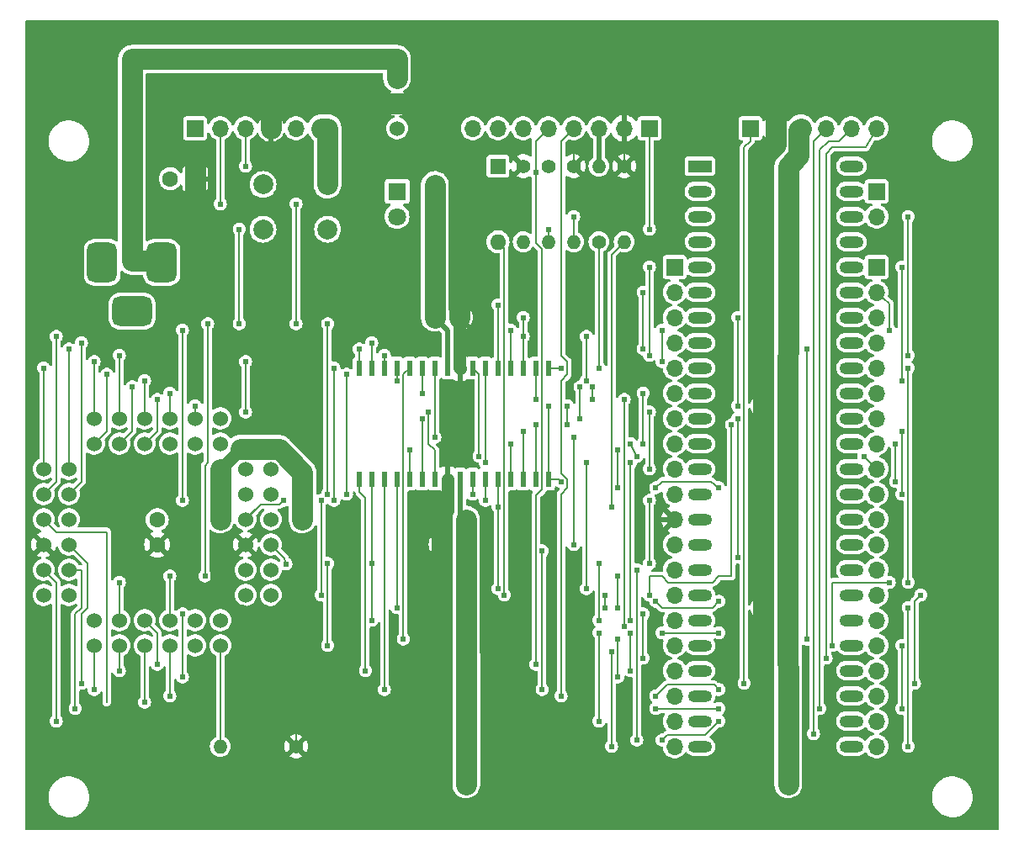
<source format=gtl>
G04 #@! TF.GenerationSoftware,KiCad,Pcbnew,(7.0.0)*
G04 #@! TF.CreationDate,2023-04-01T19:44:55+09:00*
G04 #@! TF.ProjectId,EMUPU_RAM,454d5550-555f-4524-914d-2e6b69636164,rev?*
G04 #@! TF.SameCoordinates,PX4fefde0PY8670810*
G04 #@! TF.FileFunction,Copper,L1,Top*
G04 #@! TF.FilePolarity,Positive*
%FSLAX46Y46*%
G04 Gerber Fmt 4.6, Leading zero omitted, Abs format (unit mm)*
G04 Created by KiCad (PCBNEW (7.0.0)) date 2023-04-01 19:44:55*
%MOMM*%
%LPD*%
G01*
G04 APERTURE LIST*
G04 Aperture macros list*
%AMRoundRect*
0 Rectangle with rounded corners*
0 $1 Rounding radius*
0 $2 $3 $4 $5 $6 $7 $8 $9 X,Y pos of 4 corners*
0 Add a 4 corners polygon primitive as box body*
4,1,4,$2,$3,$4,$5,$6,$7,$8,$9,$2,$3,0*
0 Add four circle primitives for the rounded corners*
1,1,$1+$1,$2,$3*
1,1,$1+$1,$4,$5*
1,1,$1+$1,$6,$7*
1,1,$1+$1,$8,$9*
0 Add four rect primitives between the rounded corners*
20,1,$1+$1,$2,$3,$4,$5,0*
20,1,$1+$1,$4,$5,$6,$7,0*
20,1,$1+$1,$6,$7,$8,$9,0*
20,1,$1+$1,$8,$9,$2,$3,0*%
G04 Aperture macros list end*
G04 #@! TA.AperFunction,ComponentPad*
%ADD10R,1.800000X1.800000*%
G04 #@! TD*
G04 #@! TA.AperFunction,ComponentPad*
%ADD11C,1.800000*%
G04 #@! TD*
G04 #@! TA.AperFunction,ComponentPad*
%ADD12C,1.600000*%
G04 #@! TD*
G04 #@! TA.AperFunction,ComponentPad*
%ADD13C,1.400000*%
G04 #@! TD*
G04 #@! TA.AperFunction,ComponentPad*
%ADD14O,1.400000X1.400000*%
G04 #@! TD*
G04 #@! TA.AperFunction,ComponentPad*
%ADD15R,1.600000X1.600000*%
G04 #@! TD*
G04 #@! TA.AperFunction,ComponentPad*
%ADD16O,1.600000X1.600000*%
G04 #@! TD*
G04 #@! TA.AperFunction,ComponentPad*
%ADD17C,1.524000*%
G04 #@! TD*
G04 #@! TA.AperFunction,ComponentPad*
%ADD18R,2.400000X1.200000*%
G04 #@! TD*
G04 #@! TA.AperFunction,ComponentPad*
%ADD19O,2.400000X1.200000*%
G04 #@! TD*
G04 #@! TA.AperFunction,ComponentPad*
%ADD20R,1.700000X1.700000*%
G04 #@! TD*
G04 #@! TA.AperFunction,ComponentPad*
%ADD21O,1.700000X1.700000*%
G04 #@! TD*
G04 #@! TA.AperFunction,SMDPad,CuDef*
%ADD22R,0.600000X1.600000*%
G04 #@! TD*
G04 #@! TA.AperFunction,ComponentPad*
%ADD23C,2.000000*%
G04 #@! TD*
G04 #@! TA.AperFunction,ComponentPad*
%ADD24RoundRect,0.750000X-0.750000X-1.250000X0.750000X-1.250000X0.750000X1.250000X-0.750000X1.250000X0*%
G04 #@! TD*
G04 #@! TA.AperFunction,ComponentPad*
%ADD25RoundRect,0.750000X-1.250000X-0.750000X1.250000X-0.750000X1.250000X0.750000X-1.250000X0.750000X0*%
G04 #@! TD*
G04 #@! TA.AperFunction,ViaPad*
%ADD26C,1.270000*%
G04 #@! TD*
G04 #@! TA.AperFunction,ViaPad*
%ADD27C,0.610000*%
G04 #@! TD*
G04 #@! TA.AperFunction,Conductor*
%ADD28C,2.100000*%
G04 #@! TD*
G04 #@! TA.AperFunction,Conductor*
%ADD29C,0.152400*%
G04 #@! TD*
G04 #@! TA.AperFunction,Conductor*
%ADD30C,1.270000*%
G04 #@! TD*
G04 #@! TA.AperFunction,Conductor*
%ADD31C,0.508000*%
G04 #@! TD*
G04 #@! TA.AperFunction,Conductor*
%ADD32C,0.500000*%
G04 #@! TD*
G04 APERTURE END LIST*
D10*
X38099999Y64769999D03*
D11*
X38100000Y62230000D03*
D12*
X44410000Y52070000D03*
X41910000Y52070000D03*
D13*
X60960000Y67310000D03*
D14*
X60959999Y59689999D03*
D15*
X48259999Y67309999D03*
D16*
X48259999Y59689999D03*
D17*
X38100000Y71120000D03*
X38100000Y73660000D03*
X38100000Y76200000D03*
D18*
X68579999Y67309999D03*
D19*
X68579999Y64769999D03*
X68579999Y62229999D03*
X68579999Y59689999D03*
X68579999Y57149999D03*
X68579999Y54609999D03*
X68579999Y52069999D03*
X68579999Y49529999D03*
X68579999Y46989999D03*
X68579999Y44449999D03*
X68579999Y41909999D03*
X68579999Y39369999D03*
X68579999Y36829999D03*
X68579999Y34289999D03*
X68579999Y31749999D03*
X68579999Y29209999D03*
X68579999Y26669999D03*
X68579999Y24129999D03*
X68579999Y21589999D03*
X68579999Y19049999D03*
X68579999Y16509999D03*
X68579999Y13969999D03*
X68579999Y11429999D03*
X68579999Y8889999D03*
X83819999Y8889999D03*
X83819999Y11429999D03*
X83819999Y13969999D03*
X83819999Y16509999D03*
X83819999Y19049999D03*
X83819999Y21589999D03*
X83819999Y24129999D03*
X83819999Y26669999D03*
X83819999Y29209999D03*
X83819999Y31749999D03*
X83819999Y34289999D03*
X83819999Y36829999D03*
X83819999Y39369999D03*
X83819999Y41909999D03*
X83819999Y44449999D03*
X83819999Y46989999D03*
X83819999Y49529999D03*
X83819999Y52069999D03*
X83819999Y54609999D03*
X83819999Y57149999D03*
X83819999Y59689999D03*
X83819999Y62229999D03*
X83819999Y64769999D03*
X83819999Y67309999D03*
D20*
X86359999Y64769999D03*
D21*
X86359999Y62229999D03*
D22*
X53339999Y46989999D03*
X52069999Y46989999D03*
X50799999Y46989999D03*
X49529999Y46989999D03*
X48259999Y46989999D03*
X46989999Y46989999D03*
X45719999Y46989999D03*
X44439999Y46989999D03*
X43189999Y46989999D03*
X41909999Y46989999D03*
X40639999Y46989999D03*
X39369999Y46989999D03*
X38099999Y46989999D03*
X36829999Y46989999D03*
X35559999Y46989999D03*
X34289999Y46989999D03*
X34289999Y35789999D03*
X35559999Y35789999D03*
X36829999Y35789999D03*
X38099999Y35789999D03*
X39369999Y35789999D03*
X40639999Y35789999D03*
X41909999Y35789999D03*
X43189999Y35789999D03*
X44439999Y35789999D03*
X45719999Y35789999D03*
X46989999Y35789999D03*
X48259999Y35789999D03*
X49529999Y35789999D03*
X50799999Y35789999D03*
X52069999Y35789999D03*
X53339999Y35789999D03*
D13*
X58420000Y59690000D03*
D14*
X58419999Y67309999D03*
D20*
X63499999Y71119999D03*
D21*
X60959999Y71119999D03*
X58419999Y71119999D03*
X55879999Y71119999D03*
X53339999Y71119999D03*
X50799999Y71119999D03*
X48259999Y71119999D03*
X45719999Y71119999D03*
D12*
X74970000Y22860000D03*
X77470000Y22860000D03*
D13*
X27940000Y8890000D03*
D14*
X20319999Y8889999D03*
D17*
X2540000Y36830000D03*
X5080000Y36830000D03*
X2540000Y34290000D03*
X5080000Y34290000D03*
X2540000Y31750000D03*
X5080000Y31750000D03*
X2540000Y29210000D03*
X5080000Y29210000D03*
X2540000Y26670000D03*
X5080000Y26670000D03*
X2540000Y24130000D03*
X5080000Y24130000D03*
X7620000Y19050000D03*
X7620000Y21590000D03*
X10160000Y19050000D03*
X10160000Y21590000D03*
X12700000Y19050000D03*
X12700000Y21590000D03*
X15240000Y19050000D03*
X15240000Y21590000D03*
X17780000Y19050000D03*
X17780000Y21590000D03*
X20320000Y19050000D03*
X20320000Y21590000D03*
X25400000Y24130000D03*
X22860000Y24130000D03*
X25400000Y26670000D03*
X22860000Y26670000D03*
X25400000Y29210000D03*
X22860000Y29210000D03*
X25400000Y31750000D03*
X22860000Y31750000D03*
X25400000Y34290000D03*
X22860000Y34290000D03*
X25400000Y36830000D03*
X22860000Y36830000D03*
X20320000Y41910000D03*
X20320000Y39370000D03*
X17780000Y41910000D03*
X17780000Y39370000D03*
X15240000Y41910000D03*
X15240000Y39370000D03*
X12700000Y41910000D03*
X12700000Y39370000D03*
X10160000Y41910000D03*
X10160000Y39370000D03*
X7620000Y41910000D03*
X7620000Y39370000D03*
D12*
X13970000Y29210000D03*
X13970000Y31710000D03*
D13*
X50800000Y67310000D03*
D14*
X50799999Y59689999D03*
D13*
X55880000Y67310000D03*
D14*
X55879999Y59689999D03*
D20*
X17779999Y71119999D03*
D21*
X20319999Y71119999D03*
X22859999Y71119999D03*
X25399999Y71119999D03*
X27939999Y71119999D03*
X30479999Y71119999D03*
D12*
X42585000Y29235400D03*
X45085000Y29235400D03*
X74970000Y43180000D03*
X77470000Y43180000D03*
D20*
X73659999Y71119999D03*
D21*
X76199999Y71119999D03*
X78739999Y71119999D03*
X81279999Y71119999D03*
X83819999Y71119999D03*
X86359999Y71119999D03*
D23*
X31115000Y60960000D03*
X24615000Y60960000D03*
X31115000Y65460000D03*
X24615000Y65460000D03*
D24*
X14430000Y57605000D03*
X8430000Y57605000D03*
D25*
X11430000Y52705000D03*
D20*
X86359999Y57149999D03*
D21*
X86359999Y54609999D03*
X86359999Y52069999D03*
X86359999Y49529999D03*
X86359999Y46989999D03*
X86359999Y44449999D03*
X86359999Y41909999D03*
X86359999Y39369999D03*
X86359999Y36829999D03*
X86359999Y34289999D03*
X86359999Y31749999D03*
X86359999Y29209999D03*
X86359999Y26669999D03*
X86359999Y24129999D03*
X86359999Y21589999D03*
X86359999Y19049999D03*
X86359999Y16509999D03*
X86359999Y13969999D03*
X86359999Y11429999D03*
X86359999Y8889999D03*
D13*
X53340000Y67310000D03*
D14*
X53339999Y59689999D03*
D20*
X66039999Y57149999D03*
D21*
X66039999Y54609999D03*
X66039999Y52069999D03*
X66039999Y49529999D03*
X66039999Y46989999D03*
X66039999Y44449999D03*
X66039999Y41909999D03*
X66039999Y39369999D03*
X66039999Y36829999D03*
X66039999Y34289999D03*
X66039999Y31749999D03*
X66039999Y29209999D03*
X66039999Y26669999D03*
X66039999Y24129999D03*
X66039999Y21589999D03*
X66039999Y19049999D03*
X66039999Y16509999D03*
X66039999Y13969999D03*
X66039999Y11429999D03*
X66039999Y8889999D03*
D15*
X17779999Y66039999D03*
D12*
X15280000Y66040000D03*
D26*
X20320000Y29210000D03*
D27*
X55880000Y69215000D03*
D26*
X74904600Y31750000D03*
X28575000Y29210000D03*
D27*
X60960000Y69215000D03*
X30480000Y33655000D03*
X48895000Y24130000D03*
X26670000Y33655000D03*
X30480000Y24130000D03*
X22225000Y51435000D03*
X22225000Y60960000D03*
X19050000Y51435000D03*
X18770500Y26035000D03*
X53340000Y60960000D03*
X15240000Y26035000D03*
X63500000Y60960000D03*
X55880000Y62230000D03*
X89535000Y48260000D03*
X89535000Y62230000D03*
X58420000Y46990000D03*
X54610000Y46990000D03*
X57785000Y43815000D03*
X13970000Y43815000D03*
X88900000Y45720000D03*
X57785000Y45085000D03*
X52070000Y43815000D03*
X88900000Y57150000D03*
X50800000Y52070000D03*
X3810000Y50165000D03*
X50800000Y50165000D03*
X64770000Y50800000D03*
X16510000Y50800000D03*
X64770000Y47625000D03*
X49530000Y50800000D03*
X16510000Y33655000D03*
X57150000Y37465000D03*
X46990000Y37465000D03*
X57150000Y24765000D03*
X61595000Y21590000D03*
X61595000Y37465000D03*
X46355000Y38100000D03*
D26*
X28575000Y31750000D03*
X45058555Y5080000D03*
X45034200Y31724600D03*
X41910000Y65405000D03*
X77419200Y29184600D03*
X20320000Y31750000D03*
D27*
X48260000Y53340000D03*
D26*
X77470000Y5080000D03*
D27*
X55880000Y29210000D03*
X41910000Y40005000D03*
X55880000Y40005000D03*
X62865000Y39370000D03*
X40640000Y44450000D03*
X15240000Y44450000D03*
X62865000Y44450000D03*
X12700000Y45720000D03*
X87630000Y50800000D03*
X38100000Y45720000D03*
X57150000Y45720000D03*
X57150000Y50165000D03*
X10160000Y48260000D03*
X63500000Y57150000D03*
X63500000Y48260000D03*
X36830000Y48260000D03*
X35560000Y49530000D03*
X6350000Y49530000D03*
X62865000Y54610000D03*
X34290000Y48895000D03*
X62865000Y48895000D03*
X5080000Y48895000D03*
X79375000Y19685000D03*
X61595000Y20320000D03*
X64770000Y20320000D03*
X10160000Y16510000D03*
X34925000Y16510000D03*
X61595000Y16510000D03*
X70485000Y20320000D03*
X79375000Y48895000D03*
X16510000Y22225000D03*
X35560000Y21590000D03*
X16510000Y15875000D03*
X58420000Y27305000D03*
X60325000Y15875000D03*
X58420000Y21590000D03*
X60325000Y19685000D03*
X87630000Y25400000D03*
X89535000Y46990000D03*
X81915000Y19050000D03*
X89535000Y25400000D03*
X35560000Y27305000D03*
X52705000Y14605000D03*
X52705000Y28575000D03*
X7620000Y14605000D03*
X72390000Y41910000D03*
X36830000Y14605000D03*
X72390000Y27940000D03*
X59055000Y22860000D03*
X63500000Y24130000D03*
X71755000Y41275000D03*
X38100000Y22860000D03*
X59055000Y24130000D03*
X39370000Y38735000D03*
X60325000Y38735000D03*
X60325000Y34925000D03*
X70485000Y34925000D03*
X64135000Y34925000D03*
X11430000Y45085000D03*
X56515000Y45085000D03*
X56515000Y41910000D03*
X40640000Y41910000D03*
X63500000Y36830000D03*
X7620000Y47625000D03*
X22860000Y47625000D03*
X41275000Y42545000D03*
X63500000Y42545000D03*
X22860000Y42545000D03*
X33020000Y34290000D03*
X45720000Y34290000D03*
X8890000Y46355000D03*
X33020000Y46355000D03*
X46990000Y33655000D03*
X63500000Y27305000D03*
X63500000Y33655000D03*
X31750000Y46990000D03*
X2540000Y46990000D03*
X31750000Y33655000D03*
X61595000Y39370000D03*
X62230000Y38100000D03*
X49530000Y39370000D03*
X85090000Y38100000D03*
X50800000Y40640000D03*
X88900000Y40640000D03*
X88900000Y34290000D03*
X72390000Y43180000D03*
X55245000Y41275000D03*
X55245000Y43180000D03*
X52070000Y41275000D03*
X72390000Y52070000D03*
X88265000Y35560000D03*
X17780000Y43180000D03*
X53340000Y43180000D03*
X54610000Y35560000D03*
X88265000Y39370000D03*
X22860000Y67310000D03*
X10160000Y25400000D03*
X90805000Y24130000D03*
X90170000Y15240000D03*
X12700000Y13335000D03*
X60325000Y22860000D03*
X60325000Y26035000D03*
X64770000Y9525000D03*
X62230000Y26670000D03*
X62230000Y9525000D03*
X88900000Y19050000D03*
X70485000Y11430000D03*
X88900000Y12700000D03*
X70485000Y14605000D03*
X15240000Y13970000D03*
X54610000Y13970000D03*
X64135000Y13970000D03*
X64135000Y23495000D03*
X89535000Y8890000D03*
X70485000Y23495000D03*
X89535000Y22860000D03*
X60960000Y43815000D03*
X60960000Y20955000D03*
X31115000Y27305000D03*
X26924000Y27261256D03*
X31115000Y19050000D03*
X58420000Y20320000D03*
X58420000Y11430000D03*
X59690000Y8890000D03*
X59690000Y18415000D03*
X52070000Y66675000D03*
X13970000Y17145000D03*
X52070000Y17145000D03*
X38735000Y19685000D03*
X59690000Y33020000D03*
X48260000Y24765000D03*
X48260000Y33020000D03*
X73025000Y15240000D03*
X6350000Y15240000D03*
X80010000Y10160000D03*
X3810000Y11430000D03*
X5715000Y12700000D03*
X64135000Y12700000D03*
X70485000Y12700000D03*
X80645000Y12700000D03*
X81280000Y17780000D03*
X62865000Y22225000D03*
X62865000Y17780000D03*
X31115000Y34290000D03*
X31115000Y51435000D03*
X20320000Y63500000D03*
X27940000Y51435000D03*
X27940000Y63500000D03*
D28*
X25400000Y73660000D02*
X15240000Y73660000D01*
D29*
X60960000Y69215000D02*
X60960000Y67310000D01*
D28*
X17780000Y64770000D02*
X17780000Y68580000D01*
X44410000Y52070000D02*
X44410000Y67270000D01*
X74930000Y31724600D02*
X74930000Y2540000D01*
X42585000Y29235400D02*
X42585000Y33411800D01*
D29*
X60960000Y69215000D02*
X60960000Y71120000D01*
D28*
X42545000Y2540000D02*
X42585000Y29235400D01*
X74930000Y31775400D02*
X74930000Y68200000D01*
X25400000Y71120000D02*
X25400000Y73660000D01*
X41979343Y78740000D02*
X41909806Y73660000D01*
D30*
X44410000Y49149000D02*
X44410000Y47020000D01*
D28*
X28575000Y29210000D02*
X28723000Y29062000D01*
D30*
X22454000Y22123000D02*
X20701000Y23876000D01*
D28*
X41909806Y73660000D02*
X35560000Y73660000D01*
X22957600Y21467400D02*
X22957600Y21619400D01*
D30*
X43190000Y34016800D02*
X43190000Y35790000D01*
D28*
X22957600Y21619400D02*
X22454000Y22123000D01*
D29*
X55880000Y67310000D02*
X55880000Y69215000D01*
D28*
X17780000Y68580000D02*
X15240000Y68580000D01*
X60960000Y78740000D02*
X41979343Y78740000D01*
X20320000Y29210000D02*
X20320000Y24257000D01*
X20320000Y24257000D02*
X20701000Y23876000D01*
D30*
X42585000Y33411800D02*
X43190000Y34016800D01*
D28*
X76200000Y78740000D02*
X76200000Y71120000D01*
D29*
X27940000Y8890000D02*
X27940000Y23495000D01*
D28*
X74930000Y2540000D02*
X42545000Y2540000D01*
D31*
X66040000Y31750000D02*
X64770000Y33020000D01*
D28*
X35560000Y73660000D02*
X25400000Y73660000D01*
X41909806Y69770194D02*
X41909806Y73660000D01*
X74904600Y31750000D02*
X74930000Y31775400D01*
D29*
X27940000Y23495000D02*
X27771663Y23663337D01*
D28*
X74930000Y68200000D02*
X76200000Y69470000D01*
D29*
X65024000Y30734000D02*
X64770000Y30734000D01*
X66040000Y31750000D02*
X65024000Y32766000D01*
D28*
X74904600Y31750000D02*
X74930000Y31724600D01*
D31*
X65024000Y30734000D02*
X66040000Y31750000D01*
D28*
X76200000Y69470000D02*
X76200000Y71120000D01*
D30*
X44410000Y52070000D02*
X44410000Y49149000D01*
D28*
X25575727Y21467400D02*
X22957600Y21467400D01*
X28723000Y29062000D02*
X28723000Y24614673D01*
X44410000Y67270000D02*
X41909806Y69770194D01*
X60960000Y78740000D02*
X76200000Y78740000D01*
X27771663Y23663337D02*
X25575727Y21467400D01*
X15240000Y68580000D02*
X15240000Y73660000D01*
D30*
X44410000Y47020000D02*
X44440000Y46990000D01*
D28*
X28723000Y24614673D02*
X27771663Y23663337D01*
D29*
X48895000Y59055000D02*
X48895000Y24130000D01*
X22860000Y31750000D02*
X23495000Y32385000D01*
X23495000Y32385000D02*
X24366800Y33256800D01*
X26271800Y33256800D02*
X26670000Y33655000D01*
X23495000Y32385000D02*
X23893200Y32783200D01*
X48260000Y59690000D02*
X48895000Y59055000D01*
X24366800Y33256800D02*
X26271800Y33256800D01*
X24019400Y32909400D02*
X22860000Y31750000D01*
X30480000Y24130000D02*
X30480000Y33655000D01*
X22225000Y51435000D02*
X22225000Y60960000D01*
X18770500Y26035000D02*
X18770500Y37148959D01*
X15240000Y26035000D02*
X15240000Y21590000D01*
X18770500Y37148959D02*
X19050000Y37428459D01*
X19050000Y37428459D02*
X19050000Y51435000D01*
X53340000Y60960000D02*
X53340000Y59690000D01*
X63500000Y60960000D02*
X63500000Y71120000D01*
X55880000Y62230000D02*
X55880000Y59690000D01*
X58420000Y59690000D02*
X58420000Y46990000D01*
X89535000Y62188238D02*
X89535000Y62230000D01*
X89535000Y48260000D02*
X89535000Y62144460D01*
X89513111Y62166349D02*
X89535000Y62188238D01*
X89535000Y62144460D02*
X89513111Y62166349D01*
X53340000Y46990000D02*
X54610000Y46990000D01*
X13970000Y43815000D02*
X13970000Y40640000D01*
X57785000Y45085000D02*
X57785000Y43815000D01*
X13970000Y40640000D02*
X12700000Y39370000D01*
X52070000Y46990000D02*
X52070000Y43815000D01*
X88900000Y45720000D02*
X88900000Y57150000D01*
X3810000Y35560000D02*
X3810000Y50165000D01*
X50800000Y50165000D02*
X50800000Y46990000D01*
X2540000Y34290000D02*
X3810000Y35560000D01*
X50800000Y50165000D02*
X50800000Y52070000D01*
X8890000Y18034000D02*
X8890000Y30480000D01*
X8890000Y13335000D02*
X8890000Y18034000D01*
X16510000Y33655000D02*
X16510000Y50800000D01*
X3810000Y30480000D02*
X2540000Y31750000D01*
X64770000Y50800000D02*
X64770000Y47625000D01*
X8890000Y13335000D02*
X8890000Y30480000D01*
X49530000Y50800000D02*
X49530000Y46990000D01*
X8890000Y30480000D02*
X3810000Y30480000D01*
X57150000Y24765000D02*
X57150000Y37465000D01*
X46990000Y46990000D02*
X46990000Y37465000D01*
X61595000Y37465000D02*
X61595000Y21590000D01*
X45720000Y46990000D02*
X46355000Y46355000D01*
X46355000Y46355000D02*
X46355000Y38100000D01*
D28*
X77470000Y5080000D02*
X77419200Y29184600D01*
D31*
X44450000Y33223200D02*
X44450000Y32308800D01*
X43190000Y46990000D02*
X43190000Y50790000D01*
D28*
X77468362Y67310000D02*
X78495000Y68336638D01*
X26231327Y38837000D02*
X22327000Y38837000D01*
X78495000Y70875000D02*
X78740000Y71120000D01*
X30480000Y71120000D02*
X31115000Y71120000D01*
X20320000Y36830000D02*
X20320000Y31750000D01*
D30*
X22327000Y38837000D02*
X20320000Y36830000D01*
D28*
X28575000Y36493327D02*
X26231327Y38837000D01*
X77419200Y29184600D02*
X77468362Y67310000D01*
X31115000Y71120000D02*
X31115000Y65460000D01*
D32*
X58420000Y71120000D02*
X58420000Y67310000D01*
D31*
X43190000Y50790000D02*
X41910000Y52070000D01*
D28*
X41910000Y52070000D02*
X41910000Y65405000D01*
X28575000Y31750000D02*
X28575000Y36493327D01*
X78495000Y68336638D02*
X78495000Y70875000D01*
D31*
X44450000Y32308800D02*
X45034200Y31724600D01*
X44440000Y35790000D02*
X44450000Y33223200D01*
D29*
X48260000Y46990000D02*
X48260000Y53340000D01*
D28*
X45034200Y31724600D02*
X45058555Y5080000D01*
D29*
X41910000Y46990000D02*
X41910000Y40005000D01*
X55880000Y40005000D02*
X55880000Y29210000D01*
X15240000Y41910000D02*
X15240000Y44450000D01*
X40640000Y46990000D02*
X40640000Y44450000D01*
X62865000Y44450000D02*
X62865000Y39370000D01*
X57150000Y45720000D02*
X57150000Y50165000D01*
X87630000Y50800000D02*
X87630000Y53488800D01*
X38100000Y46990000D02*
X38100000Y45720000D01*
X87630000Y53488800D02*
X86360000Y54610000D01*
X12700000Y41910000D02*
X12700000Y45720000D01*
X63500000Y48260000D02*
X63500000Y57150000D01*
X36830000Y48260000D02*
X36830000Y46990000D01*
X10160000Y41910000D02*
X10160000Y48260000D01*
X5080000Y34290000D02*
X6350000Y35560000D01*
X6350000Y35560000D02*
X6350000Y49530000D01*
X35560000Y49530000D02*
X35560000Y46990000D01*
X5080000Y36830000D02*
X5080000Y46990000D01*
X5080000Y46990000D02*
X5080000Y48895000D01*
X34290000Y48895000D02*
X34290000Y46990000D01*
X62865000Y54610000D02*
X62865000Y48895000D01*
X64770000Y20320000D02*
X70485000Y20320000D01*
X10160000Y19050000D02*
X10160000Y16510000D01*
X61595000Y17780000D02*
X61595000Y20320000D01*
X34925000Y33909000D02*
X34342373Y34491627D01*
X34925000Y16510000D02*
X34925000Y33909000D01*
X34342373Y34491627D02*
X34342373Y34798000D01*
X79375000Y48895000D02*
X79375000Y19685000D01*
X34342373Y34798000D02*
X34290000Y35790000D01*
X61595000Y16510000D02*
X61595000Y17780000D01*
X60325000Y15875000D02*
X60325000Y19685000D01*
X87630000Y25400000D02*
X81915000Y25400000D01*
X58420000Y21590000D02*
X58420000Y27305000D01*
X81915000Y25400000D02*
X81915000Y19050000D01*
X89535000Y46990000D02*
X89535000Y25400000D01*
X16510000Y22225000D02*
X16510000Y15875000D01*
X35560000Y27305000D02*
X35560000Y21590000D01*
X35560000Y27305000D02*
X35560000Y35790000D01*
X72390000Y41910000D02*
X72390000Y27940000D01*
X7620000Y19050000D02*
X7620000Y14605000D01*
X36830000Y14605000D02*
X36830000Y35790000D01*
X52705000Y14605000D02*
X52705000Y28575000D01*
X70485000Y26035000D02*
X71755000Y26035000D01*
X69850000Y25400000D02*
X70485000Y26035000D01*
X63500000Y24765000D02*
X63500000Y26035000D01*
X63500000Y24130000D02*
X63500000Y24765000D01*
X65405000Y25400000D02*
X69850000Y25400000D01*
X64770000Y26035000D02*
X65405000Y25400000D01*
X59055000Y22860000D02*
X59055000Y24130000D01*
X38100000Y35790000D02*
X38100000Y22860000D01*
X63500000Y26035000D02*
X64770000Y26035000D01*
X71755000Y26035000D02*
X71755000Y41275000D01*
X60325000Y38735000D02*
X60325000Y34925000D01*
X39370000Y35790000D02*
X39370000Y38735000D01*
X69675800Y35560000D02*
X64770000Y35560000D01*
X70485000Y34925000D02*
X69675800Y35560000D01*
X64770000Y35560000D02*
X64135000Y34925000D01*
X10160000Y39370000D02*
X11430000Y40640000D01*
X40640000Y41910000D02*
X40640000Y35790000D01*
X11430000Y40640000D02*
X11430000Y45085000D01*
X56515000Y45085000D02*
X56515000Y41910000D01*
X41275000Y39370000D02*
X41910000Y38735000D01*
X63500000Y42545000D02*
X63500000Y36830000D01*
X22860000Y47625000D02*
X22860000Y42545000D01*
X41910000Y38735000D02*
X41910000Y35790000D01*
X41275000Y42545000D02*
X41275000Y39370000D01*
X7620000Y41910000D02*
X7620000Y47625000D01*
X45720000Y34290000D02*
X45720000Y35790000D01*
X7620000Y39370000D02*
X8890000Y40640000D01*
X33020000Y34290000D02*
X33020000Y46355000D01*
X8890000Y40640000D02*
X8890000Y46355000D01*
X46990000Y33655000D02*
X46990000Y35790000D01*
X63500000Y33655000D02*
X63500000Y27305000D01*
X31750000Y46990000D02*
X31750000Y33655000D01*
X2540000Y36830000D02*
X2540000Y46990000D01*
X49530000Y35790000D02*
X49530000Y39370000D01*
X85090000Y38100000D02*
X86360000Y36830000D01*
X61595000Y39370000D02*
X62230000Y38100000D01*
X88900000Y40640000D02*
X88900000Y34290000D01*
X50800000Y35790000D02*
X50800000Y40640000D01*
X72390000Y43180000D02*
X72390000Y52070000D01*
X55245000Y41275000D02*
X55245000Y43180000D01*
X52070000Y35790000D02*
X52070000Y41275000D01*
X88265000Y35560000D02*
X88265000Y39370000D01*
X17780000Y41910000D02*
X17780000Y43180000D01*
X53340000Y35790000D02*
X54380000Y35790000D01*
X54380000Y35790000D02*
X54610000Y35560000D01*
X53340000Y43180000D02*
X53340000Y35790000D01*
X22860000Y67310000D02*
X22860000Y71120000D01*
X10160000Y21590000D02*
X10160000Y25400000D01*
X90170000Y23495000D02*
X90805000Y24130000D01*
X90170000Y15240000D02*
X90170000Y23495000D01*
X12700000Y19050000D02*
X12700000Y13335000D01*
X60325000Y22860000D02*
X60325000Y26035000D01*
X65256200Y10011200D02*
X64770000Y9525000D01*
X62230000Y26670000D02*
X62230000Y9525000D01*
X69066200Y10011200D02*
X65256200Y10011200D01*
X88900000Y12700000D02*
X88900000Y19050000D01*
X70485000Y11430000D02*
X69066200Y10011200D01*
X54610000Y45720000D02*
X54610000Y36374870D01*
X55245000Y46355000D02*
X54610000Y45720000D01*
X55245000Y35739870D02*
X55245000Y34925000D01*
X65256200Y15091200D02*
X69998800Y15091200D01*
X55245000Y46355000D02*
X55245000Y47625000D01*
X55245000Y47625000D02*
X54610000Y48260000D01*
X54610000Y69850000D02*
X55880000Y71120000D01*
X54610000Y36374870D02*
X55245000Y35739870D01*
X54610000Y34290000D02*
X54610000Y15240000D01*
X55245000Y34925000D02*
X54610000Y34290000D01*
X15240000Y19050000D02*
X15240000Y13970000D01*
X54610000Y48260000D02*
X54610000Y69850000D01*
X64135000Y13970000D02*
X65256200Y15091200D01*
X54610000Y15240000D02*
X54610000Y13970000D01*
X69998800Y15091200D02*
X70485000Y14605000D01*
X89535000Y22860000D02*
X89535000Y8890000D01*
X64135000Y23495000D02*
X64770000Y22860000D01*
X69850000Y22860000D02*
X70485000Y23495000D01*
X64770000Y22860000D02*
X69850000Y22860000D01*
X60960000Y27940000D02*
X60960000Y43815000D01*
X60960000Y20955000D02*
X60960000Y27940000D01*
X26924000Y27261256D02*
X26806089Y27803911D01*
X31115000Y25400000D02*
X31115000Y19050000D01*
X26806089Y27803911D02*
X25400000Y29210000D01*
X31115000Y27305000D02*
X31115000Y25400000D01*
X58420000Y20320000D02*
X58420000Y11430000D01*
X59690000Y15240000D02*
X59690000Y8890000D01*
X59690000Y18415000D02*
X59690000Y15240000D01*
X13970000Y20320000D02*
X13970000Y17145000D01*
X52705000Y34782600D02*
X52705000Y58951515D01*
X12700000Y21590000D02*
X13970000Y20320000D01*
X52705000Y58951515D02*
X52070000Y59586515D01*
X52070000Y69850000D02*
X53340000Y71120000D01*
X52070000Y34147600D02*
X52705000Y34782600D01*
X52070000Y17145000D02*
X52070000Y34147600D01*
X52070000Y66675000D02*
X52070000Y69850000D01*
X52070000Y59586515D02*
X52070000Y66675000D01*
D28*
X38100000Y76200000D02*
X38100000Y78105000D01*
X11430000Y57785000D02*
X14240000Y57785000D01*
X11430000Y78105000D02*
X11430000Y57785000D01*
X38100000Y78105000D02*
X11430000Y78105000D01*
D29*
X39370000Y46990000D02*
X38735000Y46355000D01*
X20320000Y19050000D02*
X20320000Y8890000D01*
X38735000Y46355000D02*
X38735000Y19685000D01*
X48260000Y24765000D02*
X48260000Y33020000D01*
X59690000Y58420000D02*
X60960000Y59690000D01*
X59690000Y33020000D02*
X59690000Y58420000D01*
X48260000Y33020000D02*
X48260000Y35790000D01*
X73025000Y69215000D02*
X73660000Y69850000D01*
X6985000Y27305000D02*
X6985000Y22860000D01*
X73025000Y24765000D02*
X73025000Y15240000D01*
X73025000Y24765000D02*
X73025000Y69215000D01*
X6985000Y22860000D02*
X6350000Y22225000D01*
X6350000Y22225000D02*
X6350000Y15240000D01*
X5080000Y29210000D02*
X6985000Y27305000D01*
X73660000Y69850000D02*
X73660000Y71120000D01*
X3810000Y11430000D02*
X3810000Y16510000D01*
X3810000Y16510000D02*
X3810000Y25400000D01*
X80010000Y69850000D02*
X81280000Y71120000D01*
X80010000Y10160000D02*
X80010000Y69850000D01*
X3810000Y25400000D02*
X2540000Y26670000D01*
X64135000Y12700000D02*
X65405000Y12700000D01*
X82550000Y69850000D02*
X83820000Y71120000D01*
X5715000Y12700000D02*
X5715000Y22225000D01*
X80645000Y12700000D02*
X80645000Y68922498D01*
X80645000Y68922498D02*
X81572502Y69850000D01*
X5715000Y22225000D02*
X6350000Y22860000D01*
X6350000Y22860000D02*
X6350000Y26670000D01*
X6350000Y26670000D02*
X5080000Y26670000D01*
X65405000Y12700000D02*
X70485000Y12700000D01*
X81572502Y69850000D02*
X82550000Y69850000D01*
X81280000Y17780000D02*
X81280000Y68580000D01*
X81280000Y68580000D02*
X81915000Y69215000D01*
X62865000Y17780000D02*
X62865000Y22225000D01*
X85238800Y69215000D02*
X86360000Y71120000D01*
X81915000Y69215000D02*
X85238800Y69215000D01*
X20320000Y67310000D02*
X20320000Y63500000D01*
X31115000Y34290000D02*
X31115000Y51435000D01*
X27940000Y63500000D02*
X27940000Y51435000D01*
X20320000Y67310000D02*
X20320000Y71120000D01*
G04 #@! TA.AperFunction,Conductor*
G36*
X64795084Y34498112D02*
G01*
X64833461Y34448697D01*
X64843337Y34386915D01*
X64835668Y34304145D01*
X64834357Y34290000D01*
X64854885Y34068464D01*
X64915771Y33854472D01*
X64918367Y33849259D01*
X64918368Y33849256D01*
X65011328Y33662568D01*
X65014942Y33655311D01*
X65018452Y33650663D01*
X65145506Y33482415D01*
X65145510Y33482411D01*
X65149019Y33477764D01*
X65153321Y33473842D01*
X65153324Y33473839D01*
X65217727Y33415128D01*
X65313438Y33327876D01*
X65447630Y33244788D01*
X65496844Y33214316D01*
X65500461Y33212077D01*
X65502599Y33210753D01*
X65502279Y33210237D01*
X65550624Y33165884D01*
X65569066Y33098624D01*
X65548908Y33031859D01*
X65496327Y32986043D01*
X65367414Y32925929D01*
X65357913Y32920444D01*
X65173433Y32791269D01*
X65165024Y32784213D01*
X65005787Y32624976D01*
X64998731Y32616567D01*
X64869556Y32432087D01*
X64864074Y32422591D01*
X64768892Y32218474D01*
X64765146Y32208182D01*
X64714187Y32018002D01*
X64713814Y32006592D01*
X64724929Y32004000D01*
X66168000Y32004000D01*
X66231000Y31987119D01*
X66277119Y31941000D01*
X66294000Y31878000D01*
X66294000Y31622000D01*
X66277119Y31559000D01*
X66231000Y31512881D01*
X66168000Y31496000D01*
X64724929Y31496000D01*
X64713814Y31493409D01*
X64714187Y31481999D01*
X64765146Y31291819D01*
X64768892Y31281527D01*
X64864074Y31077409D01*
X64869556Y31067913D01*
X64998731Y30883434D01*
X65005787Y30875025D01*
X65165024Y30715788D01*
X65173433Y30708732D01*
X65357912Y30579557D01*
X65367408Y30574075D01*
X65496326Y30513959D01*
X65548906Y30468146D01*
X65569066Y30401385D01*
X65550630Y30334127D01*
X65502280Y30289762D01*
X65502599Y30289247D01*
X65499895Y30287574D01*
X65499890Y30287571D01*
X65497648Y30286182D01*
X65497645Y30286180D01*
X65362552Y30202534D01*
X65313438Y30172124D01*
X65309139Y30168206D01*
X65309135Y30168202D01*
X65153324Y30026162D01*
X65153316Y30026154D01*
X65149019Y30022236D01*
X65145514Y30017596D01*
X65145506Y30017586D01*
X65018452Y29849338D01*
X65018448Y29849333D01*
X65014942Y29844689D01*
X65012347Y29839479D01*
X65012344Y29839473D01*
X64918368Y29650745D01*
X64918365Y29650739D01*
X64915771Y29645528D01*
X64914177Y29639927D01*
X64914177Y29639926D01*
X64859989Y29449474D01*
X64854885Y29431536D01*
X64854348Y29425744D01*
X64854348Y29425742D01*
X64841661Y29288826D01*
X64834357Y29210000D01*
X64854885Y28988464D01*
X64915771Y28774472D01*
X64918367Y28769259D01*
X64918368Y28769256D01*
X64992429Y28620522D01*
X65014942Y28575311D01*
X65018452Y28570663D01*
X65145506Y28402415D01*
X65145510Y28402411D01*
X65149019Y28397764D01*
X65153321Y28393842D01*
X65153324Y28393839D01*
X65170370Y28378300D01*
X65313438Y28247876D01*
X65502599Y28130753D01*
X65625804Y28083023D01*
X65691709Y28057491D01*
X65740860Y28023150D01*
X65768573Y27969980D01*
X65768573Y27910020D01*
X65740860Y27856850D01*
X65691709Y27822509D01*
X65508037Y27751354D01*
X65508034Y27751353D01*
X65502599Y27749247D01*
X65497643Y27746179D01*
X65497638Y27746176D01*
X65318391Y27635191D01*
X65313438Y27632124D01*
X65309139Y27628206D01*
X65309135Y27628202D01*
X65153324Y27486162D01*
X65153316Y27486154D01*
X65149019Y27482236D01*
X65145514Y27477596D01*
X65145506Y27477586D01*
X65018452Y27309338D01*
X65018448Y27309333D01*
X65014942Y27304689D01*
X65012347Y27299479D01*
X65012344Y27299473D01*
X64918368Y27110745D01*
X64918365Y27110739D01*
X64915771Y27105528D01*
X64914177Y27099927D01*
X64914177Y27099926D01*
X64859989Y26909474D01*
X64854885Y26891536D01*
X64854348Y26885744D01*
X64854348Y26885742D01*
X64847763Y26814674D01*
X64834357Y26670000D01*
X64834894Y26664205D01*
X64834894Y26664203D01*
X64840833Y26600101D01*
X64830183Y26536573D01*
X64789527Y26486611D01*
X64730062Y26463494D01*
X64721685Y26463807D01*
X64715240Y26462081D01*
X64708480Y26461700D01*
X63814945Y26461700D01*
X63751068Y26479092D01*
X63704825Y26526466D01*
X63688982Y26590745D01*
X63707912Y26654183D01*
X63756390Y26699268D01*
X63791753Y26717828D01*
X63875101Y26761572D01*
X63994252Y26867131D01*
X64084679Y26998137D01*
X64141126Y27146977D01*
X64160314Y27305000D01*
X64143716Y27441697D01*
X64142045Y27455455D01*
X64142044Y27455456D01*
X64141126Y27463023D01*
X64084679Y27611863D01*
X63994252Y27742869D01*
X63969145Y27765112D01*
X63937801Y27807711D01*
X63926700Y27859423D01*
X63926700Y33100577D01*
X63937801Y33152289D01*
X63969146Y33194889D01*
X63994252Y33217131D01*
X64084679Y33348137D01*
X64141126Y33496977D01*
X64160314Y33655000D01*
X64141126Y33813023D01*
X64084679Y33961863D01*
X64008708Y34071925D01*
X63986635Y34135892D01*
X64000837Y34202055D01*
X64047220Y34251328D01*
X64112405Y34269500D01*
X64206975Y34269500D01*
X64214592Y34269500D01*
X64369151Y34307596D01*
X64510101Y34381572D01*
X64629252Y34487131D01*
X64629910Y34486389D01*
X64675375Y34517156D01*
X64737670Y34522975D01*
X64795084Y34498112D01*
G37*
G04 #@! TD.AperFunction*
G04 #@! TA.AperFunction,Conductor*
G36*
X98617000Y81953119D02*
G01*
X98663119Y81907000D01*
X98680000Y81844000D01*
X98680000Y596000D01*
X98663119Y533000D01*
X98617000Y486881D01*
X98554000Y470000D01*
X806000Y470000D01*
X743000Y486881D01*
X696881Y533000D01*
X680000Y596000D01*
X680000Y3881736D01*
X3025745Y3881736D01*
X3025898Y3877349D01*
X3025898Y3877343D01*
X3032941Y3675648D01*
X3035753Y3595141D01*
X3036515Y3590817D01*
X3036516Y3590812D01*
X3084787Y3317051D01*
X3084789Y3317041D01*
X3085550Y3312728D01*
X3086906Y3308554D01*
X3086907Y3308551D01*
X3172805Y3044184D01*
X3172807Y3044177D01*
X3174167Y3039994D01*
X3299879Y2782247D01*
X3460238Y2544504D01*
X3652125Y2331392D01*
X3871803Y2147060D01*
X4114998Y1995095D01*
X4376975Y1878455D01*
X4652636Y1799411D01*
X4936615Y1759500D01*
X5149409Y1759500D01*
X5151604Y1759500D01*
X5366071Y1774497D01*
X5646575Y1834120D01*
X5916050Y1932201D01*
X6169253Y2066831D01*
X6401254Y2235390D01*
X6607539Y2434597D01*
X6784093Y2660575D01*
X6927477Y2908925D01*
X7034903Y3174813D01*
X7104279Y3453065D01*
X7134255Y3738264D01*
X7124247Y4024859D01*
X7074450Y4307272D01*
X6985833Y4580006D01*
X6860121Y4837753D01*
X6699762Y5075496D01*
X6507875Y5288608D01*
X6288197Y5472940D01*
X6284467Y5475271D01*
X6284464Y5475273D01*
X6048726Y5622578D01*
X6048725Y5622579D01*
X6045002Y5624905D01*
X6040999Y5626688D01*
X6040992Y5626691D01*
X5787039Y5739758D01*
X5787037Y5739759D01*
X5783025Y5741545D01*
X5507364Y5820589D01*
X5503014Y5821201D01*
X5503011Y5821201D01*
X5227737Y5859889D01*
X5227727Y5859890D01*
X5223385Y5860500D01*
X5008396Y5860500D01*
X5006210Y5860348D01*
X5006205Y5860347D01*
X4798313Y5845810D01*
X4798306Y5845810D01*
X4793929Y5845503D01*
X4789634Y5844591D01*
X4789633Y5844590D01*
X4517726Y5786795D01*
X4517715Y5786792D01*
X4513425Y5785880D01*
X4509293Y5784377D01*
X4509289Y5784375D01*
X4248083Y5689304D01*
X4248074Y5689301D01*
X4243950Y5687799D01*
X4240071Y5685737D01*
X4240063Y5685733D01*
X3994639Y5555239D01*
X3994632Y5555236D01*
X3990747Y5553169D01*
X3987186Y5550583D01*
X3987183Y5550580D01*
X3876429Y5470112D01*
X3758746Y5384610D01*
X3755581Y5381555D01*
X3755579Y5381552D01*
X3555626Y5188460D01*
X3555621Y5188456D01*
X3552461Y5185403D01*
X3549760Y5181947D01*
X3549751Y5181936D01*
X3378618Y4962896D01*
X3378612Y4962889D01*
X3375907Y4959425D01*
X3373706Y4955615D01*
X3373704Y4955610D01*
X3234724Y4714888D01*
X3232523Y4711075D01*
X3230879Y4707008D01*
X3230874Y4706996D01*
X3126746Y4449270D01*
X3126743Y4449262D01*
X3125097Y4445187D01*
X3124032Y4440918D01*
X3124031Y4440913D01*
X3056785Y4171207D01*
X3056782Y4171192D01*
X3055721Y4166935D01*
X3055261Y4162568D01*
X3055261Y4162562D01*
X3033098Y3951694D01*
X3025745Y3881736D01*
X680000Y3881736D01*
X680000Y24130000D01*
X1422734Y24130000D01*
X1423272Y24124194D01*
X1441219Y23930509D01*
X1441220Y23930499D01*
X1441758Y23924703D01*
X1498180Y23726397D01*
X1526318Y23669889D01*
X1587281Y23547457D01*
X1590081Y23541835D01*
X1593589Y23537189D01*
X1593592Y23537185D01*
X1710817Y23381954D01*
X1710821Y23381950D01*
X1714330Y23377303D01*
X1718632Y23373381D01*
X1718635Y23373378D01*
X1786723Y23311308D01*
X1866697Y23238402D01*
X1871648Y23235337D01*
X1871650Y23235335D01*
X1985552Y23164810D01*
X2041992Y23129864D01*
X2234246Y23055385D01*
X2436912Y23017500D01*
X2637261Y23017500D01*
X2643088Y23017500D01*
X2845754Y23055385D01*
X3038008Y23129864D01*
X3190969Y23224574D01*
X3254390Y23243413D01*
X3318612Y23227523D01*
X3365931Y23181285D01*
X3383300Y23117447D01*
X3383300Y11984423D01*
X3372199Y11932711D01*
X3340854Y11890111D01*
X3321453Y11872924D01*
X3321449Y11872921D01*
X3315748Y11867869D01*
X3311421Y11861602D01*
X3311417Y11861596D01*
X3229652Y11743139D01*
X3229648Y11743133D01*
X3225321Y11736863D01*
X3222619Y11729740D01*
X3222616Y11729733D01*
X3171577Y11595152D01*
X3171575Y11595148D01*
X3168874Y11588023D01*
X3167956Y11580464D01*
X3167954Y11580455D01*
X3151434Y11444399D01*
X3149686Y11430000D01*
X3150605Y11422432D01*
X3167954Y11279546D01*
X3167955Y11279539D01*
X3168874Y11271977D01*
X3171576Y11264852D01*
X3171577Y11264849D01*
X3222616Y11130268D01*
X3222618Y11130264D01*
X3225321Y11123137D01*
X3229650Y11116864D01*
X3229652Y11116862D01*
X3310264Y11000075D01*
X3315748Y10992131D01*
X3434899Y10886572D01*
X3575849Y10812596D01*
X3730408Y10774500D01*
X3881975Y10774500D01*
X3889592Y10774500D01*
X4044151Y10812596D01*
X4185101Y10886572D01*
X4304252Y10992131D01*
X4394679Y11123137D01*
X4451126Y11271977D01*
X4470314Y11430000D01*
X4451126Y11588023D01*
X4394679Y11736863D01*
X4304252Y11867869D01*
X4279145Y11890112D01*
X4247801Y11932711D01*
X4236700Y11984423D01*
X4236700Y23117447D01*
X4254069Y23181285D01*
X4301388Y23227523D01*
X4365610Y23243413D01*
X4429030Y23224574D01*
X4522236Y23166863D01*
X4581992Y23129864D01*
X4774246Y23055385D01*
X4976912Y23017500D01*
X5177261Y23017500D01*
X5183088Y23017500D01*
X5385754Y23055385D01*
X5578008Y23129864D01*
X5730969Y23224574D01*
X5794390Y23243413D01*
X5858612Y23227523D01*
X5905931Y23181285D01*
X5923300Y23117447D01*
X5923300Y23088936D01*
X5913709Y23040718D01*
X5886395Y22999840D01*
X5435226Y22548673D01*
X5424694Y22539261D01*
X5406058Y22524399D01*
X5406052Y22524394D01*
X5398673Y22518508D01*
X5393355Y22510709D01*
X5393352Y22510705D01*
X5368261Y22473903D01*
X5365536Y22470063D01*
X5339089Y22434230D01*
X5339085Y22434223D01*
X5333486Y22426636D01*
X5330797Y22418953D01*
X5326214Y22412230D01*
X5323433Y22403217D01*
X5323429Y22403207D01*
X5310300Y22360645D01*
X5308830Y22356176D01*
X5294973Y22316572D01*
X5291003Y22305225D01*
X5290698Y22297092D01*
X5288300Y22289315D01*
X5288300Y22279875D01*
X5288300Y22235351D01*
X5288212Y22230639D01*
X5286785Y22192497D01*
X5286193Y22176685D01*
X5287920Y22170238D01*
X5288300Y22163480D01*
X5288300Y13254423D01*
X5277199Y13202711D01*
X5245854Y13160111D01*
X5226453Y13142924D01*
X5226449Y13142921D01*
X5220748Y13137869D01*
X5216421Y13131602D01*
X5216417Y13131596D01*
X5134652Y13013139D01*
X5134648Y13013133D01*
X5130321Y13006863D01*
X5127619Y12999740D01*
X5127616Y12999733D01*
X5076577Y12865152D01*
X5076575Y12865148D01*
X5073874Y12858023D01*
X5072956Y12850464D01*
X5072954Y12850455D01*
X5063125Y12769500D01*
X5054686Y12700000D01*
X5055605Y12692432D01*
X5072954Y12549546D01*
X5072955Y12549539D01*
X5073874Y12541977D01*
X5076576Y12534852D01*
X5076577Y12534849D01*
X5127616Y12400268D01*
X5127618Y12400264D01*
X5130321Y12393137D01*
X5134650Y12386864D01*
X5134652Y12386862D01*
X5213038Y12273300D01*
X5220748Y12262131D01*
X5339899Y12156572D01*
X5480849Y12082596D01*
X5635408Y12044500D01*
X5786975Y12044500D01*
X5794592Y12044500D01*
X5949151Y12082596D01*
X6090101Y12156572D01*
X6209252Y12262131D01*
X6299679Y12393137D01*
X6356126Y12541977D01*
X6375314Y12700000D01*
X6356126Y12858023D01*
X6299679Y13006863D01*
X6209252Y13137869D01*
X6184145Y13160112D01*
X6152801Y13202711D01*
X6141700Y13254423D01*
X6141700Y14458829D01*
X6161208Y14526174D01*
X6213690Y14572666D01*
X6270408Y14581880D01*
X6270408Y14584500D01*
X6421975Y14584500D01*
X6429592Y14584500D01*
X6584151Y14622596D01*
X6725101Y14696572D01*
X6751739Y14720172D01*
X6805135Y14748198D01*
X6865440Y14748200D01*
X6918839Y14720179D01*
X6953101Y14670552D01*
X6959222Y14620188D01*
X6960605Y14620188D01*
X6960605Y14612568D01*
X6959686Y14605000D01*
X6960605Y14597432D01*
X6977954Y14454546D01*
X6977955Y14454539D01*
X6978874Y14446977D01*
X6981576Y14439852D01*
X6981577Y14439849D01*
X7032616Y14305268D01*
X7032618Y14305264D01*
X7035321Y14298137D01*
X7039650Y14291864D01*
X7039652Y14291862D01*
X7112901Y14185742D01*
X7125748Y14167131D01*
X7131453Y14162077D01*
X7228942Y14075708D01*
X7244899Y14061572D01*
X7385849Y13987596D01*
X7540408Y13949500D01*
X7691975Y13949500D01*
X7699592Y13949500D01*
X7854151Y13987596D01*
X7995101Y14061572D01*
X8114252Y14167131D01*
X8204679Y14298137D01*
X8219487Y14337185D01*
X8260797Y14392622D01*
X8325139Y14417918D01*
X8393142Y14405456D01*
X8444333Y14358989D01*
X8463300Y14292506D01*
X8463300Y13303021D01*
X8464001Y13298367D01*
X8464002Y13298360D01*
X8476243Y13217144D01*
X8476244Y13217140D01*
X8477651Y13207807D01*
X8481747Y13199301D01*
X8481748Y13199299D01*
X8499511Y13162415D01*
X8533461Y13091916D01*
X8539883Y13084995D01*
X8600653Y13019500D01*
X8620952Y12997624D01*
X8732348Y12933309D01*
X8857752Y12904687D01*
X8986022Y12914299D01*
X9105760Y12961293D01*
X9206327Y13041492D01*
X9278786Y13147770D01*
X9316700Y13270685D01*
X9316700Y16197506D01*
X9335667Y16263989D01*
X9386858Y16310456D01*
X9454861Y16322918D01*
X9519203Y16297622D01*
X9560512Y16242185D01*
X9572615Y16210270D01*
X9572618Y16210265D01*
X9575321Y16203137D01*
X9579650Y16196864D01*
X9579652Y16196862D01*
X9660264Y16080075D01*
X9665748Y16072131D01*
X9671453Y16067077D01*
X9735462Y16010369D01*
X9784899Y15966572D01*
X9925849Y15892596D01*
X10080408Y15854500D01*
X10231975Y15854500D01*
X10239592Y15854500D01*
X10394151Y15892596D01*
X10535101Y15966572D01*
X10654252Y16072131D01*
X10744679Y16203137D01*
X10801126Y16351977D01*
X10820314Y16510000D01*
X10801126Y16668023D01*
X10744679Y16816863D01*
X10703042Y16877185D01*
X10658582Y16941596D01*
X10658581Y16941597D01*
X10654252Y16947869D01*
X10629145Y16970112D01*
X10597801Y17012711D01*
X10586700Y17064423D01*
X10586700Y17936942D01*
X10605573Y18003273D01*
X10655699Y18048970D01*
X10658008Y18049864D01*
X10833303Y18158402D01*
X10985670Y18297303D01*
X11109919Y18461835D01*
X11201820Y18646397D01*
X11258242Y18844703D01*
X11277266Y19050000D01*
X11582734Y19050000D01*
X11583272Y19044194D01*
X11601219Y18850509D01*
X11601220Y18850499D01*
X11601758Y18844703D01*
X11658180Y18646397D01*
X11676674Y18609256D01*
X11747281Y18467457D01*
X11750081Y18461835D01*
X11753589Y18457189D01*
X11753592Y18457185D01*
X11870817Y18301954D01*
X11870821Y18301950D01*
X11874330Y18297303D01*
X11878632Y18293381D01*
X11878635Y18293378D01*
X11950442Y18227918D01*
X12026697Y18158402D01*
X12031648Y18155337D01*
X12031650Y18155335D01*
X12197030Y18052936D01*
X12197032Y18052935D01*
X12201992Y18049864D01*
X12204300Y18048970D01*
X12254427Y18003273D01*
X12273300Y17936942D01*
X12273300Y13889423D01*
X12262199Y13837711D01*
X12230854Y13795111D01*
X12211453Y13777924D01*
X12211449Y13777921D01*
X12205748Y13772869D01*
X12201421Y13766602D01*
X12201417Y13766596D01*
X12119652Y13648139D01*
X12119648Y13648133D01*
X12115321Y13641863D01*
X12112619Y13634740D01*
X12112616Y13634733D01*
X12061577Y13500152D01*
X12061575Y13500148D01*
X12058874Y13493023D01*
X12057956Y13485464D01*
X12057954Y13485455D01*
X12042252Y13356136D01*
X12039686Y13335000D01*
X12040605Y13327432D01*
X12057954Y13184546D01*
X12057955Y13184539D01*
X12058874Y13176977D01*
X12061576Y13169852D01*
X12061577Y13169849D01*
X12112616Y13035268D01*
X12112618Y13035264D01*
X12115321Y13028137D01*
X12119650Y13021864D01*
X12119652Y13021862D01*
X12199081Y12906789D01*
X12205748Y12897131D01*
X12215327Y12888645D01*
X12295642Y12817491D01*
X12324899Y12791572D01*
X12465849Y12717596D01*
X12620408Y12679500D01*
X12771975Y12679500D01*
X12779592Y12679500D01*
X12934151Y12717596D01*
X13075101Y12791572D01*
X13194252Y12897131D01*
X13284679Y13028137D01*
X13341126Y13176977D01*
X13360314Y13335000D01*
X13341126Y13493023D01*
X13284679Y13641863D01*
X13194252Y13772869D01*
X13169145Y13795112D01*
X13137801Y13837711D01*
X13126700Y13889423D01*
X13126700Y16832506D01*
X13145667Y16898989D01*
X13196858Y16945456D01*
X13264861Y16957918D01*
X13329203Y16932622D01*
X13370512Y16877185D01*
X13382615Y16845270D01*
X13382618Y16845265D01*
X13385321Y16838137D01*
X13389650Y16831864D01*
X13389652Y16831862D01*
X13465223Y16722378D01*
X13475748Y16707131D01*
X13594899Y16601572D01*
X13735849Y16527596D01*
X13890408Y16489500D01*
X14041975Y16489500D01*
X14049592Y16489500D01*
X14204151Y16527596D01*
X14345101Y16601572D01*
X14464252Y16707131D01*
X14554679Y16838137D01*
X14569487Y16877185D01*
X14610797Y16932622D01*
X14675139Y16957918D01*
X14743142Y16945456D01*
X14794333Y16898989D01*
X14813300Y16832506D01*
X14813300Y14524423D01*
X14802199Y14472711D01*
X14770854Y14430111D01*
X14751453Y14412924D01*
X14751449Y14412921D01*
X14745748Y14407869D01*
X14741421Y14401602D01*
X14741417Y14401596D01*
X14659652Y14283139D01*
X14659648Y14283133D01*
X14655321Y14276863D01*
X14652619Y14269740D01*
X14652616Y14269733D01*
X14601577Y14135152D01*
X14601575Y14135148D01*
X14598874Y14128023D01*
X14597956Y14120464D01*
X14597954Y14120455D01*
X14585562Y14018390D01*
X14579686Y13970000D01*
X14580605Y13962432D01*
X14597954Y13819546D01*
X14597955Y13819539D01*
X14598874Y13811977D01*
X14601576Y13804852D01*
X14601577Y13804849D01*
X14652616Y13670268D01*
X14652618Y13670264D01*
X14655321Y13663137D01*
X14659650Y13656864D01*
X14659652Y13656862D01*
X14740264Y13540075D01*
X14745748Y13532131D01*
X14776108Y13505234D01*
X14815462Y13470369D01*
X14864899Y13426572D01*
X15005849Y13352596D01*
X15160408Y13314500D01*
X15311975Y13314500D01*
X15319592Y13314500D01*
X15474151Y13352596D01*
X15615101Y13426572D01*
X15734252Y13532131D01*
X15824679Y13663137D01*
X15881126Y13811977D01*
X15900314Y13970000D01*
X15881126Y14128023D01*
X15824679Y14276863D01*
X15783042Y14337185D01*
X15738582Y14401596D01*
X15738581Y14401597D01*
X15734252Y14407869D01*
X15709145Y14430112D01*
X15677801Y14472711D01*
X15666700Y14524423D01*
X15666700Y15562506D01*
X15685667Y15628989D01*
X15736858Y15675456D01*
X15804861Y15687918D01*
X15869203Y15662622D01*
X15910512Y15607185D01*
X15922615Y15575270D01*
X15922618Y15575265D01*
X15925321Y15568137D01*
X15929650Y15561864D01*
X15929652Y15561862D01*
X16010193Y15445178D01*
X16015748Y15437131D01*
X16025327Y15428645D01*
X16105642Y15357491D01*
X16134899Y15331572D01*
X16275849Y15257596D01*
X16430408Y15219500D01*
X16581975Y15219500D01*
X16589592Y15219500D01*
X16744151Y15257596D01*
X16885101Y15331572D01*
X17004252Y15437131D01*
X17094679Y15568137D01*
X17151126Y15716977D01*
X17170314Y15875000D01*
X17151126Y16033023D01*
X17094679Y16181863D01*
X17053042Y16242185D01*
X17008582Y16306596D01*
X17008581Y16306597D01*
X17004252Y16312869D01*
X16979145Y16335112D01*
X16947801Y16377711D01*
X16936700Y16429423D01*
X16936700Y18037447D01*
X16954069Y18101285D01*
X17001388Y18147523D01*
X17065610Y18163413D01*
X17129030Y18144574D01*
X17277030Y18052936D01*
X17281992Y18049864D01*
X17474246Y17975385D01*
X17676912Y17937500D01*
X17877261Y17937500D01*
X17883088Y17937500D01*
X18085754Y17975385D01*
X18278008Y18049864D01*
X18453303Y18158402D01*
X18605670Y18297303D01*
X18729919Y18461835D01*
X18821820Y18646397D01*
X18878242Y18844703D01*
X18897266Y19050000D01*
X19202734Y19050000D01*
X19203272Y19044194D01*
X19221219Y18850509D01*
X19221220Y18850499D01*
X19221758Y18844703D01*
X19278180Y18646397D01*
X19296674Y18609256D01*
X19367281Y18467457D01*
X19370081Y18461835D01*
X19373589Y18457189D01*
X19373592Y18457185D01*
X19490817Y18301954D01*
X19490821Y18301950D01*
X19494330Y18297303D01*
X19498632Y18293381D01*
X19498635Y18293378D01*
X19570442Y18227918D01*
X19646697Y18158402D01*
X19651648Y18155337D01*
X19651650Y18155335D01*
X19817030Y18052936D01*
X19817032Y18052935D01*
X19821992Y18049864D01*
X19824300Y18048970D01*
X19874427Y18003273D01*
X19893300Y17936942D01*
X19893300Y9928595D01*
X19875374Y9863818D01*
X19826696Y9817473D01*
X19739006Y9770602D01*
X19739000Y9770599D01*
X19733550Y9767685D01*
X19728773Y9763765D01*
X19728769Y9763762D01*
X19578369Y9640333D01*
X19578363Y9640328D01*
X19573590Y9636410D01*
X19569672Y9631637D01*
X19569667Y9631631D01*
X19446238Y9481231D01*
X19446235Y9481227D01*
X19442315Y9476450D01*
X19439401Y9471000D01*
X19439398Y9470994D01*
X19347683Y9299410D01*
X19347678Y9299400D01*
X19344768Y9293954D01*
X19342975Y9288044D01*
X19342972Y9288036D01*
X19286497Y9101860D01*
X19286495Y9101855D01*
X19284700Y9095934D01*
X19284093Y9089777D01*
X19284092Y9089769D01*
X19265572Y8901730D01*
X19264417Y8890000D01*
X19265024Y8883837D01*
X19284092Y8690232D01*
X19284093Y8690226D01*
X19284700Y8684066D01*
X19286496Y8678144D01*
X19286497Y8678141D01*
X19342972Y8491965D01*
X19342973Y8491961D01*
X19344768Y8486046D01*
X19347680Y8480598D01*
X19347683Y8480591D01*
X19438535Y8310621D01*
X19442315Y8303550D01*
X19573590Y8143590D01*
X19733550Y8012315D01*
X19792263Y7980932D01*
X19910590Y7917684D01*
X19910592Y7917683D01*
X19916046Y7914768D01*
X20114066Y7854700D01*
X20320000Y7834417D01*
X20525934Y7854700D01*
X20614042Y7881427D01*
X27294217Y7881427D01*
X27302281Y7873455D01*
X27397869Y7814269D01*
X27408254Y7809098D01*
X27604764Y7732969D01*
X27615922Y7729794D01*
X27823077Y7691071D01*
X27834632Y7690000D01*
X28045368Y7690000D01*
X28056922Y7691071D01*
X28264077Y7729794D01*
X28275235Y7732969D01*
X28471745Y7809098D01*
X28482130Y7814269D01*
X28577717Y7873455D01*
X28585781Y7881426D01*
X28579756Y7891033D01*
X27951730Y8519060D01*
X27939999Y8525833D01*
X27928270Y8519061D01*
X27300242Y7891033D01*
X27294217Y7881427D01*
X20614042Y7881427D01*
X20723954Y7914768D01*
X20906450Y8012315D01*
X21066410Y8143590D01*
X21197685Y8303550D01*
X21295232Y8486046D01*
X21355300Y8684066D01*
X21375011Y8884194D01*
X26735397Y8884194D01*
X26754840Y8674362D01*
X26756974Y8662950D01*
X26814644Y8460259D01*
X26818835Y8449440D01*
X26912770Y8260792D01*
X26918169Y8252073D01*
X26929122Y8243934D01*
X26941481Y8250694D01*
X27569058Y8878270D01*
X27575831Y8890001D01*
X28304167Y8890001D01*
X28310940Y8878270D01*
X28938517Y8250694D01*
X28950877Y8243934D01*
X28961830Y8252073D01*
X28967227Y8260787D01*
X29061164Y8449440D01*
X29065355Y8460259D01*
X29123025Y8662950D01*
X29125159Y8674362D01*
X29144603Y8884194D01*
X29144603Y8895806D01*
X29125159Y9105639D01*
X29123025Y9117051D01*
X29065355Y9319742D01*
X29061164Y9330561D01*
X28967228Y9519211D01*
X28961830Y9527929D01*
X28950877Y9536068D01*
X28938516Y9529307D01*
X28310939Y8901730D01*
X28304167Y8890001D01*
X27575831Y8890001D01*
X27569059Y8901730D01*
X26941483Y9529306D01*
X26929122Y9536067D01*
X26918167Y9527927D01*
X26912773Y9519214D01*
X26818835Y9330561D01*
X26814644Y9319742D01*
X26756974Y9117051D01*
X26754840Y9105639D01*
X26735397Y8895806D01*
X26735397Y8884194D01*
X21375011Y8884194D01*
X21375583Y8890000D01*
X21355300Y9095934D01*
X21295232Y9293954D01*
X21289455Y9304761D01*
X21200601Y9470994D01*
X21197685Y9476450D01*
X21066410Y9636410D01*
X21025481Y9669999D01*
X20954313Y9728405D01*
X20906450Y9767685D01*
X20813303Y9817474D01*
X20764626Y9863818D01*
X20755007Y9898576D01*
X27294217Y9898576D01*
X27300242Y9888969D01*
X27928270Y9260941D01*
X27939999Y9254169D01*
X27951730Y9260942D01*
X28579756Y9888969D01*
X28585781Y9898575D01*
X28577715Y9906548D01*
X28482138Y9965727D01*
X28471739Y9970905D01*
X28275235Y10047032D01*
X28264077Y10050207D01*
X28056922Y10088930D01*
X28045368Y10090000D01*
X27834632Y10090000D01*
X27823077Y10088930D01*
X27615922Y10050207D01*
X27604764Y10047032D01*
X27408253Y9970903D01*
X27397871Y9965733D01*
X27302280Y9906546D01*
X27294217Y9898576D01*
X20755007Y9898576D01*
X20746700Y9928595D01*
X20746700Y17936942D01*
X20765573Y18003273D01*
X20815699Y18048970D01*
X20818008Y18049864D01*
X20993303Y18158402D01*
X21145670Y18297303D01*
X21269919Y18461835D01*
X21361820Y18646397D01*
X21418242Y18844703D01*
X21437266Y19050000D01*
X21423324Y19200455D01*
X21418780Y19249492D01*
X21418779Y19249493D01*
X21418242Y19255297D01*
X21361820Y19453603D01*
X21269919Y19638165D01*
X21260322Y19650874D01*
X21149182Y19798047D01*
X21149179Y19798051D01*
X21145670Y19802697D01*
X21141367Y19806620D01*
X21141364Y19806623D01*
X20997605Y19937676D01*
X20997606Y19937676D01*
X20993303Y19941598D01*
X20988353Y19944663D01*
X20988349Y19944666D01*
X20822967Y20047066D01*
X20822963Y20047068D01*
X20818008Y20050136D01*
X20812577Y20052240D01*
X20812573Y20052242D01*
X20631183Y20122512D01*
X20631181Y20122513D01*
X20625754Y20124615D01*
X20620032Y20125685D01*
X20620031Y20125685D01*
X20428813Y20161430D01*
X20428810Y20161431D01*
X20423088Y20162500D01*
X20216912Y20162500D01*
X20211190Y20161431D01*
X20211186Y20161430D01*
X20019968Y20125685D01*
X20019964Y20125684D01*
X20014246Y20124615D01*
X20008821Y20122514D01*
X20008816Y20122512D01*
X19827426Y20052242D01*
X19827418Y20052239D01*
X19821992Y20050136D01*
X19817041Y20047071D01*
X19817032Y20047066D01*
X19651650Y19944666D01*
X19651640Y19944660D01*
X19646697Y19941598D01*
X19642398Y19937680D01*
X19642394Y19937676D01*
X19498635Y19806623D01*
X19498627Y19806615D01*
X19494330Y19802697D01*
X19490825Y19798057D01*
X19490817Y19798047D01*
X19373592Y19642816D01*
X19373586Y19642807D01*
X19370081Y19638165D01*
X19367487Y19632958D01*
X19367484Y19632951D01*
X19283736Y19464761D01*
X19278180Y19453603D01*
X19276586Y19448001D01*
X19276585Y19447998D01*
X19227972Y19277136D01*
X19221758Y19255297D01*
X19221221Y19249504D01*
X19221219Y19249492D01*
X19204196Y19065773D01*
X19202734Y19050000D01*
X18897266Y19050000D01*
X18883324Y19200455D01*
X18878780Y19249492D01*
X18878779Y19249493D01*
X18878242Y19255297D01*
X18821820Y19453603D01*
X18729919Y19638165D01*
X18720322Y19650874D01*
X18609182Y19798047D01*
X18609179Y19798051D01*
X18605670Y19802697D01*
X18601367Y19806620D01*
X18601364Y19806623D01*
X18457605Y19937676D01*
X18457606Y19937676D01*
X18453303Y19941598D01*
X18448353Y19944663D01*
X18448349Y19944666D01*
X18282967Y20047066D01*
X18282963Y20047068D01*
X18278008Y20050136D01*
X18272577Y20052240D01*
X18272573Y20052242D01*
X18091183Y20122512D01*
X18091181Y20122513D01*
X18085754Y20124615D01*
X18080032Y20125685D01*
X18080031Y20125685D01*
X17888813Y20161430D01*
X17888810Y20161431D01*
X17883088Y20162500D01*
X17676912Y20162500D01*
X17671190Y20161431D01*
X17671186Y20161430D01*
X17479968Y20125685D01*
X17479964Y20125684D01*
X17474246Y20124615D01*
X17468821Y20122514D01*
X17468816Y20122512D01*
X17287426Y20052242D01*
X17287418Y20052239D01*
X17281992Y20050136D01*
X17277041Y20047071D01*
X17277032Y20047066D01*
X17129030Y19955426D01*
X17065610Y19936587D01*
X17001388Y19952477D01*
X16954069Y19998715D01*
X16936700Y20062553D01*
X16936700Y20577447D01*
X16954069Y20641285D01*
X17001388Y20687523D01*
X17065610Y20703413D01*
X17129030Y20684574D01*
X17222236Y20626863D01*
X17281992Y20589864D01*
X17474246Y20515385D01*
X17676912Y20477500D01*
X17877261Y20477500D01*
X17883088Y20477500D01*
X18085754Y20515385D01*
X18278008Y20589864D01*
X18453303Y20698402D01*
X18605670Y20837303D01*
X18729919Y21001835D01*
X18821820Y21186397D01*
X18878242Y21384703D01*
X18897266Y21590000D01*
X19202734Y21590000D01*
X19203272Y21584194D01*
X19221219Y21390509D01*
X19221220Y21390499D01*
X19221758Y21384703D01*
X19278180Y21186397D01*
X19308636Y21125234D01*
X19367281Y21007457D01*
X19370081Y21001835D01*
X19373589Y20997189D01*
X19373592Y20997185D01*
X19490817Y20841954D01*
X19490821Y20841950D01*
X19494330Y20837303D01*
X19498632Y20833381D01*
X19498635Y20833378D01*
X19575915Y20762928D01*
X19646697Y20698402D01*
X19651648Y20695337D01*
X19651650Y20695335D01*
X19765552Y20624810D01*
X19821992Y20589864D01*
X20014246Y20515385D01*
X20216912Y20477500D01*
X20417261Y20477500D01*
X20423088Y20477500D01*
X20625754Y20515385D01*
X20818008Y20589864D01*
X20993303Y20698402D01*
X21145670Y20837303D01*
X21269919Y21001835D01*
X21361820Y21186397D01*
X21418242Y21384703D01*
X21437266Y21590000D01*
X21418242Y21795297D01*
X21361820Y21993603D01*
X21269919Y22178165D01*
X21259096Y22192497D01*
X21149182Y22338047D01*
X21149179Y22338051D01*
X21145670Y22342697D01*
X21141367Y22346620D01*
X21141364Y22346623D01*
X20997605Y22477676D01*
X20997606Y22477676D01*
X20993303Y22481598D01*
X20988353Y22484663D01*
X20988349Y22484666D01*
X20822967Y22587066D01*
X20822961Y22587069D01*
X20818008Y22590136D01*
X20812577Y22592240D01*
X20812573Y22592242D01*
X20631183Y22662512D01*
X20631181Y22662513D01*
X20625754Y22664615D01*
X20620032Y22665685D01*
X20620031Y22665685D01*
X20428813Y22701430D01*
X20428810Y22701431D01*
X20423088Y22702500D01*
X20216912Y22702500D01*
X20211190Y22701431D01*
X20211186Y22701430D01*
X20019968Y22665685D01*
X20019964Y22665684D01*
X20014246Y22664615D01*
X20008821Y22662514D01*
X20008816Y22662512D01*
X19827426Y22592242D01*
X19827418Y22592239D01*
X19821992Y22590136D01*
X19817041Y22587071D01*
X19817032Y22587066D01*
X19651650Y22484666D01*
X19651640Y22484660D01*
X19646697Y22481598D01*
X19642398Y22477680D01*
X19642394Y22477676D01*
X19498635Y22346623D01*
X19498627Y22346615D01*
X19494330Y22342697D01*
X19490825Y22338057D01*
X19490817Y22338047D01*
X19373592Y22182816D01*
X19373586Y22182807D01*
X19370081Y22178165D01*
X19367487Y22172958D01*
X19367484Y22172951D01*
X19284813Y22006924D01*
X19278180Y21993603D01*
X19276586Y21988001D01*
X19276585Y21987998D01*
X19223773Y21802378D01*
X19221758Y21795297D01*
X19221221Y21789504D01*
X19221219Y21789492D01*
X19207803Y21644704D01*
X19202734Y21590000D01*
X18897266Y21590000D01*
X18878242Y21795297D01*
X18821820Y21993603D01*
X18729919Y22178165D01*
X18719096Y22192497D01*
X18609182Y22338047D01*
X18609179Y22338051D01*
X18605670Y22342697D01*
X18601367Y22346620D01*
X18601364Y22346623D01*
X18457605Y22477676D01*
X18457606Y22477676D01*
X18453303Y22481598D01*
X18448353Y22484663D01*
X18448349Y22484666D01*
X18282967Y22587066D01*
X18282961Y22587069D01*
X18278008Y22590136D01*
X18272577Y22592240D01*
X18272573Y22592242D01*
X18091183Y22662512D01*
X18091181Y22662513D01*
X18085754Y22664615D01*
X18080032Y22665685D01*
X18080031Y22665685D01*
X17888813Y22701430D01*
X17888810Y22701431D01*
X17883088Y22702500D01*
X17676912Y22702500D01*
X17671190Y22701431D01*
X17671186Y22701430D01*
X17479968Y22665685D01*
X17479964Y22665684D01*
X17474246Y22664615D01*
X17468821Y22662514D01*
X17468816Y22662512D01*
X17287420Y22592239D01*
X17287418Y22592239D01*
X17281992Y22590136D01*
X17277045Y22587074D01*
X17277037Y22587069D01*
X17224508Y22554545D01*
X17164146Y22535814D01*
X17102283Y22548750D01*
X17054483Y22590097D01*
X17008582Y22656596D01*
X17008581Y22656597D01*
X17004252Y22662869D01*
X16960726Y22701430D01*
X16890803Y22763377D01*
X16890800Y22763379D01*
X16885101Y22768428D01*
X16819999Y22802596D01*
X16750895Y22838865D01*
X16750891Y22838867D01*
X16744151Y22842404D01*
X16736759Y22844226D01*
X16736754Y22844228D01*
X16596985Y22878678D01*
X16596983Y22878679D01*
X16589592Y22880500D01*
X16430408Y22880500D01*
X16423017Y22878679D01*
X16423014Y22878678D01*
X16283245Y22844228D01*
X16283237Y22844226D01*
X16275849Y22842404D01*
X16269111Y22838868D01*
X16269104Y22838865D01*
X16141643Y22771968D01*
X16141640Y22771966D01*
X16134899Y22768428D01*
X16129203Y22763383D01*
X16129196Y22763377D01*
X16021453Y22667924D01*
X16021449Y22667921D01*
X16015748Y22662869D01*
X15965635Y22590267D01*
X15965516Y22590095D01*
X15917716Y22548749D01*
X15855852Y22535813D01*
X15795492Y22554544D01*
X15738008Y22590136D01*
X15735699Y22591031D01*
X15685573Y22636727D01*
X15666700Y22703058D01*
X15666700Y24130000D01*
X21742734Y24130000D01*
X21743272Y24124194D01*
X21761219Y23930509D01*
X21761220Y23930499D01*
X21761758Y23924703D01*
X21818180Y23726397D01*
X21846318Y23669889D01*
X21907281Y23547457D01*
X21910081Y23541835D01*
X21913589Y23537189D01*
X21913592Y23537185D01*
X22030817Y23381954D01*
X22030821Y23381950D01*
X22034330Y23377303D01*
X22038632Y23373381D01*
X22038635Y23373378D01*
X22106723Y23311308D01*
X22186697Y23238402D01*
X22191648Y23235337D01*
X22191650Y23235335D01*
X22305552Y23164810D01*
X22361992Y23129864D01*
X22554246Y23055385D01*
X22756912Y23017500D01*
X22957261Y23017500D01*
X22963088Y23017500D01*
X23165754Y23055385D01*
X23358008Y23129864D01*
X23533303Y23238402D01*
X23685670Y23377303D01*
X23809919Y23541835D01*
X23901820Y23726397D01*
X23958242Y23924703D01*
X23977266Y24130000D01*
X24282734Y24130000D01*
X24283272Y24124194D01*
X24301219Y23930509D01*
X24301220Y23930499D01*
X24301758Y23924703D01*
X24358180Y23726397D01*
X24386318Y23669889D01*
X24447281Y23547457D01*
X24450081Y23541835D01*
X24453589Y23537189D01*
X24453592Y23537185D01*
X24570817Y23381954D01*
X24570821Y23381950D01*
X24574330Y23377303D01*
X24578632Y23373381D01*
X24578635Y23373378D01*
X24646723Y23311308D01*
X24726697Y23238402D01*
X24731648Y23235337D01*
X24731650Y23235335D01*
X24845552Y23164810D01*
X24901992Y23129864D01*
X25094246Y23055385D01*
X25296912Y23017500D01*
X25497261Y23017500D01*
X25503088Y23017500D01*
X25705754Y23055385D01*
X25898008Y23129864D01*
X26073303Y23238402D01*
X26225670Y23377303D01*
X26349919Y23541835D01*
X26441820Y23726397D01*
X26498242Y23924703D01*
X26517266Y24130000D01*
X26515995Y24143718D01*
X26498780Y24329492D01*
X26498779Y24329493D01*
X26498242Y24335297D01*
X26441820Y24533603D01*
X26349919Y24718165D01*
X26341010Y24729963D01*
X26229182Y24878047D01*
X26229179Y24878051D01*
X26225670Y24882697D01*
X26221367Y24886620D01*
X26221364Y24886623D01*
X26077605Y25017676D01*
X26077606Y25017676D01*
X26073303Y25021598D01*
X26068353Y25024663D01*
X26068349Y25024666D01*
X25902967Y25127066D01*
X25902963Y25127068D01*
X25898008Y25130136D01*
X25892577Y25132240D01*
X25892573Y25132242D01*
X25711183Y25202512D01*
X25711181Y25202513D01*
X25705754Y25204615D01*
X25700032Y25205685D01*
X25700031Y25205685D01*
X25508813Y25241430D01*
X25508810Y25241431D01*
X25503088Y25242500D01*
X25296912Y25242500D01*
X25291190Y25241431D01*
X25291186Y25241430D01*
X25099968Y25205685D01*
X25099964Y25205684D01*
X25094246Y25204615D01*
X25088821Y25202514D01*
X25088816Y25202512D01*
X24907426Y25132242D01*
X24907418Y25132239D01*
X24901992Y25130136D01*
X24897041Y25127071D01*
X24897032Y25127066D01*
X24731650Y25024666D01*
X24731640Y25024660D01*
X24726697Y25021598D01*
X24722398Y25017680D01*
X24722394Y25017676D01*
X24578635Y24886623D01*
X24578627Y24886615D01*
X24574330Y24882697D01*
X24570825Y24878057D01*
X24570817Y24878047D01*
X24453592Y24722816D01*
X24453586Y24722807D01*
X24450081Y24718165D01*
X24447487Y24712958D01*
X24447484Y24712951D01*
X24363736Y24544761D01*
X24358180Y24533603D01*
X24356586Y24528001D01*
X24356585Y24527998D01*
X24303773Y24342378D01*
X24301758Y24335297D01*
X24301221Y24329504D01*
X24301219Y24329492D01*
X24284005Y24143718D01*
X24282734Y24130000D01*
X23977266Y24130000D01*
X23975995Y24143718D01*
X23958780Y24329492D01*
X23958779Y24329493D01*
X23958242Y24335297D01*
X23901820Y24533603D01*
X23809919Y24718165D01*
X23801010Y24729963D01*
X23689182Y24878047D01*
X23689179Y24878051D01*
X23685670Y24882697D01*
X23681367Y24886620D01*
X23681364Y24886623D01*
X23537605Y25017676D01*
X23537606Y25017676D01*
X23533303Y25021598D01*
X23528353Y25024663D01*
X23528349Y25024666D01*
X23362967Y25127066D01*
X23362963Y25127068D01*
X23358008Y25130136D01*
X23352577Y25132240D01*
X23352573Y25132242D01*
X23171183Y25202512D01*
X23171181Y25202513D01*
X23165754Y25204615D01*
X23160032Y25205685D01*
X23160031Y25205685D01*
X22968813Y25241430D01*
X22968810Y25241431D01*
X22963088Y25242500D01*
X22756912Y25242500D01*
X22751190Y25241431D01*
X22751186Y25241430D01*
X22559968Y25205685D01*
X22559964Y25205684D01*
X22554246Y25204615D01*
X22548821Y25202514D01*
X22548816Y25202512D01*
X22367426Y25132242D01*
X22367418Y25132239D01*
X22361992Y25130136D01*
X22357041Y25127071D01*
X22357032Y25127066D01*
X22191650Y25024666D01*
X22191640Y25024660D01*
X22186697Y25021598D01*
X22182398Y25017680D01*
X22182394Y25017676D01*
X22038635Y24886623D01*
X22038627Y24886615D01*
X22034330Y24882697D01*
X22030825Y24878057D01*
X22030817Y24878047D01*
X21913592Y24722816D01*
X21913586Y24722807D01*
X21910081Y24718165D01*
X21907487Y24712958D01*
X21907484Y24712951D01*
X21823736Y24544761D01*
X21818180Y24533603D01*
X21816586Y24528001D01*
X21816585Y24527998D01*
X21763773Y24342378D01*
X21761758Y24335297D01*
X21761221Y24329504D01*
X21761219Y24329492D01*
X21744005Y24143718D01*
X21742734Y24130000D01*
X15666700Y24130000D01*
X15666700Y25480577D01*
X15677801Y25532289D01*
X15709146Y25574889D01*
X15718888Y25583520D01*
X15734252Y25597131D01*
X15824679Y25728137D01*
X15881126Y25876977D01*
X15900314Y26035000D01*
X15881126Y26193023D01*
X15824679Y26341863D01*
X15754908Y26442943D01*
X15738582Y26466596D01*
X15738581Y26466597D01*
X15734252Y26472869D01*
X15698154Y26504849D01*
X15620803Y26573377D01*
X15620800Y26573379D01*
X15615101Y26578428D01*
X15586610Y26593381D01*
X15480895Y26648865D01*
X15480891Y26648867D01*
X15474151Y26652404D01*
X15466759Y26654226D01*
X15466754Y26654228D01*
X15326985Y26688678D01*
X15326983Y26688679D01*
X15319592Y26690500D01*
X15160408Y26690500D01*
X15153017Y26688679D01*
X15153014Y26688678D01*
X15013245Y26654228D01*
X15013237Y26654226D01*
X15005849Y26652404D01*
X14999111Y26648868D01*
X14999104Y26648865D01*
X14871643Y26581968D01*
X14871640Y26581966D01*
X14864899Y26578428D01*
X14859203Y26573383D01*
X14859196Y26573377D01*
X14751453Y26477924D01*
X14751449Y26477921D01*
X14745748Y26472869D01*
X14741421Y26466602D01*
X14741417Y26466596D01*
X14659652Y26348139D01*
X14659648Y26348133D01*
X14655321Y26341863D01*
X14652619Y26334740D01*
X14652616Y26334733D01*
X14601577Y26200152D01*
X14601575Y26200148D01*
X14598874Y26193023D01*
X14597956Y26185464D01*
X14597954Y26185455D01*
X14582198Y26055685D01*
X14579686Y26035000D01*
X14580605Y26027432D01*
X14597954Y25884546D01*
X14597955Y25884539D01*
X14598874Y25876977D01*
X14601576Y25869852D01*
X14601577Y25869849D01*
X14652616Y25735268D01*
X14652618Y25735264D01*
X14655321Y25728137D01*
X14659650Y25721864D01*
X14659652Y25721862D01*
X14738922Y25607019D01*
X14745748Y25597131D01*
X14757091Y25587082D01*
X14770854Y25574889D01*
X14802199Y25532289D01*
X14813300Y25480577D01*
X14813300Y22703058D01*
X14794427Y22636727D01*
X14744300Y22591031D01*
X14741992Y22590136D01*
X14737041Y22587071D01*
X14737030Y22587065D01*
X14571650Y22484666D01*
X14571640Y22484660D01*
X14566697Y22481598D01*
X14562398Y22477680D01*
X14562394Y22477676D01*
X14418635Y22346623D01*
X14418627Y22346615D01*
X14414330Y22342697D01*
X14410825Y22338057D01*
X14410817Y22338047D01*
X14293592Y22182816D01*
X14293586Y22182807D01*
X14290081Y22178165D01*
X14287487Y22172958D01*
X14287484Y22172951D01*
X14204813Y22006924D01*
X14198180Y21993603D01*
X14196586Y21988001D01*
X14196585Y21987998D01*
X14143773Y21802378D01*
X14141758Y21795297D01*
X14141221Y21789504D01*
X14141219Y21789492D01*
X14127803Y21644704D01*
X14122734Y21590000D01*
X14123272Y21584194D01*
X14141219Y21390509D01*
X14141220Y21390499D01*
X14141758Y21384703D01*
X14198180Y21186397D01*
X14228636Y21125234D01*
X14287281Y21007457D01*
X14290081Y21001835D01*
X14293589Y20997189D01*
X14293592Y20997185D01*
X14410822Y20841948D01*
X14414330Y20837303D01*
X14418623Y20833389D01*
X14419834Y20832061D01*
X14420415Y20831756D01*
X14566697Y20698402D01*
X14571648Y20695337D01*
X14571650Y20695335D01*
X14685552Y20624810D01*
X14741992Y20589864D01*
X14934246Y20515385D01*
X15136912Y20477500D01*
X15337261Y20477500D01*
X15343088Y20477500D01*
X15545754Y20515385D01*
X15738008Y20589864D01*
X15890969Y20684574D01*
X15954390Y20703413D01*
X16018612Y20687523D01*
X16065931Y20641285D01*
X16083300Y20577447D01*
X16083300Y20062553D01*
X16065931Y19998715D01*
X16018612Y19952477D01*
X15954390Y19936587D01*
X15890970Y19955426D01*
X15742967Y20047066D01*
X15742963Y20047068D01*
X15738008Y20050136D01*
X15732577Y20052240D01*
X15732573Y20052242D01*
X15551183Y20122512D01*
X15551181Y20122513D01*
X15545754Y20124615D01*
X15540032Y20125685D01*
X15540031Y20125685D01*
X15348813Y20161430D01*
X15348810Y20161431D01*
X15343088Y20162500D01*
X15136912Y20162500D01*
X15131190Y20161431D01*
X15131186Y20161430D01*
X14939968Y20125685D01*
X14939964Y20125684D01*
X14934246Y20124615D01*
X14928821Y20122514D01*
X14928816Y20122512D01*
X14747426Y20052242D01*
X14747418Y20052239D01*
X14741992Y20050136D01*
X14737041Y20047071D01*
X14737032Y20047066D01*
X14589030Y19955426D01*
X14525610Y19936587D01*
X14461388Y19952477D01*
X14414069Y19998715D01*
X14396700Y20062553D01*
X14396700Y20288959D01*
X14397492Y20303067D01*
X14398547Y20312432D01*
X14401218Y20336136D01*
X14391182Y20389180D01*
X14390393Y20393825D01*
X14383755Y20437862D01*
X14382349Y20447193D01*
X14378818Y20454526D01*
X14377305Y20462522D01*
X14355637Y20503520D01*
X14352082Y20510247D01*
X14349958Y20514454D01*
X14342250Y20530459D01*
X14326539Y20563084D01*
X14321001Y20569052D01*
X14317200Y20576245D01*
X14279043Y20614402D01*
X14275775Y20617794D01*
X14245471Y20650454D01*
X14245469Y20650455D01*
X14239048Y20657376D01*
X14233268Y20660713D01*
X14228219Y20665226D01*
X13786475Y21106970D01*
X13753616Y21164392D01*
X13754379Y21230542D01*
X13798242Y21384703D01*
X13817266Y21590000D01*
X13798242Y21795297D01*
X13741820Y21993603D01*
X13649919Y22178165D01*
X13639096Y22192497D01*
X13529182Y22338047D01*
X13529179Y22338051D01*
X13525670Y22342697D01*
X13521367Y22346620D01*
X13521364Y22346623D01*
X13377605Y22477676D01*
X13377606Y22477676D01*
X13373303Y22481598D01*
X13368353Y22484663D01*
X13368349Y22484666D01*
X13202967Y22587066D01*
X13202961Y22587069D01*
X13198008Y22590136D01*
X13192577Y22592240D01*
X13192573Y22592242D01*
X13011183Y22662512D01*
X13011181Y22662513D01*
X13005754Y22664615D01*
X13000032Y22665685D01*
X13000031Y22665685D01*
X12808813Y22701430D01*
X12808810Y22701431D01*
X12803088Y22702500D01*
X12596912Y22702500D01*
X12591190Y22701431D01*
X12591186Y22701430D01*
X12399968Y22665685D01*
X12399964Y22665684D01*
X12394246Y22664615D01*
X12388821Y22662514D01*
X12388816Y22662512D01*
X12207426Y22592242D01*
X12207418Y22592239D01*
X12201992Y22590136D01*
X12197041Y22587071D01*
X12197032Y22587066D01*
X12031650Y22484666D01*
X12031640Y22484660D01*
X12026697Y22481598D01*
X12022398Y22477680D01*
X12022394Y22477676D01*
X11878635Y22346623D01*
X11878627Y22346615D01*
X11874330Y22342697D01*
X11870825Y22338057D01*
X11870817Y22338047D01*
X11753592Y22182816D01*
X11753586Y22182807D01*
X11750081Y22178165D01*
X11747487Y22172958D01*
X11747484Y22172951D01*
X11664813Y22006924D01*
X11658180Y21993603D01*
X11656586Y21988001D01*
X11656585Y21987998D01*
X11603773Y21802378D01*
X11601758Y21795297D01*
X11601221Y21789504D01*
X11601219Y21789492D01*
X11587803Y21644704D01*
X11582734Y21590000D01*
X11583272Y21584194D01*
X11601219Y21390509D01*
X11601220Y21390499D01*
X11601758Y21384703D01*
X11658180Y21186397D01*
X11688636Y21125234D01*
X11747281Y21007457D01*
X11750081Y21001835D01*
X11753589Y20997189D01*
X11753592Y20997185D01*
X11870817Y20841954D01*
X11870821Y20841950D01*
X11874330Y20837303D01*
X11878632Y20833381D01*
X11878635Y20833378D01*
X11955915Y20762928D01*
X12026697Y20698402D01*
X12031648Y20695337D01*
X12031650Y20695335D01*
X12145552Y20624810D01*
X12201992Y20589864D01*
X12394246Y20515385D01*
X12596912Y20477500D01*
X12797261Y20477500D01*
X12803088Y20477500D01*
X13005754Y20515385D01*
X13048428Y20531918D01*
X13095879Y20540410D01*
X13143052Y20530459D01*
X13183035Y20503520D01*
X13506395Y20180160D01*
X13533709Y20139283D01*
X13543300Y20091065D01*
X13543300Y20062553D01*
X13525931Y19998715D01*
X13478612Y19952477D01*
X13414390Y19936587D01*
X13350970Y19955426D01*
X13202967Y20047066D01*
X13202963Y20047068D01*
X13198008Y20050136D01*
X13192577Y20052240D01*
X13192573Y20052242D01*
X13011183Y20122512D01*
X13011181Y20122513D01*
X13005754Y20124615D01*
X13000032Y20125685D01*
X13000031Y20125685D01*
X12808813Y20161430D01*
X12808810Y20161431D01*
X12803088Y20162500D01*
X12596912Y20162500D01*
X12591190Y20161431D01*
X12591186Y20161430D01*
X12399968Y20125685D01*
X12399964Y20125684D01*
X12394246Y20124615D01*
X12388821Y20122514D01*
X12388816Y20122512D01*
X12207426Y20052242D01*
X12207418Y20052239D01*
X12201992Y20050136D01*
X12197041Y20047071D01*
X12197032Y20047066D01*
X12031650Y19944666D01*
X12031640Y19944660D01*
X12026697Y19941598D01*
X12022398Y19937680D01*
X12022394Y19937676D01*
X11878635Y19806623D01*
X11878627Y19806615D01*
X11874330Y19802697D01*
X11870825Y19798057D01*
X11870817Y19798047D01*
X11753592Y19642816D01*
X11753586Y19642807D01*
X11750081Y19638165D01*
X11747487Y19632958D01*
X11747484Y19632951D01*
X11663736Y19464761D01*
X11658180Y19453603D01*
X11656586Y19448001D01*
X11656585Y19447998D01*
X11607972Y19277136D01*
X11601758Y19255297D01*
X11601221Y19249504D01*
X11601219Y19249492D01*
X11584196Y19065773D01*
X11582734Y19050000D01*
X11277266Y19050000D01*
X11263324Y19200455D01*
X11258780Y19249492D01*
X11258779Y19249493D01*
X11258242Y19255297D01*
X11201820Y19453603D01*
X11109919Y19638165D01*
X11100322Y19650874D01*
X10989182Y19798047D01*
X10989179Y19798051D01*
X10985670Y19802697D01*
X10981367Y19806620D01*
X10981364Y19806623D01*
X10837605Y19937676D01*
X10837606Y19937676D01*
X10833303Y19941598D01*
X10828353Y19944663D01*
X10828349Y19944666D01*
X10662967Y20047066D01*
X10662963Y20047068D01*
X10658008Y20050136D01*
X10652577Y20052240D01*
X10652573Y20052242D01*
X10471183Y20122512D01*
X10471181Y20122513D01*
X10465754Y20124615D01*
X10460032Y20125685D01*
X10460031Y20125685D01*
X10268813Y20161430D01*
X10268810Y20161431D01*
X10263088Y20162500D01*
X10056912Y20162500D01*
X10051190Y20161431D01*
X10051186Y20161430D01*
X9859968Y20125685D01*
X9859964Y20125684D01*
X9854246Y20124615D01*
X9848821Y20122514D01*
X9848816Y20122512D01*
X9667426Y20052242D01*
X9667418Y20052239D01*
X9661992Y20050136D01*
X9657041Y20047071D01*
X9657032Y20047066D01*
X9509030Y19955426D01*
X9445610Y19936587D01*
X9381388Y19952477D01*
X9334069Y19998715D01*
X9316700Y20062553D01*
X9316700Y20577447D01*
X9334069Y20641285D01*
X9381388Y20687523D01*
X9445610Y20703413D01*
X9509030Y20684574D01*
X9602236Y20626863D01*
X9661992Y20589864D01*
X9854246Y20515385D01*
X10056912Y20477500D01*
X10257261Y20477500D01*
X10263088Y20477500D01*
X10465754Y20515385D01*
X10658008Y20589864D01*
X10833303Y20698402D01*
X10985670Y20837303D01*
X11109919Y21001835D01*
X11201820Y21186397D01*
X11258242Y21384703D01*
X11277266Y21590000D01*
X11258242Y21795297D01*
X11201820Y21993603D01*
X11109919Y22178165D01*
X11099096Y22192497D01*
X10989182Y22338047D01*
X10989179Y22338051D01*
X10985670Y22342697D01*
X10981367Y22346620D01*
X10981364Y22346623D01*
X10837605Y22477676D01*
X10837606Y22477676D01*
X10833303Y22481598D01*
X10828353Y22484663D01*
X10828349Y22484666D01*
X10662969Y22587065D01*
X10662961Y22587069D01*
X10658008Y22590136D01*
X10655699Y22591031D01*
X10605573Y22636727D01*
X10586700Y22703058D01*
X10586700Y24845577D01*
X10597801Y24897289D01*
X10629146Y24939889D01*
X10631795Y24942236D01*
X10654252Y24962131D01*
X10744679Y25093137D01*
X10801126Y25241977D01*
X10820314Y25400000D01*
X10803008Y25542522D01*
X10802045Y25550455D01*
X10802044Y25550456D01*
X10801126Y25558023D01*
X10744679Y25706863D01*
X10654252Y25837869D01*
X10618154Y25869849D01*
X10540803Y25938377D01*
X10540800Y25938379D01*
X10535101Y25943428D01*
X10483167Y25970685D01*
X10400895Y26013865D01*
X10400891Y26013867D01*
X10394151Y26017404D01*
X10386759Y26019226D01*
X10386754Y26019228D01*
X10246985Y26053678D01*
X10246983Y26053679D01*
X10239592Y26055500D01*
X10080408Y26055500D01*
X10073017Y26053679D01*
X10073014Y26053678D01*
X9933245Y26019228D01*
X9933237Y26019226D01*
X9925849Y26017404D01*
X9919111Y26013868D01*
X9919104Y26013865D01*
X9791643Y25946968D01*
X9791640Y25946966D01*
X9784899Y25943428D01*
X9779203Y25938383D01*
X9779196Y25938377D01*
X9671453Y25842924D01*
X9671449Y25842921D01*
X9665748Y25837869D01*
X9661421Y25831602D01*
X9661417Y25831596D01*
X9579652Y25713139D01*
X9579648Y25713133D01*
X9575321Y25706863D01*
X9572619Y25699740D01*
X9572615Y25699731D01*
X9560512Y25667815D01*
X9519203Y25612378D01*
X9454861Y25587082D01*
X9386858Y25599544D01*
X9335667Y25646011D01*
X9316700Y25712494D01*
X9316700Y28128973D01*
X13251604Y28128973D01*
X13259156Y28120731D01*
X13313008Y28083023D01*
X13322504Y28077541D01*
X13518692Y27986057D01*
X13528985Y27982311D01*
X13738081Y27926283D01*
X13748874Y27924380D01*
X13964525Y27905513D01*
X13975475Y27905513D01*
X14191125Y27924380D01*
X14201918Y27926283D01*
X14411014Y27982311D01*
X14421307Y27986057D01*
X14617493Y28077540D01*
X14626994Y28083026D01*
X14680842Y28120731D01*
X14688394Y28128973D01*
X14682384Y28138406D01*
X13981729Y28839061D01*
X13969999Y28845833D01*
X13958271Y28839062D01*
X13257611Y28138403D01*
X13251604Y28128973D01*
X9316700Y28128973D01*
X9316700Y29204525D01*
X12665513Y29204525D01*
X12684379Y28988875D01*
X12686282Y28978082D01*
X12742310Y28768986D01*
X12746056Y28758693D01*
X12837540Y28562505D01*
X12843022Y28553009D01*
X12880729Y28499158D01*
X12888971Y28491606D01*
X12898401Y28497613D01*
X13599059Y29198270D01*
X13605832Y29210001D01*
X14334167Y29210001D01*
X14340939Y29198271D01*
X15041594Y28497616D01*
X15051027Y28491606D01*
X15059269Y28499158D01*
X15096974Y28553006D01*
X15102460Y28562507D01*
X15193943Y28758693D01*
X15197689Y28768986D01*
X15253717Y28978082D01*
X15255620Y28988875D01*
X15274487Y29204525D01*
X15274487Y29215475D01*
X15255620Y29431126D01*
X15253717Y29441919D01*
X15197689Y29651015D01*
X15193943Y29661308D01*
X15102459Y29857496D01*
X15096977Y29866992D01*
X15059269Y29920844D01*
X15051027Y29928396D01*
X15041597Y29922389D01*
X14340938Y29221729D01*
X14334167Y29210001D01*
X13605832Y29210001D01*
X13599060Y29221730D01*
X12898403Y29922387D01*
X12888971Y29928396D01*
X12880729Y29920844D01*
X12843020Y29866989D01*
X12837541Y29857499D01*
X12746056Y29661308D01*
X12742310Y29651015D01*
X12686282Y29441919D01*
X12684379Y29431126D01*
X12665513Y29215475D01*
X12665513Y29204525D01*
X9316700Y29204525D01*
X9316700Y30417726D01*
X9317981Y30429097D01*
X9317506Y30429132D01*
X9318211Y30438544D01*
X9320313Y30447752D01*
X9317052Y30491270D01*
X9316700Y30500685D01*
X9316700Y30507257D01*
X9316700Y30511979D01*
X9315015Y30523153D01*
X9313960Y30532517D01*
X9312416Y30553121D01*
X9310701Y30576022D01*
X9307250Y30584813D01*
X9305746Y30591406D01*
X9303756Y30597857D01*
X9302349Y30607193D01*
X9287238Y30638571D01*
X9283412Y30646517D01*
X9279644Y30655153D01*
X9267157Y30686970D01*
X9267156Y30686972D01*
X9263707Y30695760D01*
X9257820Y30703142D01*
X9254433Y30709009D01*
X9250633Y30714581D01*
X9246539Y30723084D01*
X9240118Y30730004D01*
X9240116Y30730007D01*
X9216859Y30755072D01*
X9210712Y30762215D01*
X9189399Y30788941D01*
X9189395Y30788945D01*
X9183508Y30796327D01*
X9175703Y30801649D01*
X9170746Y30806248D01*
X9165468Y30810457D01*
X9159048Y30817376D01*
X9150873Y30822096D01*
X9150872Y30822097D01*
X9121260Y30839194D01*
X9113285Y30844205D01*
X9085033Y30863467D01*
X9085028Y30863470D01*
X9077230Y30868786D01*
X9068208Y30871569D01*
X9062115Y30874503D01*
X9055826Y30876972D01*
X9047652Y30881691D01*
X9038452Y30883791D01*
X9038447Y30883793D01*
X9005103Y30891403D01*
X8996005Y30893841D01*
X8963337Y30903918D01*
X8963332Y30903919D01*
X8954315Y30906700D01*
X8944877Y30906700D01*
X8938195Y30907707D01*
X8931451Y30908213D01*
X8922248Y30910313D01*
X8912835Y30909608D01*
X8912831Y30909608D01*
X8878730Y30907052D01*
X8869315Y30906700D01*
X6090292Y30906700D01*
X6023962Y30925573D01*
X5977501Y30976537D01*
X5964829Y31044326D01*
X5989742Y31108632D01*
X6026407Y31157185D01*
X6029919Y31161835D01*
X6121820Y31346397D01*
X6178242Y31544703D01*
X6193559Y31710000D01*
X12814571Y31710000D01*
X12834244Y31497690D01*
X12835836Y31492092D01*
X12835837Y31492091D01*
X12888312Y31307661D01*
X12892595Y31292611D01*
X12895186Y31287407D01*
X12895189Y31287400D01*
X12985037Y31106960D01*
X12987634Y31101745D01*
X12991142Y31097100D01*
X12991145Y31097095D01*
X13087123Y30970002D01*
X13116128Y30931593D01*
X13120430Y30927671D01*
X13120433Y30927668D01*
X13269394Y30791871D01*
X13269398Y30791868D01*
X13273698Y30787948D01*
X13367276Y30730007D01*
X13436782Y30686970D01*
X13454981Y30675702D01*
X13497354Y30659287D01*
X13545387Y30626202D01*
X13573375Y30575031D01*
X13575321Y30516738D01*
X13550808Y30463815D01*
X13505088Y30427600D01*
X13322501Y30342459D01*
X13313011Y30336980D01*
X13259156Y30299271D01*
X13251604Y30291029D01*
X13257613Y30281597D01*
X13958270Y29580940D01*
X13969999Y29574168D01*
X13981730Y29580941D01*
X14682387Y30281599D01*
X14688394Y30291029D01*
X14680842Y30299271D01*
X14626991Y30336978D01*
X14617495Y30342460D01*
X14434911Y30427600D01*
X14389191Y30463815D01*
X14364677Y30516739D01*
X14366624Y30575032D01*
X14394612Y30626203D01*
X14442645Y30659287D01*
X14485019Y30675702D01*
X14666302Y30787948D01*
X14823872Y30931593D01*
X14952366Y31101745D01*
X15047405Y31292611D01*
X15105756Y31497690D01*
X15125429Y31710000D01*
X15105756Y31922310D01*
X15047405Y32127389D01*
X14952366Y32318255D01*
X14939866Y32334807D01*
X14843019Y32463052D01*
X14823872Y32488407D01*
X14819568Y32492330D01*
X14819566Y32492333D01*
X14670605Y32628130D01*
X14670600Y32628134D01*
X14666302Y32632052D01*
X14619932Y32660763D01*
X14489975Y32741230D01*
X14489969Y32741233D01*
X14485019Y32744298D01*
X14479592Y32746401D01*
X14479585Y32746404D01*
X14291627Y32819218D01*
X14291625Y32819219D01*
X14286198Y32821321D01*
X14280476Y32822391D01*
X14280475Y32822391D01*
X14082335Y32859430D01*
X14082332Y32859431D01*
X14076610Y32860500D01*
X13863390Y32860500D01*
X13857668Y32859431D01*
X13857664Y32859430D01*
X13659524Y32822391D01*
X13659520Y32822390D01*
X13653802Y32821321D01*
X13648377Y32819220D01*
X13648372Y32819218D01*
X13460414Y32746404D01*
X13460402Y32746399D01*
X13454981Y32744298D01*
X13450034Y32741236D01*
X13450024Y32741230D01*
X13278649Y32635118D01*
X13278645Y32635116D01*
X13273698Y32632052D01*
X13269404Y32628138D01*
X13269394Y32628130D01*
X13120433Y32492333D01*
X13120425Y32492325D01*
X13116128Y32488407D01*
X13112619Y32483761D01*
X13112615Y32483756D01*
X12991145Y32322906D01*
X12991139Y32322897D01*
X12987634Y32318255D01*
X12985040Y32313048D01*
X12985037Y32313041D01*
X12895189Y32132601D01*
X12895184Y32132590D01*
X12892595Y32127389D01*
X12891003Y32121796D01*
X12891001Y32121789D01*
X12835837Y31927910D01*
X12834244Y31922310D01*
X12833707Y31916518D01*
X12833707Y31916516D01*
X12826354Y31837165D01*
X12814571Y31710000D01*
X6193559Y31710000D01*
X6197266Y31750000D01*
X6178242Y31955297D01*
X6121820Y32153603D01*
X6029919Y32338165D01*
X6026407Y32342816D01*
X5909182Y32498047D01*
X5909179Y32498051D01*
X5905670Y32502697D01*
X5901367Y32506620D01*
X5901364Y32506623D01*
X5766148Y32629888D01*
X5753303Y32641598D01*
X5748353Y32644663D01*
X5748349Y32644666D01*
X5582967Y32747066D01*
X5582963Y32747068D01*
X5578008Y32750136D01*
X5572577Y32752240D01*
X5572573Y32752242D01*
X5391183Y32822512D01*
X5391181Y32822513D01*
X5385754Y32824615D01*
X5380032Y32825685D01*
X5380031Y32825685D01*
X5188813Y32861430D01*
X5188810Y32861431D01*
X5183088Y32862500D01*
X4976912Y32862500D01*
X4971190Y32861431D01*
X4971186Y32861430D01*
X4779968Y32825685D01*
X4779964Y32825684D01*
X4774246Y32824615D01*
X4768821Y32822514D01*
X4768816Y32822512D01*
X4587426Y32752242D01*
X4587418Y32752239D01*
X4581992Y32750136D01*
X4577041Y32747071D01*
X4577032Y32747066D01*
X4411650Y32644666D01*
X4411640Y32644660D01*
X4406697Y32641598D01*
X4402398Y32637680D01*
X4402394Y32637676D01*
X4258635Y32506623D01*
X4258627Y32506615D01*
X4254330Y32502697D01*
X4250825Y32498057D01*
X4250817Y32498047D01*
X4133592Y32342816D01*
X4133586Y32342807D01*
X4130081Y32338165D01*
X4127487Y32332958D01*
X4127484Y32332951D01*
X4043736Y32164761D01*
X4038180Y32153603D01*
X4036586Y32148001D01*
X4036585Y32147998D01*
X3985541Y31968592D01*
X3981758Y31955297D01*
X3981221Y31949504D01*
X3981219Y31949492D01*
X3971307Y31842520D01*
X3962734Y31750000D01*
X3963272Y31744194D01*
X3981219Y31550509D01*
X3981220Y31550499D01*
X3981758Y31544703D01*
X4038180Y31346397D01*
X4072796Y31276878D01*
X4127281Y31167457D01*
X4130081Y31161835D01*
X4133589Y31157189D01*
X4133592Y31157185D01*
X4170258Y31108632D01*
X4195171Y31044326D01*
X4182499Y30976537D01*
X4136038Y30925573D01*
X4069708Y30906700D01*
X4038935Y30906700D01*
X3990717Y30916291D01*
X3949840Y30943605D01*
X3626475Y31266970D01*
X3593616Y31324392D01*
X3594379Y31390542D01*
X3638242Y31544703D01*
X3657266Y31750000D01*
X3638242Y31955297D01*
X3581820Y32153603D01*
X3489919Y32338165D01*
X3486407Y32342816D01*
X3369182Y32498047D01*
X3369179Y32498051D01*
X3365670Y32502697D01*
X3361367Y32506620D01*
X3361364Y32506623D01*
X3226148Y32629888D01*
X3213303Y32641598D01*
X3208353Y32644663D01*
X3208349Y32644666D01*
X3042967Y32747066D01*
X3042963Y32747068D01*
X3038008Y32750136D01*
X3032577Y32752240D01*
X3032573Y32752242D01*
X2851183Y32822512D01*
X2851181Y32822513D01*
X2845754Y32824615D01*
X2840032Y32825685D01*
X2840031Y32825685D01*
X2648813Y32861430D01*
X2648810Y32861431D01*
X2643088Y32862500D01*
X2436912Y32862500D01*
X2431190Y32861431D01*
X2431186Y32861430D01*
X2239968Y32825685D01*
X2239964Y32825684D01*
X2234246Y32824615D01*
X2228821Y32822514D01*
X2228816Y32822512D01*
X2047426Y32752242D01*
X2047418Y32752239D01*
X2041992Y32750136D01*
X2037041Y32747071D01*
X2037032Y32747066D01*
X1871650Y32644666D01*
X1871640Y32644660D01*
X1866697Y32641598D01*
X1862398Y32637680D01*
X1862394Y32637676D01*
X1718635Y32506623D01*
X1718627Y32506615D01*
X1714330Y32502697D01*
X1710825Y32498057D01*
X1710817Y32498047D01*
X1593592Y32342816D01*
X1593586Y32342807D01*
X1590081Y32338165D01*
X1587487Y32332958D01*
X1587484Y32332951D01*
X1503736Y32164761D01*
X1498180Y32153603D01*
X1496586Y32148001D01*
X1496585Y32147998D01*
X1445541Y31968592D01*
X1441758Y31955297D01*
X1441221Y31949504D01*
X1441219Y31949492D01*
X1431307Y31842520D01*
X1422734Y31750000D01*
X1423272Y31744194D01*
X1441219Y31550509D01*
X1441220Y31550499D01*
X1441758Y31544703D01*
X1498180Y31346397D01*
X1532796Y31276878D01*
X1587281Y31167457D01*
X1590081Y31161835D01*
X1593589Y31157189D01*
X1593592Y31157185D01*
X1710817Y31001954D01*
X1710821Y31001950D01*
X1714330Y30997303D01*
X1718632Y30993381D01*
X1718635Y30993378D01*
X1786410Y30931593D01*
X1866697Y30858402D01*
X1871648Y30855337D01*
X1871650Y30855335D01*
X2003174Y30773899D01*
X2041992Y30749864D01*
X2234245Y30675386D01*
X2234246Y30675385D01*
X2234235Y30675360D01*
X2288056Y30643286D01*
X2319875Y30586781D01*
X2319377Y30521934D01*
X2286695Y30465924D01*
X2230485Y30433586D01*
X2112040Y30401848D01*
X2101739Y30398099D01*
X1911574Y30309424D01*
X1902085Y30303945D01*
X1856441Y30271986D01*
X1848889Y30263744D01*
X1854898Y30254312D01*
X3584310Y28524900D01*
X3593743Y28518890D01*
X3601985Y28526442D01*
X3633942Y28572081D01*
X3639424Y28581577D01*
X3728098Y28771740D01*
X3731844Y28782032D01*
X3765716Y28908444D01*
X3798053Y28964653D01*
X3854062Y28997336D01*
X3918908Y28997836D01*
X3975414Y28966019D01*
X4008613Y28910315D01*
X4012441Y28896862D01*
X4038180Y28806397D01*
X4057759Y28767077D01*
X4127281Y28627457D01*
X4130081Y28621835D01*
X4133589Y28617189D01*
X4133592Y28617185D01*
X4250817Y28461954D01*
X4250821Y28461950D01*
X4254330Y28457303D01*
X4258632Y28453381D01*
X4258635Y28453378D01*
X4340992Y28378300D01*
X4406697Y28318402D01*
X4411648Y28315337D01*
X4411650Y28315335D01*
X4520600Y28247876D01*
X4581992Y28209864D01*
X4774246Y28135385D01*
X4976912Y28097500D01*
X5177261Y28097500D01*
X5183088Y28097500D01*
X5385754Y28135385D01*
X5428428Y28151918D01*
X5475879Y28160410D01*
X5523052Y28150459D01*
X5563035Y28123520D01*
X6374760Y27311795D01*
X6405498Y27261636D01*
X6410114Y27202989D01*
X6387601Y27148639D01*
X6342868Y27110433D01*
X6285665Y27096700D01*
X6188335Y27096700D01*
X6122004Y27115573D01*
X6075544Y27166537D01*
X6071144Y27175373D01*
X6029919Y27258165D01*
X6020322Y27270874D01*
X5909182Y27418047D01*
X5909179Y27418051D01*
X5905670Y27422697D01*
X5901367Y27426620D01*
X5901364Y27426623D01*
X5796224Y27522470D01*
X5753303Y27561598D01*
X5748353Y27564663D01*
X5748349Y27564666D01*
X5582967Y27667066D01*
X5582963Y27667068D01*
X5578008Y27670136D01*
X5572577Y27672240D01*
X5572573Y27672242D01*
X5391183Y27742512D01*
X5391181Y27742513D01*
X5385754Y27744615D01*
X5380032Y27745685D01*
X5380031Y27745685D01*
X5188813Y27781430D01*
X5188810Y27781431D01*
X5183088Y27782500D01*
X4976912Y27782500D01*
X4971190Y27781431D01*
X4971186Y27781430D01*
X4779968Y27745685D01*
X4779964Y27745684D01*
X4774246Y27744615D01*
X4768821Y27742514D01*
X4768816Y27742512D01*
X4587426Y27672242D01*
X4587418Y27672239D01*
X4581992Y27670136D01*
X4577041Y27667071D01*
X4577032Y27667066D01*
X4411650Y27564666D01*
X4411640Y27564660D01*
X4406697Y27561598D01*
X4402398Y27557680D01*
X4402394Y27557676D01*
X4258635Y27426623D01*
X4258627Y27426615D01*
X4254330Y27422697D01*
X4250825Y27418057D01*
X4250817Y27418047D01*
X4133592Y27262816D01*
X4133586Y27262807D01*
X4130081Y27258165D01*
X4127487Y27252958D01*
X4127484Y27252951D01*
X4043736Y27084761D01*
X4038180Y27073603D01*
X4036586Y27068001D01*
X4036585Y27067998D01*
X3987972Y26897136D01*
X3981758Y26875297D01*
X3981221Y26869504D01*
X3981219Y26869492D01*
X3964196Y26685773D01*
X3962734Y26670000D01*
X3963272Y26664194D01*
X3981219Y26470509D01*
X3981221Y26470500D01*
X3981758Y26464703D01*
X4038180Y26266397D01*
X4060173Y26222230D01*
X4116882Y26108341D01*
X4130081Y26081835D01*
X4133589Y26077189D01*
X4133592Y26077185D01*
X4250822Y25921948D01*
X4254330Y25917303D01*
X4258623Y25913389D01*
X4259834Y25912061D01*
X4260415Y25911756D01*
X4406697Y25778402D01*
X4411648Y25775337D01*
X4411650Y25775335D01*
X4533752Y25699733D01*
X4581992Y25669864D01*
X4774246Y25595385D01*
X4976912Y25557500D01*
X5177261Y25557500D01*
X5183088Y25557500D01*
X5385754Y25595385D01*
X5578008Y25669864D01*
X5730969Y25764574D01*
X5794390Y25783413D01*
X5858612Y25767523D01*
X5905931Y25721285D01*
X5923300Y25657447D01*
X5923300Y25142553D01*
X5905931Y25078715D01*
X5858612Y25032477D01*
X5794390Y25016587D01*
X5730970Y25035426D01*
X5582967Y25127066D01*
X5582963Y25127068D01*
X5578008Y25130136D01*
X5572577Y25132240D01*
X5572573Y25132242D01*
X5391183Y25202512D01*
X5391181Y25202513D01*
X5385754Y25204615D01*
X5380032Y25205685D01*
X5380031Y25205685D01*
X5188813Y25241430D01*
X5188810Y25241431D01*
X5183088Y25242500D01*
X4976912Y25242500D01*
X4971190Y25241431D01*
X4971186Y25241430D01*
X4779968Y25205685D01*
X4779964Y25205684D01*
X4774246Y25204615D01*
X4768821Y25202514D01*
X4768816Y25202512D01*
X4587426Y25132242D01*
X4587418Y25132239D01*
X4581992Y25130136D01*
X4577041Y25127071D01*
X4577032Y25127066D01*
X4429030Y25035426D01*
X4365610Y25016587D01*
X4301388Y25032477D01*
X4254069Y25078715D01*
X4236700Y25142553D01*
X4236700Y25368959D01*
X4237492Y25383067D01*
X4238547Y25392432D01*
X4241218Y25416136D01*
X4239463Y25425412D01*
X4231182Y25469180D01*
X4230393Y25473825D01*
X4227718Y25491572D01*
X4222349Y25527193D01*
X4218818Y25534526D01*
X4217305Y25542522D01*
X4202045Y25571395D01*
X4192082Y25590247D01*
X4189958Y25594454D01*
X4181970Y25611040D01*
X4166539Y25643084D01*
X4161001Y25649052D01*
X4157200Y25656245D01*
X4119044Y25694401D01*
X4115775Y25697794D01*
X4085471Y25730454D01*
X4085469Y25730455D01*
X4079048Y25737376D01*
X4073268Y25740713D01*
X4068219Y25745226D01*
X3626475Y26186970D01*
X3593616Y26244392D01*
X3594379Y26310542D01*
X3638242Y26464703D01*
X3657266Y26670000D01*
X3644451Y26808296D01*
X3638780Y26869492D01*
X3638779Y26869493D01*
X3638242Y26875297D01*
X3581820Y27073603D01*
X3489919Y27258165D01*
X3480322Y27270874D01*
X3369182Y27418047D01*
X3369179Y27418051D01*
X3365670Y27422697D01*
X3361367Y27426620D01*
X3361364Y27426623D01*
X3256224Y27522470D01*
X3213303Y27561598D01*
X3208353Y27564663D01*
X3208349Y27564666D01*
X3042967Y27667066D01*
X3042963Y27667068D01*
X3038008Y27670136D01*
X3032577Y27672240D01*
X3032573Y27672242D01*
X2851180Y27742513D01*
X2851179Y27742514D01*
X2845754Y27744615D01*
X2845763Y27744640D01*
X2791937Y27776720D01*
X2760123Y27833226D01*
X2760623Y27898071D01*
X2793306Y27954079D01*
X2849515Y27986416D01*
X2967968Y28018156D01*
X2978260Y28021902D01*
X3168423Y28110576D01*
X3177919Y28116058D01*
X3223558Y28148015D01*
X3231110Y28156257D01*
X3225100Y28165690D01*
X2551729Y28839061D01*
X2539999Y28845833D01*
X2528271Y28839062D01*
X1854896Y28165688D01*
X1848888Y28156257D01*
X1856440Y28148015D01*
X1902084Y28116056D01*
X1911573Y28110577D01*
X2101739Y28021902D01*
X2112031Y28018156D01*
X2230484Y27986416D01*
X2286693Y27954079D01*
X2319376Y27898072D01*
X2319877Y27833228D01*
X2288064Y27776722D01*
X2234236Y27744639D01*
X2234246Y27744615D01*
X2234107Y27744562D01*
X2234102Y27744560D01*
X2228829Y27742517D01*
X2228820Y27742514D01*
X2047426Y27672242D01*
X2047418Y27672239D01*
X2041992Y27670136D01*
X2037041Y27667071D01*
X2037032Y27667066D01*
X1871650Y27564666D01*
X1871640Y27564660D01*
X1866697Y27561598D01*
X1862398Y27557680D01*
X1862394Y27557676D01*
X1718635Y27426623D01*
X1718627Y27426615D01*
X1714330Y27422697D01*
X1710825Y27418057D01*
X1710817Y27418047D01*
X1593592Y27262816D01*
X1593586Y27262807D01*
X1590081Y27258165D01*
X1587487Y27252958D01*
X1587484Y27252951D01*
X1503736Y27084761D01*
X1498180Y27073603D01*
X1496586Y27068001D01*
X1496585Y27067998D01*
X1447972Y26897136D01*
X1441758Y26875297D01*
X1441221Y26869504D01*
X1441219Y26869492D01*
X1424196Y26685773D01*
X1422734Y26670000D01*
X1423272Y26664194D01*
X1441219Y26470509D01*
X1441221Y26470500D01*
X1441758Y26464703D01*
X1498180Y26266397D01*
X1520173Y26222230D01*
X1576882Y26108341D01*
X1590081Y26081835D01*
X1593589Y26077189D01*
X1593592Y26077185D01*
X1710817Y25921954D01*
X1710821Y25921950D01*
X1714330Y25917303D01*
X1718632Y25913381D01*
X1718635Y25913378D01*
X1779641Y25857764D01*
X1866697Y25778402D01*
X1871648Y25775337D01*
X1871650Y25775335D01*
X1993752Y25699733D01*
X2041992Y25669864D01*
X2234246Y25595385D01*
X2436912Y25557500D01*
X2637261Y25557500D01*
X2643088Y25557500D01*
X2845754Y25595385D01*
X2888428Y25611918D01*
X2935879Y25620410D01*
X2983052Y25610459D01*
X3023035Y25583520D01*
X3346395Y25260160D01*
X3373709Y25219283D01*
X3383300Y25171065D01*
X3383300Y25142553D01*
X3365931Y25078715D01*
X3318612Y25032477D01*
X3254390Y25016587D01*
X3190970Y25035426D01*
X3042967Y25127066D01*
X3042963Y25127068D01*
X3038008Y25130136D01*
X3032577Y25132240D01*
X3032573Y25132242D01*
X2851183Y25202512D01*
X2851181Y25202513D01*
X2845754Y25204615D01*
X2840032Y25205685D01*
X2840031Y25205685D01*
X2648813Y25241430D01*
X2648810Y25241431D01*
X2643088Y25242500D01*
X2436912Y25242500D01*
X2431190Y25241431D01*
X2431186Y25241430D01*
X2239968Y25205685D01*
X2239964Y25205684D01*
X2234246Y25204615D01*
X2228821Y25202514D01*
X2228816Y25202512D01*
X2047426Y25132242D01*
X2047418Y25132239D01*
X2041992Y25130136D01*
X2037041Y25127071D01*
X2037032Y25127066D01*
X1871650Y25024666D01*
X1871640Y25024660D01*
X1866697Y25021598D01*
X1862398Y25017680D01*
X1862394Y25017676D01*
X1718635Y24886623D01*
X1718627Y24886615D01*
X1714330Y24882697D01*
X1710825Y24878057D01*
X1710817Y24878047D01*
X1593592Y24722816D01*
X1593586Y24722807D01*
X1590081Y24718165D01*
X1587487Y24712958D01*
X1587484Y24712951D01*
X1503736Y24544761D01*
X1498180Y24533603D01*
X1496586Y24528001D01*
X1496585Y24527998D01*
X1443773Y24342378D01*
X1441758Y24335297D01*
X1441221Y24329504D01*
X1441219Y24329492D01*
X1424005Y24143718D01*
X1422734Y24130000D01*
X680000Y24130000D01*
X680000Y29204525D01*
X1273658Y29204525D01*
X1291945Y28995500D01*
X1293849Y28984705D01*
X1348155Y28782033D01*
X1351901Y28771740D01*
X1440576Y28581574D01*
X1446055Y28572084D01*
X1478014Y28526441D01*
X1486255Y28518889D01*
X1495684Y28524896D01*
X2169059Y29198270D01*
X2175832Y29210001D01*
X2169060Y29221730D01*
X1495688Y29895102D01*
X1486256Y29901111D01*
X1478014Y29893559D01*
X1446055Y29847915D01*
X1440576Y29838426D01*
X1351901Y29648261D01*
X1348155Y29637968D01*
X1293849Y29435296D01*
X1291945Y29424501D01*
X1273658Y29215475D01*
X1273658Y29204525D01*
X680000Y29204525D01*
X680000Y34290000D01*
X1422734Y34290000D01*
X1423272Y34284194D01*
X1441219Y34090509D01*
X1441220Y34090499D01*
X1441758Y34084703D01*
X1498180Y33886397D01*
X1516674Y33849256D01*
X1587281Y33707457D01*
X1590081Y33701835D01*
X1593589Y33697189D01*
X1593592Y33697185D01*
X1710817Y33541954D01*
X1710821Y33541950D01*
X1714330Y33537303D01*
X1718632Y33533381D01*
X1718635Y33533378D01*
X1795920Y33462924D01*
X1866697Y33398402D01*
X1871648Y33395337D01*
X1871650Y33395335D01*
X1984866Y33325235D01*
X2041992Y33289864D01*
X2234246Y33215385D01*
X2436912Y33177500D01*
X2637261Y33177500D01*
X2643088Y33177500D01*
X2845754Y33215385D01*
X3038008Y33289864D01*
X3213303Y33398402D01*
X3365670Y33537303D01*
X3489919Y33701835D01*
X3581820Y33886397D01*
X3638242Y34084703D01*
X3657266Y34290000D01*
X3656211Y34301381D01*
X3638780Y34489492D01*
X3638779Y34489493D01*
X3638242Y34495297D01*
X3594379Y34649459D01*
X3593616Y34715610D01*
X3626473Y34773030D01*
X4089777Y35236334D01*
X4100292Y35245732D01*
X4126327Y35266492D01*
X4156754Y35311123D01*
X4159417Y35314877D01*
X4191514Y35358364D01*
X4194202Y35366048D01*
X4198786Y35372770D01*
X4214714Y35424410D01*
X4216145Y35428760D01*
X4233997Y35479775D01*
X4234301Y35487909D01*
X4236700Y35495685D01*
X4236700Y35549665D01*
X4236788Y35554376D01*
X4236998Y35560000D01*
X4238806Y35608315D01*
X4237079Y35614760D01*
X4236700Y35621515D01*
X4236700Y35817447D01*
X4254069Y35881285D01*
X4301388Y35927523D01*
X4365610Y35943413D01*
X4429030Y35924574D01*
X4531655Y35861031D01*
X4581992Y35829864D01*
X4774246Y35755385D01*
X4976912Y35717500D01*
X5177261Y35717500D01*
X5183088Y35717500D01*
X5385754Y35755385D01*
X5578008Y35829864D01*
X5730969Y35924574D01*
X5794390Y35943413D01*
X5858612Y35927523D01*
X5905931Y35881285D01*
X5923300Y35817447D01*
X5923300Y35788936D01*
X5913709Y35740718D01*
X5886395Y35699840D01*
X5563034Y35376481D01*
X5523052Y35349543D01*
X5475879Y35339592D01*
X5428424Y35348085D01*
X5385754Y35364615D01*
X5380032Y35365685D01*
X5380031Y35365685D01*
X5188813Y35401430D01*
X5188810Y35401431D01*
X5183088Y35402500D01*
X4976912Y35402500D01*
X4971190Y35401431D01*
X4971186Y35401430D01*
X4779968Y35365685D01*
X4779964Y35365684D01*
X4774246Y35364615D01*
X4768821Y35362514D01*
X4768816Y35362512D01*
X4587426Y35292242D01*
X4587418Y35292239D01*
X4581992Y35290136D01*
X4577041Y35287071D01*
X4577032Y35287066D01*
X4411650Y35184666D01*
X4411640Y35184660D01*
X4406697Y35181598D01*
X4402398Y35177680D01*
X4402394Y35177676D01*
X4290617Y35075778D01*
X4289327Y35075100D01*
X4288538Y35073882D01*
X4258635Y35046623D01*
X4258627Y35046615D01*
X4254330Y35042697D01*
X4250825Y35038057D01*
X4250817Y35038047D01*
X4133592Y34882816D01*
X4133586Y34882807D01*
X4130081Y34878165D01*
X4127487Y34872958D01*
X4127484Y34872951D01*
X4040776Y34698817D01*
X4038180Y34693603D01*
X4036586Y34688001D01*
X4036585Y34687998D01*
X3983773Y34502378D01*
X3981758Y34495297D01*
X3981221Y34489504D01*
X3981219Y34489492D01*
X3963789Y34301381D01*
X3962734Y34290000D01*
X3963272Y34284194D01*
X3981219Y34090509D01*
X3981220Y34090499D01*
X3981758Y34084703D01*
X4038180Y33886397D01*
X4056674Y33849256D01*
X4127281Y33707457D01*
X4130081Y33701835D01*
X4133589Y33697189D01*
X4133592Y33697185D01*
X4250817Y33541954D01*
X4250821Y33541950D01*
X4254330Y33537303D01*
X4258632Y33533381D01*
X4258635Y33533378D01*
X4335920Y33462924D01*
X4406697Y33398402D01*
X4411648Y33395337D01*
X4411650Y33395335D01*
X4524866Y33325235D01*
X4581992Y33289864D01*
X4774246Y33215385D01*
X4976912Y33177500D01*
X5177261Y33177500D01*
X5183088Y33177500D01*
X5385754Y33215385D01*
X5578008Y33289864D01*
X5753303Y33398402D01*
X5905670Y33537303D01*
X6029919Y33701835D01*
X6121820Y33886397D01*
X6178242Y34084703D01*
X6197266Y34290000D01*
X6196211Y34301381D01*
X6178780Y34489492D01*
X6178779Y34489493D01*
X6178242Y34495297D01*
X6134379Y34649459D01*
X6133616Y34715610D01*
X6166473Y34773030D01*
X6629777Y35236334D01*
X6640302Y35245739D01*
X6666327Y35266492D01*
X6696754Y35311123D01*
X6699417Y35314877D01*
X6731514Y35358364D01*
X6734202Y35366048D01*
X6738786Y35372770D01*
X6754714Y35424410D01*
X6756145Y35428760D01*
X6773997Y35479775D01*
X6774301Y35487909D01*
X6776700Y35495685D01*
X6776700Y35549665D01*
X6776788Y35554376D01*
X6776998Y35560000D01*
X6778806Y35608315D01*
X6777079Y35614760D01*
X6776700Y35621515D01*
X6776700Y38357447D01*
X6794069Y38421285D01*
X6841388Y38467523D01*
X6905610Y38483413D01*
X6969030Y38464574D01*
X7062236Y38406863D01*
X7121992Y38369864D01*
X7314246Y38295385D01*
X7516912Y38257500D01*
X7717261Y38257500D01*
X7723088Y38257500D01*
X7925754Y38295385D01*
X8118008Y38369864D01*
X8293303Y38478402D01*
X8445670Y38617303D01*
X8569919Y38781835D01*
X8661820Y38966397D01*
X8718242Y39164703D01*
X8729108Y39281968D01*
X8736728Y39364194D01*
X8737266Y39370000D01*
X8718242Y39575297D01*
X8674379Y39729459D01*
X8673616Y39795610D01*
X8706473Y39853030D01*
X9169777Y40316334D01*
X9180292Y40325732D01*
X9206327Y40346492D01*
X9236754Y40391123D01*
X9239417Y40394877D01*
X9271514Y40438364D01*
X9274202Y40446048D01*
X9278786Y40452770D01*
X9294714Y40504410D01*
X9296145Y40508760D01*
X9313997Y40559775D01*
X9314301Y40567909D01*
X9316700Y40575685D01*
X9316700Y40629665D01*
X9316788Y40634376D01*
X9316998Y40640000D01*
X9318806Y40688315D01*
X9317079Y40694760D01*
X9316700Y40701515D01*
X9316700Y40897447D01*
X9334069Y40961285D01*
X9381388Y41007523D01*
X9445610Y41023413D01*
X9509030Y41004574D01*
X9602236Y40946863D01*
X9661992Y40909864D01*
X9854246Y40835385D01*
X10056912Y40797500D01*
X10257261Y40797500D01*
X10263088Y40797500D01*
X10465754Y40835385D01*
X10658008Y40909864D01*
X10810969Y41004574D01*
X10874390Y41023413D01*
X10938612Y41007523D01*
X10985931Y40961285D01*
X11003300Y40897447D01*
X11003300Y40868936D01*
X10993709Y40820718D01*
X10966395Y40779840D01*
X10643034Y40456481D01*
X10603052Y40429543D01*
X10555879Y40419592D01*
X10508424Y40428085D01*
X10465754Y40444615D01*
X10460032Y40445685D01*
X10460031Y40445685D01*
X10268813Y40481430D01*
X10268810Y40481431D01*
X10263088Y40482500D01*
X10056912Y40482500D01*
X10051190Y40481431D01*
X10051186Y40481430D01*
X9859968Y40445685D01*
X9859964Y40445684D01*
X9854246Y40444615D01*
X9848821Y40442514D01*
X9848816Y40442512D01*
X9667426Y40372242D01*
X9667418Y40372239D01*
X9661992Y40370136D01*
X9657041Y40367071D01*
X9657032Y40367066D01*
X9491650Y40264666D01*
X9491640Y40264660D01*
X9486697Y40261598D01*
X9482398Y40257680D01*
X9482394Y40257676D01*
X9370617Y40155778D01*
X9369327Y40155100D01*
X9368538Y40153882D01*
X9338635Y40126623D01*
X9338627Y40126615D01*
X9334330Y40122697D01*
X9330825Y40118057D01*
X9330817Y40118047D01*
X9213592Y39962816D01*
X9213586Y39962807D01*
X9210081Y39958165D01*
X9207487Y39952958D01*
X9207484Y39952951D01*
X9123736Y39784761D01*
X9118180Y39773603D01*
X9116586Y39768001D01*
X9116585Y39767998D01*
X9063773Y39582378D01*
X9061758Y39575297D01*
X9061221Y39569504D01*
X9061219Y39569492D01*
X9044128Y39385040D01*
X9042734Y39370000D01*
X9043272Y39364194D01*
X9061219Y39170509D01*
X9061220Y39170499D01*
X9061758Y39164703D01*
X9118180Y38966397D01*
X9136584Y38929437D01*
X9207177Y38787666D01*
X9210081Y38781835D01*
X9213589Y38777189D01*
X9213592Y38777185D01*
X9330817Y38621954D01*
X9330821Y38621950D01*
X9334330Y38617303D01*
X9338632Y38613381D01*
X9338635Y38613378D01*
X9410442Y38547918D01*
X9486697Y38478402D01*
X9491648Y38475337D01*
X9491650Y38475335D01*
X9602362Y38406785D01*
X9661992Y38369864D01*
X9854246Y38295385D01*
X10056912Y38257500D01*
X10257261Y38257500D01*
X10263088Y38257500D01*
X10465754Y38295385D01*
X10658008Y38369864D01*
X10833303Y38478402D01*
X10985670Y38617303D01*
X11109919Y38781835D01*
X11201820Y38966397D01*
X11258242Y39164703D01*
X11269108Y39281968D01*
X11276728Y39364194D01*
X11277266Y39370000D01*
X11258242Y39575297D01*
X11214379Y39729459D01*
X11213616Y39795610D01*
X11246473Y39853030D01*
X11709777Y40316334D01*
X11720292Y40325732D01*
X11746327Y40346492D01*
X11776754Y40391123D01*
X11779417Y40394877D01*
X11811514Y40438364D01*
X11814202Y40446048D01*
X11818786Y40452770D01*
X11834714Y40504410D01*
X11836145Y40508760D01*
X11853997Y40559775D01*
X11854301Y40567909D01*
X11856700Y40575685D01*
X11856700Y40629665D01*
X11856788Y40634376D01*
X11856998Y40640000D01*
X11858806Y40688315D01*
X11857079Y40694760D01*
X11856700Y40701515D01*
X11856700Y40897447D01*
X11874069Y40961285D01*
X11921388Y41007523D01*
X11985610Y41023413D01*
X12049030Y41004574D01*
X12142236Y40946863D01*
X12201992Y40909864D01*
X12394246Y40835385D01*
X12596912Y40797500D01*
X12797261Y40797500D01*
X12803088Y40797500D01*
X13005754Y40835385D01*
X13198008Y40909864D01*
X13350969Y41004574D01*
X13414390Y41023413D01*
X13478612Y41007523D01*
X13525931Y40961285D01*
X13543300Y40897447D01*
X13543300Y40868936D01*
X13533709Y40820718D01*
X13506395Y40779840D01*
X13183034Y40456481D01*
X13143052Y40429543D01*
X13095879Y40419592D01*
X13048424Y40428085D01*
X13005754Y40444615D01*
X13000032Y40445685D01*
X13000031Y40445685D01*
X12808813Y40481430D01*
X12808810Y40481431D01*
X12803088Y40482500D01*
X12596912Y40482500D01*
X12591190Y40481431D01*
X12591186Y40481430D01*
X12399968Y40445685D01*
X12399964Y40445684D01*
X12394246Y40444615D01*
X12388821Y40442514D01*
X12388816Y40442512D01*
X12207426Y40372242D01*
X12207418Y40372239D01*
X12201992Y40370136D01*
X12197041Y40367071D01*
X12197032Y40367066D01*
X12031650Y40264666D01*
X12031640Y40264660D01*
X12026697Y40261598D01*
X12022398Y40257680D01*
X12022394Y40257676D01*
X11910617Y40155778D01*
X11909327Y40155100D01*
X11908538Y40153882D01*
X11878635Y40126623D01*
X11878627Y40126615D01*
X11874330Y40122697D01*
X11870825Y40118057D01*
X11870817Y40118047D01*
X11753592Y39962816D01*
X11753586Y39962807D01*
X11750081Y39958165D01*
X11747487Y39952958D01*
X11747484Y39952951D01*
X11663736Y39784761D01*
X11658180Y39773603D01*
X11656586Y39768001D01*
X11656585Y39767998D01*
X11603773Y39582378D01*
X11601758Y39575297D01*
X11601221Y39569504D01*
X11601219Y39569492D01*
X11584128Y39385040D01*
X11582734Y39370000D01*
X11583272Y39364194D01*
X11601219Y39170509D01*
X11601220Y39170499D01*
X11601758Y39164703D01*
X11658180Y38966397D01*
X11676584Y38929437D01*
X11747177Y38787666D01*
X11750081Y38781835D01*
X11753589Y38777189D01*
X11753592Y38777185D01*
X11870817Y38621954D01*
X11870821Y38621950D01*
X11874330Y38617303D01*
X11878632Y38613381D01*
X11878635Y38613378D01*
X11950442Y38547918D01*
X12026697Y38478402D01*
X12031648Y38475337D01*
X12031650Y38475335D01*
X12142362Y38406785D01*
X12201992Y38369864D01*
X12394246Y38295385D01*
X12596912Y38257500D01*
X12797261Y38257500D01*
X12803088Y38257500D01*
X13005754Y38295385D01*
X13198008Y38369864D01*
X13373303Y38478402D01*
X13525670Y38617303D01*
X13649919Y38781835D01*
X13741820Y38966397D01*
X13798242Y39164703D01*
X13809108Y39281968D01*
X13816728Y39364194D01*
X13817266Y39370000D01*
X13798242Y39575297D01*
X13754379Y39729459D01*
X13753616Y39795610D01*
X13786473Y39853030D01*
X14249777Y40316334D01*
X14260292Y40325732D01*
X14286327Y40346492D01*
X14316754Y40391123D01*
X14319417Y40394877D01*
X14351514Y40438364D01*
X14354202Y40446048D01*
X14358786Y40452770D01*
X14374714Y40504410D01*
X14376145Y40508760D01*
X14393997Y40559775D01*
X14394301Y40567909D01*
X14396700Y40575685D01*
X14396700Y40629665D01*
X14396788Y40634376D01*
X14396998Y40640000D01*
X14398806Y40688315D01*
X14397079Y40694760D01*
X14396700Y40701515D01*
X14396700Y40897447D01*
X14414069Y40961285D01*
X14461388Y41007523D01*
X14525610Y41023413D01*
X14589030Y41004574D01*
X14682236Y40946863D01*
X14741992Y40909864D01*
X14934246Y40835385D01*
X15136912Y40797500D01*
X15337261Y40797500D01*
X15343088Y40797500D01*
X15545754Y40835385D01*
X15738008Y40909864D01*
X15890969Y41004574D01*
X15954390Y41023413D01*
X16018612Y41007523D01*
X16065931Y40961285D01*
X16083300Y40897447D01*
X16083300Y40382553D01*
X16065931Y40318715D01*
X16018612Y40272477D01*
X15954390Y40256587D01*
X15890970Y40275426D01*
X15742967Y40367066D01*
X15742963Y40367068D01*
X15738008Y40370136D01*
X15732577Y40372240D01*
X15732573Y40372242D01*
X15551183Y40442512D01*
X15551181Y40442513D01*
X15545754Y40444615D01*
X15540032Y40445685D01*
X15540031Y40445685D01*
X15348813Y40481430D01*
X15348810Y40481431D01*
X15343088Y40482500D01*
X15136912Y40482500D01*
X15131190Y40481431D01*
X15131186Y40481430D01*
X14939968Y40445685D01*
X14939964Y40445684D01*
X14934246Y40444615D01*
X14928821Y40442514D01*
X14928816Y40442512D01*
X14747426Y40372242D01*
X14747418Y40372239D01*
X14741992Y40370136D01*
X14737041Y40367071D01*
X14737032Y40367066D01*
X14571650Y40264666D01*
X14571640Y40264660D01*
X14566697Y40261598D01*
X14562398Y40257680D01*
X14562394Y40257676D01*
X14450617Y40155778D01*
X14449327Y40155100D01*
X14448538Y40153882D01*
X14418635Y40126623D01*
X14418627Y40126615D01*
X14414330Y40122697D01*
X14410825Y40118057D01*
X14410817Y40118047D01*
X14293592Y39962816D01*
X14293586Y39962807D01*
X14290081Y39958165D01*
X14287487Y39952958D01*
X14287484Y39952951D01*
X14203736Y39784761D01*
X14198180Y39773603D01*
X14196586Y39768001D01*
X14196585Y39767998D01*
X14143773Y39582378D01*
X14141758Y39575297D01*
X14141221Y39569504D01*
X14141219Y39569492D01*
X14124128Y39385040D01*
X14122734Y39370000D01*
X14123272Y39364194D01*
X14141219Y39170509D01*
X14141220Y39170499D01*
X14141758Y39164703D01*
X14198180Y38966397D01*
X14216584Y38929437D01*
X14287177Y38787666D01*
X14290081Y38781835D01*
X14293589Y38777189D01*
X14293592Y38777185D01*
X14410817Y38621954D01*
X14410821Y38621950D01*
X14414330Y38617303D01*
X14418632Y38613381D01*
X14418635Y38613378D01*
X14490442Y38547918D01*
X14566697Y38478402D01*
X14571648Y38475337D01*
X14571650Y38475335D01*
X14682362Y38406785D01*
X14741992Y38369864D01*
X14934246Y38295385D01*
X15136912Y38257500D01*
X15337261Y38257500D01*
X15343088Y38257500D01*
X15545754Y38295385D01*
X15738008Y38369864D01*
X15890969Y38464574D01*
X15954390Y38483413D01*
X16018612Y38467523D01*
X16065931Y38421285D01*
X16083300Y38357447D01*
X16083300Y34209423D01*
X16072199Y34157711D01*
X16040854Y34115111D01*
X16021453Y34097924D01*
X16021449Y34097921D01*
X16015748Y34092869D01*
X16011421Y34086602D01*
X16011417Y34086596D01*
X15929652Y33968139D01*
X15929648Y33968133D01*
X15925321Y33961863D01*
X15922619Y33954740D01*
X15922616Y33954733D01*
X15871577Y33820152D01*
X15871575Y33820148D01*
X15868874Y33813023D01*
X15867956Y33805464D01*
X15867954Y33805455D01*
X15852424Y33677546D01*
X15849686Y33655000D01*
X15850605Y33647432D01*
X15867954Y33504546D01*
X15867955Y33504539D01*
X15868874Y33496977D01*
X15871576Y33489852D01*
X15871577Y33489849D01*
X15922616Y33355268D01*
X15922618Y33355264D01*
X15925321Y33348137D01*
X15929650Y33341864D01*
X15929652Y33341862D01*
X16010625Y33224552D01*
X16015748Y33217131D01*
X16021453Y33212077D01*
X16117145Y33127300D01*
X16134899Y33111572D01*
X16275849Y33037596D01*
X16430408Y32999500D01*
X16581975Y32999500D01*
X16589592Y32999500D01*
X16744151Y33037596D01*
X16885101Y33111572D01*
X17004252Y33217131D01*
X17094679Y33348137D01*
X17151126Y33496977D01*
X17170314Y33655000D01*
X17151126Y33813023D01*
X17094679Y33961863D01*
X17004252Y34092869D01*
X16979145Y34115112D01*
X16947801Y34157711D01*
X16936700Y34209423D01*
X16936700Y38357447D01*
X16954069Y38421285D01*
X17001388Y38467523D01*
X17065610Y38483413D01*
X17129030Y38464574D01*
X17222236Y38406863D01*
X17281992Y38369864D01*
X17474246Y38295385D01*
X17676912Y38257500D01*
X17877261Y38257500D01*
X17883088Y38257500D01*
X18085754Y38295385D01*
X18278008Y38369864D01*
X18430969Y38464574D01*
X18494390Y38483413D01*
X18558612Y38467523D01*
X18605931Y38421285D01*
X18623300Y38357447D01*
X18623300Y37657395D01*
X18613709Y37609176D01*
X18586395Y37568299D01*
X18490726Y37472632D01*
X18480194Y37463220D01*
X18461558Y37448358D01*
X18461552Y37448353D01*
X18454173Y37442467D01*
X18448855Y37434668D01*
X18448852Y37434664D01*
X18423761Y37397862D01*
X18421036Y37394022D01*
X18394589Y37358189D01*
X18394585Y37358182D01*
X18388986Y37350595D01*
X18386297Y37342912D01*
X18381714Y37336189D01*
X18378933Y37327176D01*
X18378929Y37327166D01*
X18365800Y37284604D01*
X18364330Y37280135D01*
X18349620Y37238093D01*
X18346503Y37229184D01*
X18346198Y37221051D01*
X18343800Y37213274D01*
X18343800Y37203834D01*
X18343800Y37159310D01*
X18343712Y37154598D01*
X18342782Y37129733D01*
X18341693Y37100644D01*
X18343420Y37094197D01*
X18343800Y37087439D01*
X18343800Y26589423D01*
X18332699Y26537711D01*
X18301354Y26495111D01*
X18281953Y26477924D01*
X18281949Y26477921D01*
X18276248Y26472869D01*
X18271921Y26466602D01*
X18271917Y26466596D01*
X18190152Y26348139D01*
X18190148Y26348133D01*
X18185821Y26341863D01*
X18183119Y26334740D01*
X18183116Y26334733D01*
X18132077Y26200152D01*
X18132075Y26200148D01*
X18129374Y26193023D01*
X18128456Y26185464D01*
X18128454Y26185455D01*
X18112698Y26055685D01*
X18110186Y26035000D01*
X18111105Y26027432D01*
X18128454Y25884546D01*
X18128455Y25884539D01*
X18129374Y25876977D01*
X18132076Y25869852D01*
X18132077Y25869849D01*
X18183116Y25735268D01*
X18183118Y25735264D01*
X18185821Y25728137D01*
X18190150Y25721864D01*
X18190152Y25721862D01*
X18269422Y25607019D01*
X18276248Y25597131D01*
X18287591Y25587082D01*
X18352624Y25529467D01*
X18395399Y25491572D01*
X18536349Y25417596D01*
X18690908Y25379500D01*
X18842475Y25379500D01*
X18850092Y25379500D01*
X19004651Y25417596D01*
X19145601Y25491572D01*
X19264752Y25597131D01*
X19355179Y25728137D01*
X19411626Y25876977D01*
X19430814Y26035000D01*
X19411626Y26193023D01*
X19355179Y26341863D01*
X19285408Y26442943D01*
X19269082Y26466596D01*
X19269081Y26466597D01*
X19264752Y26472869D01*
X19239645Y26495112D01*
X19208301Y26537711D01*
X19197200Y26589423D01*
X19197200Y26670000D01*
X21742734Y26670000D01*
X21743272Y26664194D01*
X21761219Y26470509D01*
X21761221Y26470500D01*
X21761758Y26464703D01*
X21818180Y26266397D01*
X21840173Y26222230D01*
X21896882Y26108341D01*
X21910081Y26081835D01*
X21913589Y26077189D01*
X21913592Y26077185D01*
X22030817Y25921954D01*
X22030821Y25921950D01*
X22034330Y25917303D01*
X22038632Y25913381D01*
X22038635Y25913378D01*
X22099641Y25857764D01*
X22186697Y25778402D01*
X22191648Y25775337D01*
X22191650Y25775335D01*
X22313752Y25699733D01*
X22361992Y25669864D01*
X22554246Y25595385D01*
X22756912Y25557500D01*
X22957261Y25557500D01*
X22963088Y25557500D01*
X23165754Y25595385D01*
X23358008Y25669864D01*
X23533303Y25778402D01*
X23685670Y25917303D01*
X23809919Y26081835D01*
X23901820Y26266397D01*
X23958242Y26464703D01*
X23977266Y26670000D01*
X23964451Y26808296D01*
X23958780Y26869492D01*
X23958779Y26869493D01*
X23958242Y26875297D01*
X23901820Y27073603D01*
X23809919Y27258165D01*
X23800322Y27270874D01*
X23689182Y27418047D01*
X23689179Y27418051D01*
X23685670Y27422697D01*
X23681367Y27426620D01*
X23681364Y27426623D01*
X23576224Y27522470D01*
X23533303Y27561598D01*
X23528353Y27564663D01*
X23528349Y27564666D01*
X23362967Y27667066D01*
X23362963Y27667068D01*
X23358008Y27670136D01*
X23352577Y27672240D01*
X23352573Y27672242D01*
X23171180Y27742513D01*
X23171179Y27742514D01*
X23165754Y27744615D01*
X23165763Y27744640D01*
X23111937Y27776720D01*
X23080123Y27833226D01*
X23080623Y27898071D01*
X23113306Y27954079D01*
X23169515Y27986416D01*
X23287968Y28018156D01*
X23298260Y28021902D01*
X23488423Y28110576D01*
X23497919Y28116058D01*
X23543558Y28148015D01*
X23551110Y28156257D01*
X23545100Y28165690D01*
X22871729Y28839061D01*
X22859999Y28845833D01*
X22848271Y28839062D01*
X22174896Y28165688D01*
X22168888Y28156257D01*
X22176440Y28148015D01*
X22222084Y28116056D01*
X22231573Y28110577D01*
X22421739Y28021902D01*
X22432031Y28018156D01*
X22550484Y27986416D01*
X22606693Y27954079D01*
X22639376Y27898072D01*
X22639877Y27833228D01*
X22608064Y27776722D01*
X22554236Y27744639D01*
X22554246Y27744615D01*
X22554107Y27744562D01*
X22554102Y27744560D01*
X22548829Y27742517D01*
X22548820Y27742514D01*
X22367426Y27672242D01*
X22367418Y27672239D01*
X22361992Y27670136D01*
X22357041Y27667071D01*
X22357032Y27667066D01*
X22191650Y27564666D01*
X22191640Y27564660D01*
X22186697Y27561598D01*
X22182398Y27557680D01*
X22182394Y27557676D01*
X22038635Y27426623D01*
X22038627Y27426615D01*
X22034330Y27422697D01*
X22030825Y27418057D01*
X22030817Y27418047D01*
X21913592Y27262816D01*
X21913586Y27262807D01*
X21910081Y27258165D01*
X21907487Y27252958D01*
X21907484Y27252951D01*
X21823736Y27084761D01*
X21818180Y27073603D01*
X21816586Y27068001D01*
X21816585Y27067998D01*
X21767972Y26897136D01*
X21761758Y26875297D01*
X21761221Y26869504D01*
X21761219Y26869492D01*
X21744196Y26685773D01*
X21742734Y26670000D01*
X19197200Y26670000D01*
X19197200Y29204525D01*
X21593658Y29204525D01*
X21611945Y28995500D01*
X21613849Y28984705D01*
X21668155Y28782033D01*
X21671901Y28771740D01*
X21760576Y28581574D01*
X21766055Y28572084D01*
X21798014Y28526441D01*
X21806255Y28518889D01*
X21815684Y28524896D01*
X22489059Y29198270D01*
X22495832Y29210001D01*
X23224167Y29210001D01*
X23230939Y29198271D01*
X23904310Y28524900D01*
X23913743Y28518890D01*
X23921985Y28526442D01*
X23953942Y28572081D01*
X23959424Y28581577D01*
X24048098Y28771740D01*
X24051844Y28782032D01*
X24085716Y28908444D01*
X24118053Y28964653D01*
X24174062Y28997336D01*
X24238908Y28997836D01*
X24295414Y28966019D01*
X24328613Y28910315D01*
X24332441Y28896862D01*
X24358180Y28806397D01*
X24377759Y28767077D01*
X24447281Y28627457D01*
X24450081Y28621835D01*
X24453589Y28617189D01*
X24453592Y28617185D01*
X24570817Y28461954D01*
X24570821Y28461950D01*
X24574330Y28457303D01*
X24578632Y28453381D01*
X24578635Y28453378D01*
X24660992Y28378300D01*
X24726697Y28318402D01*
X24731648Y28315337D01*
X24731650Y28315335D01*
X24840600Y28247876D01*
X24901992Y28209864D01*
X25094246Y28135385D01*
X25296912Y28097500D01*
X25497261Y28097500D01*
X25503088Y28097500D01*
X25705754Y28135385D01*
X25748428Y28151918D01*
X25795879Y28160410D01*
X25843052Y28150459D01*
X25883035Y28123520D01*
X26308969Y27697586D01*
X26335790Y27657882D01*
X26345848Y27611034D01*
X26337689Y27563819D01*
X26334868Y27556379D01*
X26300276Y27506447D01*
X26246341Y27478502D01*
X26185599Y27479040D01*
X26132167Y27507936D01*
X26097455Y27539580D01*
X26073303Y27561598D01*
X26068353Y27564663D01*
X26068349Y27564666D01*
X25902967Y27667066D01*
X25902963Y27667068D01*
X25898008Y27670136D01*
X25892577Y27672240D01*
X25892573Y27672242D01*
X25711183Y27742512D01*
X25711181Y27742513D01*
X25705754Y27744615D01*
X25700032Y27745685D01*
X25700031Y27745685D01*
X25508813Y27781430D01*
X25508810Y27781431D01*
X25503088Y27782500D01*
X25296912Y27782500D01*
X25291190Y27781431D01*
X25291186Y27781430D01*
X25099968Y27745685D01*
X25099964Y27745684D01*
X25094246Y27744615D01*
X25088821Y27742514D01*
X25088816Y27742512D01*
X24907426Y27672242D01*
X24907418Y27672239D01*
X24901992Y27670136D01*
X24897041Y27667071D01*
X24897032Y27667066D01*
X24731650Y27564666D01*
X24731640Y27564660D01*
X24726697Y27561598D01*
X24722398Y27557680D01*
X24722394Y27557676D01*
X24578635Y27426623D01*
X24578627Y27426615D01*
X24574330Y27422697D01*
X24570825Y27418057D01*
X24570817Y27418047D01*
X24453592Y27262816D01*
X24453586Y27262807D01*
X24450081Y27258165D01*
X24447487Y27252958D01*
X24447484Y27252951D01*
X24363736Y27084761D01*
X24358180Y27073603D01*
X24356586Y27068001D01*
X24356585Y27067998D01*
X24307972Y26897136D01*
X24301758Y26875297D01*
X24301221Y26869504D01*
X24301219Y26869492D01*
X24284196Y26685773D01*
X24282734Y26670000D01*
X24283272Y26664194D01*
X24301219Y26470509D01*
X24301221Y26470500D01*
X24301758Y26464703D01*
X24358180Y26266397D01*
X24380173Y26222230D01*
X24436882Y26108341D01*
X24450081Y26081835D01*
X24453589Y26077189D01*
X24453592Y26077185D01*
X24570817Y25921954D01*
X24570821Y25921950D01*
X24574330Y25917303D01*
X24578632Y25913381D01*
X24578635Y25913378D01*
X24639641Y25857764D01*
X24726697Y25778402D01*
X24731648Y25775337D01*
X24731650Y25775335D01*
X24853752Y25699733D01*
X24901992Y25669864D01*
X25094246Y25595385D01*
X25296912Y25557500D01*
X25497261Y25557500D01*
X25503088Y25557500D01*
X25705754Y25595385D01*
X25898008Y25669864D01*
X26073303Y25778402D01*
X26225670Y25917303D01*
X26349919Y26081835D01*
X26441820Y26266397D01*
X26498242Y26464703D01*
X26505593Y26544041D01*
X26525888Y26601807D01*
X26571022Y26643189D01*
X26630334Y26658408D01*
X26674987Y26647494D01*
X26675974Y26650096D01*
X26683104Y26647392D01*
X26689849Y26643852D01*
X26844408Y26605756D01*
X26995975Y26605756D01*
X27003592Y26605756D01*
X27158151Y26643852D01*
X27299101Y26717828D01*
X27418252Y26823387D01*
X27508679Y26954393D01*
X27565126Y27103233D01*
X27584314Y27261256D01*
X27565126Y27419279D01*
X27508679Y27568119D01*
X27467207Y27628202D01*
X27422582Y27692852D01*
X27422581Y27692853D01*
X27418252Y27699125D01*
X27330666Y27776720D01*
X27304807Y27799629D01*
X27304806Y27799630D01*
X27299101Y27804684D01*
X27287641Y27810699D01*
X27244928Y27847299D01*
X27222398Y27898841D01*
X27215149Y27937158D01*
X27215148Y27937160D01*
X27213394Y27946433D01*
X27199196Y27973296D01*
X27192835Y27987354D01*
X27182029Y28015758D01*
X27172552Y28027900D01*
X27160483Y28046545D01*
X27157703Y28051804D01*
X27153289Y28060156D01*
X27131814Y28081631D01*
X27121583Y28093200D01*
X27108694Y28109713D01*
X27108692Y28109715D01*
X27102884Y28117156D01*
X27095139Y28122556D01*
X27095138Y28122557D01*
X27090247Y28125967D01*
X27073215Y28140230D01*
X26486475Y28726970D01*
X26453616Y28784392D01*
X26454379Y28850542D01*
X26498242Y29004703D01*
X26517266Y29210000D01*
X26498242Y29415297D01*
X26441820Y29613603D01*
X26349919Y29798165D01*
X26319518Y29838423D01*
X26229182Y29958047D01*
X26229179Y29958051D01*
X26225670Y29962697D01*
X26221367Y29966620D01*
X26221364Y29966623D01*
X26077605Y30097676D01*
X26077606Y30097676D01*
X26073303Y30101598D01*
X26068353Y30104663D01*
X26068349Y30104666D01*
X25902967Y30207066D01*
X25902963Y30207068D01*
X25898008Y30210136D01*
X25892577Y30212240D01*
X25892573Y30212242D01*
X25711183Y30282512D01*
X25711181Y30282513D01*
X25705754Y30284615D01*
X25700032Y30285685D01*
X25700031Y30285685D01*
X25508813Y30321430D01*
X25508810Y30321431D01*
X25503088Y30322500D01*
X25296912Y30322500D01*
X25291190Y30321431D01*
X25291186Y30321430D01*
X25099968Y30285685D01*
X25099964Y30285684D01*
X25094246Y30284615D01*
X25088821Y30282514D01*
X25088816Y30282512D01*
X24907426Y30212242D01*
X24907418Y30212239D01*
X24901992Y30210136D01*
X24897041Y30207071D01*
X24897032Y30207066D01*
X24731650Y30104666D01*
X24731640Y30104660D01*
X24726697Y30101598D01*
X24722398Y30097680D01*
X24722394Y30097676D01*
X24578635Y29966623D01*
X24578627Y29966615D01*
X24574330Y29962697D01*
X24570825Y29958057D01*
X24570817Y29958047D01*
X24453592Y29802816D01*
X24453586Y29802807D01*
X24450081Y29798165D01*
X24447487Y29792958D01*
X24447484Y29792951D01*
X24363736Y29624761D01*
X24358180Y29613603D01*
X24356586Y29608003D01*
X24356586Y29608001D01*
X24328613Y29509686D01*
X24295414Y29453981D01*
X24238908Y29422165D01*
X24174062Y29422665D01*
X24118053Y29455348D01*
X24085716Y29511557D01*
X24051844Y29637969D01*
X24048098Y29648261D01*
X23959424Y29838423D01*
X23953942Y29847919D01*
X23921985Y29893558D01*
X23913741Y29901111D01*
X23904312Y29895104D01*
X23230938Y29221729D01*
X23224167Y29210001D01*
X22495832Y29210001D01*
X22489060Y29221730D01*
X21815688Y29895102D01*
X21806256Y29901111D01*
X21798014Y29893559D01*
X21766055Y29847915D01*
X21760576Y29838426D01*
X21671901Y29648261D01*
X21668155Y29637968D01*
X21613849Y29435296D01*
X21611945Y29424501D01*
X21593658Y29215475D01*
X21593658Y29204525D01*
X19197200Y29204525D01*
X19197200Y30588589D01*
X19215907Y30654652D01*
X19266474Y30701098D01*
X19333885Y30714135D01*
X19398124Y30689893D01*
X19569490Y30563152D01*
X19583053Y30553121D01*
X19795926Y30445793D01*
X20023877Y30375984D01*
X20260346Y30345702D01*
X20498532Y30355820D01*
X20731581Y30406046D01*
X20952790Y30494936D01*
X21155795Y30619931D01*
X21334755Y30777436D01*
X21484523Y30962920D01*
X21600790Y31171046D01*
X21628203Y31248633D01*
X21659911Y31297709D01*
X21710349Y31327207D01*
X21768670Y31330780D01*
X21822332Y31307661D01*
X21859795Y31262820D01*
X21907479Y31167058D01*
X21907484Y31167050D01*
X21910081Y31161835D01*
X21913589Y31157189D01*
X21913592Y31157185D01*
X22030817Y31001954D01*
X22030821Y31001950D01*
X22034330Y30997303D01*
X22038632Y30993381D01*
X22038635Y30993378D01*
X22106410Y30931593D01*
X22186697Y30858402D01*
X22191648Y30855337D01*
X22191650Y30855335D01*
X22323174Y30773899D01*
X22361992Y30749864D01*
X22554245Y30675386D01*
X22554246Y30675385D01*
X22554235Y30675360D01*
X22608056Y30643286D01*
X22639875Y30586781D01*
X22639377Y30521934D01*
X22606695Y30465924D01*
X22550485Y30433586D01*
X22432040Y30401848D01*
X22421739Y30398099D01*
X22231574Y30309424D01*
X22222085Y30303945D01*
X22176441Y30271986D01*
X22168889Y30263744D01*
X22174898Y30254312D01*
X22848270Y29580940D01*
X22859999Y29574168D01*
X22871730Y29580941D01*
X23545104Y30254316D01*
X23551111Y30263745D01*
X23543559Y30271986D01*
X23497916Y30303945D01*
X23488426Y30309424D01*
X23298260Y30398099D01*
X23287960Y30401848D01*
X23169514Y30433586D01*
X23113304Y30465924D01*
X23080621Y30521936D01*
X23080125Y30586783D01*
X23111945Y30643288D01*
X23165764Y30675359D01*
X23165754Y30675385D01*
X23165753Y30675385D01*
X23358008Y30749864D01*
X23533303Y30858402D01*
X23685670Y30997303D01*
X23809919Y31161835D01*
X23901820Y31346397D01*
X23958242Y31544703D01*
X23977266Y31750000D01*
X23958242Y31955297D01*
X23914381Y32109455D01*
X23913617Y32175609D01*
X23946476Y32233032D01*
X24116629Y32403185D01*
X24343735Y32630290D01*
X24343735Y32630291D01*
X24506640Y32793196D01*
X24547518Y32820509D01*
X24595736Y32830100D01*
X24608230Y32830100D01*
X24666468Y32815833D01*
X24711517Y32776265D01*
X24733177Y32720354D01*
X24726543Y32660763D01*
X24693116Y32610985D01*
X24578635Y32506623D01*
X24578627Y32506615D01*
X24574330Y32502697D01*
X24570825Y32498057D01*
X24570817Y32498047D01*
X24453592Y32342816D01*
X24453586Y32342807D01*
X24450081Y32338165D01*
X24447487Y32332958D01*
X24447484Y32332951D01*
X24363736Y32164761D01*
X24358180Y32153603D01*
X24356586Y32148001D01*
X24356585Y32147998D01*
X24305541Y31968592D01*
X24301758Y31955297D01*
X24301221Y31949504D01*
X24301219Y31949492D01*
X24291307Y31842520D01*
X24282734Y31750000D01*
X24283272Y31744194D01*
X24301219Y31550509D01*
X24301220Y31550499D01*
X24301758Y31544703D01*
X24358180Y31346397D01*
X24392796Y31276878D01*
X24447281Y31167457D01*
X24450081Y31161835D01*
X24453589Y31157189D01*
X24453592Y31157185D01*
X24570817Y31001954D01*
X24570821Y31001950D01*
X24574330Y30997303D01*
X24578632Y30993381D01*
X24578635Y30993378D01*
X24646410Y30931593D01*
X24726697Y30858402D01*
X24731648Y30855337D01*
X24731650Y30855335D01*
X24863174Y30773899D01*
X24901992Y30749864D01*
X25094246Y30675385D01*
X25296912Y30637500D01*
X25497261Y30637500D01*
X25503088Y30637500D01*
X25705754Y30675385D01*
X25898008Y30749864D01*
X26073303Y30858402D01*
X26225670Y30997303D01*
X26349919Y31161835D01*
X26441820Y31346397D01*
X26498242Y31544703D01*
X26517266Y31750000D01*
X26498242Y31955297D01*
X26441820Y32153603D01*
X26349919Y32338165D01*
X26346407Y32342816D01*
X26229182Y32498047D01*
X26229179Y32498051D01*
X26225670Y32502697D01*
X26221367Y32506620D01*
X26221364Y32506623D01*
X26106884Y32610985D01*
X26073457Y32660763D01*
X26066823Y32720354D01*
X26088483Y32776265D01*
X26133532Y32815833D01*
X26191770Y32830100D01*
X26240758Y32830100D01*
X26254866Y32829308D01*
X26287935Y32825582D01*
X26341008Y32835625D01*
X26345587Y32836402D01*
X26398993Y32844451D01*
X26406325Y32847982D01*
X26414322Y32849495D01*
X26462080Y32874737D01*
X26466195Y32876815D01*
X26514884Y32900261D01*
X26520851Y32905799D01*
X26528045Y32909600D01*
X26566237Y32947794D01*
X26569573Y32951007D01*
X26585590Y32965869D01*
X26625257Y32990791D01*
X26671288Y32999500D01*
X26741975Y32999500D01*
X26749592Y32999500D01*
X26904151Y33037596D01*
X26989944Y33082624D01*
X27052306Y33096999D01*
X27113685Y33078884D01*
X27158248Y33032954D01*
X27174500Y32971056D01*
X27174500Y31690503D01*
X27174726Y31687848D01*
X27187798Y31534259D01*
X27189654Y31512459D01*
X27191000Y31507288D01*
X27191002Y31507279D01*
X27234250Y31341184D01*
X27249725Y31281751D01*
X27251924Y31276886D01*
X27251927Y31276878D01*
X27342094Y31077409D01*
X27347923Y31064514D01*
X27350916Y31060086D01*
X27350917Y31060084D01*
X27371446Y31029710D01*
X27481421Y30866997D01*
X27646379Y30694882D01*
X27650679Y30691702D01*
X27650680Y30691701D01*
X27819818Y30566607D01*
X27838053Y30553121D01*
X28050926Y30445793D01*
X28278877Y30375984D01*
X28515346Y30345702D01*
X28753532Y30355820D01*
X28986581Y30406046D01*
X29207790Y30494936D01*
X29410795Y30619931D01*
X29589755Y30777436D01*
X29739523Y30962920D01*
X29817299Y31102146D01*
X29863069Y31149095D01*
X29926230Y31166691D01*
X29989681Y31150170D01*
X30036241Y31104005D01*
X30053300Y31040696D01*
X30053300Y24684423D01*
X30042199Y24632711D01*
X30010854Y24590111D01*
X29991453Y24572924D01*
X29991449Y24572921D01*
X29985748Y24567869D01*
X29981421Y24561602D01*
X29981417Y24561596D01*
X29899652Y24443139D01*
X29899648Y24443133D01*
X29895321Y24436863D01*
X29892619Y24429740D01*
X29892616Y24429733D01*
X29841577Y24295152D01*
X29841575Y24295148D01*
X29838874Y24288023D01*
X29837956Y24280464D01*
X29837954Y24280455D01*
X29823416Y24160719D01*
X29819686Y24130000D01*
X29820605Y24122432D01*
X29837954Y23979546D01*
X29837955Y23979539D01*
X29838874Y23971977D01*
X29841576Y23964852D01*
X29841577Y23964849D01*
X29892616Y23830268D01*
X29892618Y23830264D01*
X29895321Y23823137D01*
X29899650Y23816864D01*
X29899652Y23816862D01*
X29980264Y23700075D01*
X29985748Y23692131D01*
X30104899Y23586572D01*
X30245849Y23512596D01*
X30400408Y23474500D01*
X30408025Y23474500D01*
X30559592Y23474500D01*
X30559592Y23471880D01*
X30616310Y23462666D01*
X30668792Y23416174D01*
X30688300Y23348829D01*
X30688300Y19604423D01*
X30677199Y19552711D01*
X30645854Y19510111D01*
X30626453Y19492924D01*
X30626449Y19492921D01*
X30620748Y19487869D01*
X30616421Y19481602D01*
X30616417Y19481596D01*
X30534652Y19363139D01*
X30534648Y19363133D01*
X30530321Y19356863D01*
X30527619Y19349740D01*
X30527616Y19349733D01*
X30476577Y19215152D01*
X30476575Y19215148D01*
X30473874Y19208023D01*
X30472956Y19200464D01*
X30472954Y19200455D01*
X30457253Y19071139D01*
X30454686Y19050000D01*
X30455605Y19042432D01*
X30472954Y18899546D01*
X30472955Y18899539D01*
X30473874Y18891977D01*
X30476576Y18884852D01*
X30476577Y18884849D01*
X30527616Y18750268D01*
X30527618Y18750264D01*
X30530321Y18743137D01*
X30534650Y18736864D01*
X30534652Y18736862D01*
X30615264Y18620075D01*
X30620748Y18612131D01*
X30626453Y18607077D01*
X30733244Y18512467D01*
X30739899Y18506572D01*
X30880849Y18432596D01*
X31035408Y18394500D01*
X31186975Y18394500D01*
X31194592Y18394500D01*
X31349151Y18432596D01*
X31490101Y18506572D01*
X31609252Y18612131D01*
X31699679Y18743137D01*
X31756126Y18891977D01*
X31775314Y19050000D01*
X31756126Y19208023D01*
X31699679Y19356863D01*
X31658042Y19417185D01*
X31613582Y19481596D01*
X31613581Y19481597D01*
X31609252Y19487869D01*
X31584145Y19510112D01*
X31552801Y19552711D01*
X31541700Y19604423D01*
X31541700Y26750577D01*
X31552801Y26802289D01*
X31584146Y26844889D01*
X31609252Y26867131D01*
X31699679Y26998137D01*
X31756126Y27146977D01*
X31775314Y27305000D01*
X31758716Y27441697D01*
X31757045Y27455455D01*
X31757044Y27455456D01*
X31756126Y27463023D01*
X31699679Y27611863D01*
X31609252Y27742869D01*
X31564518Y27782500D01*
X31495803Y27843377D01*
X31495800Y27843379D01*
X31490101Y27848428D01*
X31448046Y27870500D01*
X31355895Y27918865D01*
X31355891Y27918867D01*
X31349151Y27922404D01*
X31341759Y27924226D01*
X31341754Y27924228D01*
X31201985Y27958678D01*
X31201983Y27958679D01*
X31194592Y27960500D01*
X31035408Y27960500D01*
X31035408Y27963120D01*
X30978690Y27972334D01*
X30926208Y28018826D01*
X30906700Y28086171D01*
X30906700Y33100577D01*
X30917801Y33152289D01*
X30949146Y33194889D01*
X30974252Y33217131D01*
X31011305Y33270813D01*
X31056444Y33310802D01*
X31115000Y33325235D01*
X31173556Y33310802D01*
X31218694Y33270813D01*
X31255748Y33217131D01*
X31261453Y33212077D01*
X31357145Y33127300D01*
X31374899Y33111572D01*
X31515849Y33037596D01*
X31670408Y32999500D01*
X31821975Y32999500D01*
X31829592Y32999500D01*
X31984151Y33037596D01*
X32125101Y33111572D01*
X32244252Y33217131D01*
X32334679Y33348137D01*
X32391126Y33496977D01*
X32410314Y33655000D01*
X32409395Y33662568D01*
X32409395Y33670188D01*
X32410781Y33670188D01*
X32416892Y33720535D01*
X32451150Y33770170D01*
X32504550Y33798198D01*
X32564858Y33798199D01*
X32618259Y33770173D01*
X32621279Y33767497D01*
X32644899Y33746572D01*
X32740957Y33696157D01*
X32776417Y33677546D01*
X32785849Y33672596D01*
X32940408Y33634500D01*
X33091975Y33634500D01*
X33099592Y33634500D01*
X33254151Y33672596D01*
X33395101Y33746572D01*
X33514252Y33852131D01*
X33604679Y33983137D01*
X33661126Y34131977D01*
X33680314Y34290000D01*
X33662853Y34433800D01*
X33671479Y34497093D01*
X33710038Y34548023D01*
X33768618Y34573498D01*
X33832163Y34566969D01*
X33884340Y34530115D01*
X33911738Y34472409D01*
X33921188Y34422459D01*
X33921976Y34417818D01*
X33928616Y34373768D01*
X33928618Y34373762D01*
X33930024Y34364434D01*
X33933554Y34357102D01*
X33935068Y34349105D01*
X33939477Y34340763D01*
X33939478Y34340760D01*
X33960290Y34301381D01*
X33962413Y34297176D01*
X33981735Y34257053D01*
X33981737Y34257050D01*
X33985834Y34248543D01*
X33991371Y34242576D01*
X33995173Y34235382D01*
X34001848Y34228707D01*
X34001849Y34228706D01*
X34033327Y34197228D01*
X34036596Y34193835D01*
X34073325Y34154251D01*
X34079103Y34150915D01*
X34084151Y34146404D01*
X34461395Y33769160D01*
X34488709Y33728283D01*
X34498300Y33680065D01*
X34498300Y17064423D01*
X34487199Y17012711D01*
X34455854Y16970111D01*
X34436453Y16952924D01*
X34436449Y16952921D01*
X34430748Y16947869D01*
X34426421Y16941602D01*
X34426417Y16941596D01*
X34344652Y16823139D01*
X34344648Y16823133D01*
X34340321Y16816863D01*
X34337619Y16809740D01*
X34337616Y16809733D01*
X34286577Y16675152D01*
X34286575Y16675148D01*
X34283874Y16668023D01*
X34282956Y16660464D01*
X34282954Y16660455D01*
X34275805Y16601572D01*
X34264686Y16510000D01*
X34265605Y16502432D01*
X34282954Y16359546D01*
X34282955Y16359539D01*
X34283874Y16351977D01*
X34286576Y16344852D01*
X34286577Y16344849D01*
X34337616Y16210268D01*
X34337618Y16210264D01*
X34340321Y16203137D01*
X34344650Y16196864D01*
X34344652Y16196862D01*
X34425264Y16080075D01*
X34430748Y16072131D01*
X34436453Y16067077D01*
X34500462Y16010369D01*
X34549899Y15966572D01*
X34690849Y15892596D01*
X34845408Y15854500D01*
X34996975Y15854500D01*
X35004592Y15854500D01*
X35159151Y15892596D01*
X35300101Y15966572D01*
X35419252Y16072131D01*
X35509679Y16203137D01*
X35566126Y16351977D01*
X35585314Y16510000D01*
X35566126Y16668023D01*
X35509679Y16816863D01*
X35468042Y16877185D01*
X35423582Y16941596D01*
X35423581Y16941597D01*
X35419252Y16947869D01*
X35394145Y16970112D01*
X35362801Y17012711D01*
X35351700Y17064423D01*
X35351700Y20808829D01*
X35371208Y20876174D01*
X35423690Y20922666D01*
X35480408Y20931880D01*
X35480408Y20934500D01*
X35631975Y20934500D01*
X35639592Y20934500D01*
X35794151Y20972596D01*
X35935101Y21046572D01*
X36054252Y21152131D01*
X36144679Y21283137D01*
X36159487Y21322185D01*
X36200797Y21377622D01*
X36265139Y21402918D01*
X36333142Y21390456D01*
X36384333Y21343989D01*
X36403300Y21277506D01*
X36403300Y15159423D01*
X36392199Y15107711D01*
X36360854Y15065111D01*
X36341453Y15047924D01*
X36341449Y15047921D01*
X36335748Y15042869D01*
X36331421Y15036602D01*
X36331417Y15036596D01*
X36249652Y14918139D01*
X36249648Y14918133D01*
X36245321Y14911863D01*
X36242619Y14904740D01*
X36242616Y14904733D01*
X36191577Y14770152D01*
X36191575Y14770148D01*
X36188874Y14763023D01*
X36187956Y14755464D01*
X36187954Y14755455D01*
X36176656Y14662405D01*
X36169686Y14605000D01*
X36170605Y14597432D01*
X36187954Y14454546D01*
X36187955Y14454539D01*
X36188874Y14446977D01*
X36191576Y14439852D01*
X36191577Y14439849D01*
X36242616Y14305268D01*
X36242618Y14305264D01*
X36245321Y14298137D01*
X36249650Y14291864D01*
X36249652Y14291862D01*
X36322901Y14185742D01*
X36335748Y14167131D01*
X36341453Y14162077D01*
X36438942Y14075708D01*
X36454899Y14061572D01*
X36595849Y13987596D01*
X36750408Y13949500D01*
X36901975Y13949500D01*
X36909592Y13949500D01*
X37064151Y13987596D01*
X37205101Y14061572D01*
X37324252Y14167131D01*
X37414679Y14298137D01*
X37471126Y14446977D01*
X37490314Y14605000D01*
X37471126Y14763023D01*
X37414679Y14911863D01*
X37324252Y15042869D01*
X37299145Y15065112D01*
X37267801Y15107711D01*
X37256700Y15159423D01*
X37256700Y22547506D01*
X37275667Y22613989D01*
X37326858Y22660456D01*
X37394861Y22672918D01*
X37459203Y22647622D01*
X37500512Y22592185D01*
X37512615Y22560270D01*
X37512618Y22560265D01*
X37515321Y22553137D01*
X37519650Y22546864D01*
X37519652Y22546862D01*
X37599248Y22431547D01*
X37605748Y22422131D01*
X37641845Y22390152D01*
X37700658Y22338047D01*
X37724899Y22316572D01*
X37865849Y22242596D01*
X38020408Y22204500D01*
X38028025Y22204500D01*
X38179592Y22204500D01*
X38179592Y22201880D01*
X38236310Y22192666D01*
X38288792Y22146174D01*
X38308300Y22078829D01*
X38308300Y20239423D01*
X38297199Y20187711D01*
X38265854Y20145111D01*
X38246453Y20127924D01*
X38246449Y20127921D01*
X38240748Y20122869D01*
X38236421Y20116602D01*
X38236417Y20116596D01*
X38154652Y19998139D01*
X38154648Y19998133D01*
X38150321Y19991863D01*
X38147619Y19984740D01*
X38147616Y19984733D01*
X38096577Y19850152D01*
X38096575Y19850148D01*
X38093874Y19843023D01*
X38092956Y19835464D01*
X38092954Y19835455D01*
X38083178Y19754937D01*
X38074686Y19685000D01*
X38075605Y19677432D01*
X38092954Y19534546D01*
X38092955Y19534539D01*
X38093874Y19526977D01*
X38096576Y19519852D01*
X38096577Y19519849D01*
X38147616Y19385268D01*
X38147618Y19385264D01*
X38150321Y19378137D01*
X38154650Y19371864D01*
X38154652Y19371862D01*
X38227901Y19265742D01*
X38240748Y19247131D01*
X38359899Y19141572D01*
X38500849Y19067596D01*
X38655408Y19029500D01*
X38806975Y19029500D01*
X38814592Y19029500D01*
X38969151Y19067596D01*
X39110101Y19141572D01*
X39229252Y19247131D01*
X39319679Y19378137D01*
X39376126Y19526977D01*
X39395314Y19685000D01*
X39376126Y19843023D01*
X39319679Y19991863D01*
X39229252Y20122869D01*
X39204145Y20145112D01*
X39172801Y20187711D01*
X39161700Y20239423D01*
X39161700Y28154373D01*
X41866604Y28154373D01*
X41874156Y28146131D01*
X41928008Y28108423D01*
X41937504Y28102941D01*
X42133692Y28011457D01*
X42143985Y28007711D01*
X42353081Y27951683D01*
X42363874Y27949780D01*
X42579525Y27930913D01*
X42590475Y27930913D01*
X42806125Y27949780D01*
X42816918Y27951683D01*
X43026014Y28007711D01*
X43036307Y28011457D01*
X43232495Y28102941D01*
X43241991Y28108423D01*
X43419306Y28232581D01*
X43429972Y28241531D01*
X43494489Y28269932D01*
X43564164Y28259236D01*
X43617190Y28212789D01*
X43636970Y28145130D01*
X43658107Y5021890D01*
X43658107Y5021877D01*
X43658110Y5019223D01*
X43658337Y5016583D01*
X43658338Y5016564D01*
X43672967Y4846531D01*
X43672968Y4846523D01*
X43673427Y4841193D01*
X43674779Y4836019D01*
X43674781Y4836009D01*
X43732354Y4615724D01*
X43733709Y4610540D01*
X43735917Y4605666D01*
X43735919Y4605662D01*
X43808635Y4445187D01*
X43832105Y4393393D01*
X43835102Y4388968D01*
X43835104Y4388964D01*
X43962785Y4200426D01*
X43965784Y4195998D01*
X43969484Y4192144D01*
X43969487Y4192141D01*
X43993689Y4166935D01*
X44130899Y4024034D01*
X44224098Y3955236D01*
X44317747Y3886105D01*
X44322702Y3882448D01*
X44535673Y3775315D01*
X44763688Y3705714D01*
X45000185Y3675648D01*
X45238361Y3685984D01*
X45471364Y3736423D01*
X45692492Y3825515D01*
X45895383Y3950696D01*
X46074199Y4108364D01*
X46223797Y4293985D01*
X46339874Y4502217D01*
X46419089Y4727073D01*
X46459163Y4962080D01*
X46434645Y31785377D01*
X46419328Y31963407D01*
X46417203Y31971536D01*
X46386883Y32087550D01*
X46359046Y32194060D01*
X46260650Y32411207D01*
X46212962Y32481624D01*
X46129969Y32604175D01*
X46126971Y32608602D01*
X46119323Y32616567D01*
X46019752Y32720268D01*
X45961856Y32780566D01*
X45870529Y32847982D01*
X45774359Y32918974D01*
X45774353Y32918978D01*
X45770053Y32922152D01*
X45765279Y32924554D01*
X45765275Y32924556D01*
X45561854Y33026885D01*
X45561849Y33026887D01*
X45557082Y33029285D01*
X45329067Y33098886D01*
X45323773Y33099559D01*
X45323764Y33099561D01*
X45164609Y33119794D01*
X45108536Y33141361D01*
X45068823Y33186442D01*
X45054500Y33244788D01*
X45054500Y33260208D01*
X45054500Y33262819D01*
X45054376Y33263753D01*
X45054342Y33264739D01*
X45054078Y33332494D01*
X45052548Y33725124D01*
X45065424Y33781103D01*
X45101811Y33825551D01*
X45154147Y33849228D01*
X45211554Y33847213D01*
X45262101Y33819925D01*
X45319402Y33769160D01*
X45344899Y33746572D01*
X45440957Y33696157D01*
X45476417Y33677546D01*
X45485849Y33672596D01*
X45640408Y33634500D01*
X45791975Y33634500D01*
X45799592Y33634500D01*
X45954151Y33672596D01*
X46095101Y33746572D01*
X46121739Y33770172D01*
X46175135Y33798198D01*
X46235440Y33798200D01*
X46288839Y33770179D01*
X46323101Y33720552D01*
X46329222Y33670188D01*
X46330605Y33670188D01*
X46330605Y33662568D01*
X46329686Y33655000D01*
X46330605Y33647432D01*
X46347954Y33504546D01*
X46347955Y33504539D01*
X46348874Y33496977D01*
X46351576Y33489852D01*
X46351577Y33489849D01*
X46402616Y33355268D01*
X46402618Y33355264D01*
X46405321Y33348137D01*
X46409650Y33341864D01*
X46409652Y33341862D01*
X46490625Y33224552D01*
X46495748Y33217131D01*
X46501453Y33212077D01*
X46597145Y33127300D01*
X46614899Y33111572D01*
X46755849Y33037596D01*
X46910408Y32999500D01*
X47061975Y32999500D01*
X47069592Y32999500D01*
X47224151Y33037596D01*
X47365101Y33111572D01*
X47391739Y33135172D01*
X47445135Y33163198D01*
X47505440Y33163200D01*
X47558839Y33135179D01*
X47593101Y33085552D01*
X47599222Y33035188D01*
X47600605Y33035188D01*
X47600605Y33027568D01*
X47599686Y33020000D01*
X47600605Y33012432D01*
X47617954Y32869546D01*
X47617955Y32869539D01*
X47618874Y32861977D01*
X47621576Y32854852D01*
X47621577Y32854849D01*
X47672616Y32720268D01*
X47672618Y32720264D01*
X47675321Y32713137D01*
X47679650Y32706864D01*
X47679652Y32706862D01*
X47745831Y32610985D01*
X47765748Y32582131D01*
X47771453Y32577077D01*
X47790854Y32559889D01*
X47822199Y32517289D01*
X47833300Y32465577D01*
X47833300Y25319423D01*
X47822199Y25267711D01*
X47790854Y25225111D01*
X47771453Y25207924D01*
X47771449Y25207921D01*
X47765748Y25202869D01*
X47761421Y25196602D01*
X47761417Y25196596D01*
X47679652Y25078139D01*
X47679648Y25078133D01*
X47675321Y25071863D01*
X47672619Y25064740D01*
X47672616Y25064733D01*
X47621577Y24930152D01*
X47621575Y24930148D01*
X47618874Y24923023D01*
X47617956Y24915464D01*
X47617954Y24915455D01*
X47607495Y24829315D01*
X47599686Y24765000D01*
X47600605Y24757432D01*
X47617954Y24614546D01*
X47617955Y24614539D01*
X47618874Y24606977D01*
X47621576Y24599852D01*
X47621577Y24599849D01*
X47672616Y24465268D01*
X47672618Y24465264D01*
X47675321Y24458137D01*
X47679650Y24451864D01*
X47679652Y24451862D01*
X47755223Y24342378D01*
X47765748Y24327131D01*
X47771453Y24322077D01*
X47851383Y24251264D01*
X47884899Y24221572D01*
X48025849Y24147596D01*
X48154485Y24115890D01*
X48200022Y24094282D01*
X48233448Y24056552D01*
X48249410Y24008740D01*
X48252954Y23979546D01*
X48252955Y23979539D01*
X48253874Y23971977D01*
X48256576Y23964852D01*
X48256577Y23964849D01*
X48307616Y23830268D01*
X48307618Y23830264D01*
X48310321Y23823137D01*
X48314650Y23816864D01*
X48314652Y23816862D01*
X48395264Y23700075D01*
X48400748Y23692131D01*
X48519899Y23586572D01*
X48660849Y23512596D01*
X48815408Y23474500D01*
X48966975Y23474500D01*
X48974592Y23474500D01*
X49129151Y23512596D01*
X49270101Y23586572D01*
X49389252Y23692131D01*
X49479679Y23823137D01*
X49536126Y23971977D01*
X49555314Y24130000D01*
X49543581Y24226624D01*
X49537045Y24280455D01*
X49537044Y24280461D01*
X49536126Y24288023D01*
X49479679Y24436863D01*
X49437647Y24497757D01*
X49393582Y24561596D01*
X49393581Y24561597D01*
X49389252Y24567869D01*
X49364145Y24590112D01*
X49332801Y24632711D01*
X49321700Y24684423D01*
X49321700Y34513500D01*
X49338581Y34576500D01*
X49384700Y34622619D01*
X49447700Y34639500D01*
X49858698Y34639500D01*
X49863260Y34639500D01*
X49931393Y34649427D01*
X50036483Y34700802D01*
X50075905Y34740225D01*
X50132389Y34772836D01*
X50197611Y34772836D01*
X50254094Y34740225D01*
X50293517Y34700802D01*
X50398607Y34649427D01*
X50466740Y34639500D01*
X51128698Y34639500D01*
X51133260Y34639500D01*
X51201393Y34649427D01*
X51306483Y34700802D01*
X51345905Y34740225D01*
X51402389Y34772836D01*
X51467611Y34772836D01*
X51524095Y34740225D01*
X51563517Y34700802D01*
X51668607Y34649427D01*
X51678289Y34648017D01*
X51687642Y34645126D01*
X51687294Y34644001D01*
X51740044Y34620669D01*
X51778841Y34565257D01*
X51783391Y34497767D01*
X51754511Y34441777D01*
X51753673Y34441108D01*
X51748357Y34433312D01*
X51748356Y34433310D01*
X51723261Y34396503D01*
X51720536Y34392663D01*
X51694089Y34356830D01*
X51694085Y34356823D01*
X51688486Y34349236D01*
X51685797Y34341553D01*
X51681214Y34334830D01*
X51678433Y34325817D01*
X51678429Y34325807D01*
X51665300Y34283245D01*
X51663830Y34278776D01*
X51650826Y34241610D01*
X51646003Y34227825D01*
X51645698Y34219692D01*
X51643300Y34211915D01*
X51643300Y34202475D01*
X51643300Y34157951D01*
X51643212Y34153239D01*
X51642150Y34124849D01*
X51641193Y34099285D01*
X51642920Y34092838D01*
X51643300Y34086080D01*
X51643300Y17699423D01*
X51632199Y17647711D01*
X51600854Y17605111D01*
X51581453Y17587924D01*
X51581449Y17587921D01*
X51575748Y17582869D01*
X51571421Y17576602D01*
X51571417Y17576596D01*
X51489652Y17458139D01*
X51489648Y17458133D01*
X51485321Y17451863D01*
X51482619Y17444740D01*
X51482616Y17444733D01*
X51431577Y17310152D01*
X51431575Y17310148D01*
X51428874Y17303023D01*
X51427956Y17295464D01*
X51427954Y17295455D01*
X51420805Y17236572D01*
X51409686Y17145000D01*
X51410605Y17137432D01*
X51427954Y16994546D01*
X51427955Y16994539D01*
X51428874Y16986977D01*
X51431576Y16979852D01*
X51431577Y16979849D01*
X51482616Y16845268D01*
X51482618Y16845264D01*
X51485321Y16838137D01*
X51489650Y16831864D01*
X51489652Y16831862D01*
X51565223Y16722378D01*
X51575748Y16707131D01*
X51694899Y16601572D01*
X51835849Y16527596D01*
X51990408Y16489500D01*
X51998025Y16489500D01*
X52149592Y16489500D01*
X52149592Y16486880D01*
X52206310Y16477666D01*
X52258792Y16431174D01*
X52278300Y16363829D01*
X52278300Y15159423D01*
X52267199Y15107711D01*
X52235854Y15065111D01*
X52216453Y15047924D01*
X52216449Y15047921D01*
X52210748Y15042869D01*
X52206421Y15036602D01*
X52206417Y15036596D01*
X52124652Y14918139D01*
X52124648Y14918133D01*
X52120321Y14911863D01*
X52117619Y14904740D01*
X52117616Y14904733D01*
X52066577Y14770152D01*
X52066575Y14770148D01*
X52063874Y14763023D01*
X52062956Y14755464D01*
X52062954Y14755455D01*
X52051656Y14662405D01*
X52044686Y14605000D01*
X52045605Y14597432D01*
X52062954Y14454546D01*
X52062955Y14454539D01*
X52063874Y14446977D01*
X52066576Y14439852D01*
X52066577Y14439849D01*
X52117616Y14305268D01*
X52117618Y14305264D01*
X52120321Y14298137D01*
X52124650Y14291864D01*
X52124652Y14291862D01*
X52197901Y14185742D01*
X52210748Y14167131D01*
X52216453Y14162077D01*
X52313942Y14075708D01*
X52329899Y14061572D01*
X52470849Y13987596D01*
X52625408Y13949500D01*
X52776975Y13949500D01*
X52784592Y13949500D01*
X52939151Y13987596D01*
X53080101Y14061572D01*
X53199252Y14167131D01*
X53289679Y14298137D01*
X53346126Y14446977D01*
X53365314Y14605000D01*
X53346126Y14763023D01*
X53289679Y14911863D01*
X53199252Y15042869D01*
X53174145Y15065112D01*
X53142801Y15107711D01*
X53131700Y15159423D01*
X53131700Y28020577D01*
X53142801Y28072289D01*
X53174146Y28114889D01*
X53175463Y28116056D01*
X53199252Y28137131D01*
X53289679Y28268137D01*
X53346126Y28416977D01*
X53365314Y28575000D01*
X53346126Y28733023D01*
X53289679Y28881863D01*
X53248042Y28942185D01*
X53203582Y29006596D01*
X53203581Y29006597D01*
X53199252Y29012869D01*
X53177679Y29031981D01*
X53085803Y29113377D01*
X53085800Y29113379D01*
X53080101Y29118428D01*
X53009853Y29155297D01*
X52945895Y29188865D01*
X52945891Y29188867D01*
X52939151Y29192404D01*
X52931759Y29194226D01*
X52931754Y29194228D01*
X52791985Y29228678D01*
X52791983Y29228679D01*
X52784592Y29230500D01*
X52625408Y29230500D01*
X52625408Y29233120D01*
X52568690Y29242334D01*
X52516208Y29288826D01*
X52496700Y29356171D01*
X52496700Y33918664D01*
X52506291Y33966882D01*
X52533604Y34007759D01*
X52640956Y34115111D01*
X52984781Y34458938D01*
X52995306Y34468343D01*
X53021327Y34489092D01*
X53027242Y34497767D01*
X53051737Y34533696D01*
X53054466Y34537543D01*
X53086514Y34580965D01*
X53087686Y34580100D01*
X53126746Y34621419D01*
X53191780Y34639500D01*
X53668698Y34639500D01*
X53673260Y34639500D01*
X53741393Y34649427D01*
X53846483Y34700802D01*
X53929198Y34783517D01*
X53980573Y34888607D01*
X53990500Y34956740D01*
X53990500Y34961305D01*
X53990583Y34962450D01*
X54014307Y35027394D01*
X54068728Y35070041D01*
X54137461Y35077551D01*
X54199808Y35047660D01*
X54222683Y35027394D01*
X54234899Y35016572D01*
X54375849Y34942596D01*
X54386212Y34940042D01*
X54388466Y34938793D01*
X54390375Y34938069D01*
X54390270Y34937794D01*
X54443799Y34908137D01*
X54477435Y34851541D01*
X54477934Y34785706D01*
X54445159Y34728607D01*
X54330226Y34613674D01*
X54319694Y34604261D01*
X54301058Y34589399D01*
X54301052Y34589394D01*
X54293673Y34583508D01*
X54288355Y34575709D01*
X54288352Y34575705D01*
X54263261Y34538903D01*
X54260536Y34535063D01*
X54234089Y34499230D01*
X54234085Y34499223D01*
X54228486Y34491636D01*
X54225797Y34483953D01*
X54221214Y34477230D01*
X54218433Y34468217D01*
X54218429Y34468207D01*
X54205300Y34425645D01*
X54203830Y34421176D01*
X54191741Y34386624D01*
X54186003Y34370225D01*
X54185698Y34362092D01*
X54183300Y34354315D01*
X54183300Y34344875D01*
X54183300Y34300351D01*
X54183212Y34295639D01*
X54182343Y34272404D01*
X54181193Y34241685D01*
X54182920Y34235238D01*
X54183300Y34228480D01*
X54183300Y14524423D01*
X54172199Y14472711D01*
X54140854Y14430111D01*
X54121453Y14412924D01*
X54121449Y14412921D01*
X54115748Y14407869D01*
X54111421Y14401602D01*
X54111417Y14401596D01*
X54029652Y14283139D01*
X54029648Y14283133D01*
X54025321Y14276863D01*
X54022619Y14269740D01*
X54022616Y14269733D01*
X53971577Y14135152D01*
X53971575Y14135148D01*
X53968874Y14128023D01*
X53967956Y14120464D01*
X53967954Y14120455D01*
X53955562Y14018390D01*
X53949686Y13970000D01*
X53950605Y13962432D01*
X53967954Y13819546D01*
X53967955Y13819539D01*
X53968874Y13811977D01*
X53971576Y13804852D01*
X53971577Y13804849D01*
X54022616Y13670268D01*
X54022618Y13670264D01*
X54025321Y13663137D01*
X54029650Y13656864D01*
X54029652Y13656862D01*
X54110264Y13540075D01*
X54115748Y13532131D01*
X54146108Y13505234D01*
X54185462Y13470369D01*
X54234899Y13426572D01*
X54375849Y13352596D01*
X54530408Y13314500D01*
X54681975Y13314500D01*
X54689592Y13314500D01*
X54844151Y13352596D01*
X54985101Y13426572D01*
X55104252Y13532131D01*
X55194679Y13663137D01*
X55251126Y13811977D01*
X55270314Y13970000D01*
X55251126Y14128023D01*
X55194679Y14276863D01*
X55153042Y14337185D01*
X55108582Y14401596D01*
X55108581Y14401597D01*
X55104252Y14407869D01*
X55079145Y14430112D01*
X55047801Y14472711D01*
X55036700Y14524423D01*
X55036700Y28897506D01*
X55055667Y28963989D01*
X55106858Y29010456D01*
X55174861Y29022918D01*
X55239203Y28997622D01*
X55280512Y28942185D01*
X55292615Y28910270D01*
X55292618Y28910265D01*
X55295321Y28903137D01*
X55299650Y28896864D01*
X55299652Y28896862D01*
X55380264Y28780075D01*
X55385748Y28772131D01*
X55391453Y28767077D01*
X55455462Y28710369D01*
X55504899Y28666572D01*
X55645849Y28592596D01*
X55800408Y28554500D01*
X55951975Y28554500D01*
X55959592Y28554500D01*
X56114151Y28592596D01*
X56255101Y28666572D01*
X56374252Y28772131D01*
X56464679Y28903137D01*
X56479487Y28942185D01*
X56520797Y28997622D01*
X56585139Y29022918D01*
X56653142Y29010456D01*
X56704333Y28963989D01*
X56723300Y28897506D01*
X56723300Y25319423D01*
X56712199Y25267711D01*
X56680854Y25225111D01*
X56661453Y25207924D01*
X56661449Y25207921D01*
X56655748Y25202869D01*
X56651421Y25196602D01*
X56651417Y25196596D01*
X56569652Y25078139D01*
X56569648Y25078133D01*
X56565321Y25071863D01*
X56562619Y25064740D01*
X56562616Y25064733D01*
X56511577Y24930152D01*
X56511575Y24930148D01*
X56508874Y24923023D01*
X56507956Y24915464D01*
X56507954Y24915455D01*
X56497495Y24829315D01*
X56489686Y24765000D01*
X56490605Y24757432D01*
X56507954Y24614546D01*
X56507955Y24614539D01*
X56508874Y24606977D01*
X56511576Y24599852D01*
X56511577Y24599849D01*
X56562616Y24465268D01*
X56562618Y24465264D01*
X56565321Y24458137D01*
X56569650Y24451864D01*
X56569652Y24451862D01*
X56645223Y24342378D01*
X56655748Y24327131D01*
X56661453Y24322077D01*
X56741383Y24251264D01*
X56774899Y24221572D01*
X56915849Y24147596D01*
X57070408Y24109500D01*
X57221975Y24109500D01*
X57229592Y24109500D01*
X57384151Y24147596D01*
X57525101Y24221572D01*
X57644252Y24327131D01*
X57734679Y24458137D01*
X57749487Y24497185D01*
X57790797Y24552622D01*
X57855139Y24577918D01*
X57923142Y24565456D01*
X57974333Y24518989D01*
X57993300Y24452506D01*
X57993300Y22144423D01*
X57982199Y22092711D01*
X57950854Y22050111D01*
X57931453Y22032924D01*
X57931449Y22032921D01*
X57925748Y22027869D01*
X57921421Y22021602D01*
X57921417Y22021596D01*
X57839652Y21903139D01*
X57839648Y21903133D01*
X57835321Y21896863D01*
X57832619Y21889740D01*
X57832616Y21889733D01*
X57781577Y21755152D01*
X57781575Y21755148D01*
X57778874Y21748023D01*
X57777956Y21740464D01*
X57777954Y21740455D01*
X57764787Y21632010D01*
X57759686Y21590000D01*
X57760605Y21582432D01*
X57777954Y21439546D01*
X57777955Y21439539D01*
X57778874Y21431977D01*
X57781576Y21424852D01*
X57781577Y21424849D01*
X57832616Y21290268D01*
X57832618Y21290264D01*
X57835321Y21283137D01*
X57839650Y21276864D01*
X57839652Y21276862D01*
X57920264Y21160075D01*
X57925748Y21152131D01*
X57961845Y21120152D01*
X58041806Y21049312D01*
X58079277Y20990055D01*
X58079277Y20919945D01*
X58041806Y20860688D01*
X57931453Y20762924D01*
X57931449Y20762921D01*
X57925748Y20757869D01*
X57921421Y20751602D01*
X57921417Y20751596D01*
X57839652Y20633139D01*
X57839648Y20633133D01*
X57835321Y20626863D01*
X57832619Y20619740D01*
X57832616Y20619733D01*
X57781577Y20485152D01*
X57781575Y20485148D01*
X57778874Y20478023D01*
X57777956Y20470464D01*
X57777954Y20470455D01*
X57768125Y20389500D01*
X57759686Y20320000D01*
X57760605Y20312432D01*
X57777954Y20169546D01*
X57777955Y20169539D01*
X57778874Y20161977D01*
X57781576Y20154852D01*
X57781577Y20154849D01*
X57832616Y20020268D01*
X57832618Y20020264D01*
X57835321Y20013137D01*
X57839650Y20006864D01*
X57839652Y20006862D01*
X57918038Y19893300D01*
X57925748Y19882131D01*
X57931453Y19877077D01*
X57950854Y19859889D01*
X57982199Y19817289D01*
X57993300Y19765577D01*
X57993300Y11984423D01*
X57982199Y11932711D01*
X57950854Y11890111D01*
X57931453Y11872924D01*
X57931449Y11872921D01*
X57925748Y11867869D01*
X57921421Y11861602D01*
X57921417Y11861596D01*
X57839652Y11743139D01*
X57839648Y11743133D01*
X57835321Y11736863D01*
X57832619Y11729740D01*
X57832616Y11729733D01*
X57781577Y11595152D01*
X57781575Y11595148D01*
X57778874Y11588023D01*
X57777956Y11580464D01*
X57777954Y11580455D01*
X57761434Y11444399D01*
X57759686Y11430000D01*
X57760605Y11422432D01*
X57777954Y11279546D01*
X57777955Y11279539D01*
X57778874Y11271977D01*
X57781576Y11264852D01*
X57781577Y11264849D01*
X57832616Y11130268D01*
X57832618Y11130264D01*
X57835321Y11123137D01*
X57839650Y11116864D01*
X57839652Y11116862D01*
X57920264Y11000075D01*
X57925748Y10992131D01*
X58044899Y10886572D01*
X58185849Y10812596D01*
X58340408Y10774500D01*
X58491975Y10774500D01*
X58499592Y10774500D01*
X58654151Y10812596D01*
X58795101Y10886572D01*
X58914252Y10992131D01*
X59004679Y11123137D01*
X59019487Y11162185D01*
X59060797Y11217622D01*
X59125139Y11242918D01*
X59193142Y11230456D01*
X59244333Y11183989D01*
X59263300Y11117506D01*
X59263300Y9444423D01*
X59252199Y9392711D01*
X59220854Y9350111D01*
X59201453Y9332924D01*
X59201449Y9332921D01*
X59195748Y9327869D01*
X59191421Y9321602D01*
X59191417Y9321596D01*
X59109652Y9203139D01*
X59109648Y9203133D01*
X59105321Y9196863D01*
X59102619Y9189740D01*
X59102616Y9189733D01*
X59051577Y9055152D01*
X59051575Y9055148D01*
X59048874Y9048023D01*
X59047956Y9040464D01*
X59047954Y9040455D01*
X59040805Y8981572D01*
X59029686Y8890000D01*
X59030605Y8882432D01*
X59047954Y8739546D01*
X59047955Y8739539D01*
X59048874Y8731977D01*
X59051576Y8724852D01*
X59051577Y8724849D01*
X59102616Y8590268D01*
X59102618Y8590264D01*
X59105321Y8583137D01*
X59109650Y8576864D01*
X59109652Y8576862D01*
X59190264Y8460075D01*
X59195748Y8452131D01*
X59201453Y8447077D01*
X59265462Y8390369D01*
X59314899Y8346572D01*
X59455849Y8272596D01*
X59610408Y8234500D01*
X59761975Y8234500D01*
X59769592Y8234500D01*
X59924151Y8272596D01*
X60065101Y8346572D01*
X60184252Y8452131D01*
X60274679Y8583137D01*
X60331126Y8731977D01*
X60350314Y8890000D01*
X60331126Y9048023D01*
X60274679Y9196863D01*
X60253497Y9227550D01*
X60188582Y9321596D01*
X60188581Y9321597D01*
X60184252Y9327869D01*
X60159145Y9350112D01*
X60127801Y9392711D01*
X60116700Y9444423D01*
X60116700Y15093829D01*
X60136208Y15161174D01*
X60188690Y15207666D01*
X60245408Y15216880D01*
X60245408Y15219500D01*
X60396975Y15219500D01*
X60404592Y15219500D01*
X60559151Y15257596D01*
X60700101Y15331572D01*
X60819252Y15437131D01*
X60909679Y15568137D01*
X60966126Y15716977D01*
X60985314Y15875000D01*
X60984395Y15882568D01*
X60984395Y15890188D01*
X60985781Y15890188D01*
X60991892Y15940535D01*
X61026150Y15990170D01*
X61079550Y16018198D01*
X61139858Y16018199D01*
X61193259Y15990173D01*
X61219899Y15966572D01*
X61360849Y15892596D01*
X61515408Y15854500D01*
X61523025Y15854500D01*
X61674592Y15854500D01*
X61674592Y15851880D01*
X61731310Y15842666D01*
X61783792Y15796174D01*
X61803300Y15728829D01*
X61803300Y10079423D01*
X61792199Y10027711D01*
X61760854Y9985111D01*
X61741453Y9967924D01*
X61741449Y9967921D01*
X61735748Y9962869D01*
X61731421Y9956602D01*
X61731417Y9956596D01*
X61649652Y9838139D01*
X61649648Y9838133D01*
X61645321Y9831863D01*
X61642619Y9824740D01*
X61642616Y9824733D01*
X61591577Y9690152D01*
X61591575Y9690148D01*
X61588874Y9683023D01*
X61587956Y9675464D01*
X61587954Y9675455D01*
X61573014Y9552406D01*
X61569686Y9525000D01*
X61570605Y9517432D01*
X61587954Y9374546D01*
X61587955Y9374539D01*
X61588874Y9366977D01*
X61591576Y9359852D01*
X61591577Y9359849D01*
X61642616Y9225268D01*
X61642618Y9225264D01*
X61645321Y9218137D01*
X61649650Y9211864D01*
X61649652Y9211862D01*
X61729671Y9095934D01*
X61735748Y9087131D01*
X61854899Y8981572D01*
X61995849Y8907596D01*
X62150408Y8869500D01*
X62301975Y8869500D01*
X62309592Y8869500D01*
X62464151Y8907596D01*
X62605101Y8981572D01*
X62724252Y9087131D01*
X62814679Y9218137D01*
X62871126Y9366977D01*
X62890314Y9525000D01*
X62871126Y9683023D01*
X62814679Y9831863D01*
X62724252Y9962869D01*
X62699145Y9985112D01*
X62667801Y10027711D01*
X62656700Y10079423D01*
X62656700Y16998829D01*
X62676208Y17066174D01*
X62728690Y17112666D01*
X62785408Y17121880D01*
X62785408Y17124500D01*
X62936975Y17124500D01*
X62944592Y17124500D01*
X63099151Y17162596D01*
X63240101Y17236572D01*
X63359252Y17342131D01*
X63449679Y17473137D01*
X63506126Y17621977D01*
X63525314Y17780000D01*
X63506126Y17938023D01*
X63449679Y18086863D01*
X63396840Y18163413D01*
X63363582Y18211596D01*
X63363581Y18211597D01*
X63359252Y18217869D01*
X63334145Y18240112D01*
X63302801Y18282711D01*
X63291700Y18334423D01*
X63291700Y21670577D01*
X63302801Y21722289D01*
X63334146Y21764889D01*
X63340740Y21770731D01*
X63359252Y21787131D01*
X63449679Y21918137D01*
X63506126Y22066977D01*
X63525314Y22225000D01*
X63506126Y22383023D01*
X63449679Y22531863D01*
X63408893Y22590952D01*
X63363582Y22656596D01*
X63363581Y22656597D01*
X63359252Y22662869D01*
X63315726Y22701430D01*
X63245803Y22763377D01*
X63245800Y22763379D01*
X63240101Y22768428D01*
X63174999Y22802596D01*
X63105895Y22838865D01*
X63105891Y22838867D01*
X63099151Y22842404D01*
X63091759Y22844226D01*
X63091754Y22844228D01*
X62951985Y22878678D01*
X62951983Y22878679D01*
X62944592Y22880500D01*
X62785408Y22880500D01*
X62785408Y22883120D01*
X62728690Y22892334D01*
X62676208Y22938826D01*
X62656700Y23006171D01*
X62656700Y23817506D01*
X62675667Y23883989D01*
X62726858Y23930456D01*
X62794861Y23942918D01*
X62859203Y23917622D01*
X62900512Y23862185D01*
X62912615Y23830270D01*
X62912618Y23830265D01*
X62915321Y23823137D01*
X62919650Y23816864D01*
X62919652Y23816862D01*
X63000264Y23700075D01*
X63005748Y23692131D01*
X63124899Y23586572D01*
X63265849Y23512596D01*
X63394485Y23480890D01*
X63440022Y23459282D01*
X63473448Y23421552D01*
X63489410Y23373740D01*
X63492954Y23344546D01*
X63492955Y23344539D01*
X63493874Y23336977D01*
X63496576Y23329852D01*
X63496577Y23329849D01*
X63547616Y23195268D01*
X63547618Y23195264D01*
X63550321Y23188137D01*
X63554650Y23181864D01*
X63554652Y23181862D01*
X63630223Y23072378D01*
X63640748Y23057131D01*
X63663759Y23036745D01*
X63730642Y22977491D01*
X63759899Y22951572D01*
X63900849Y22877596D01*
X64055408Y22839500D01*
X64134865Y22839500D01*
X64183083Y22829909D01*
X64223960Y22802595D01*
X64446321Y22580234D01*
X64455737Y22569699D01*
X64476492Y22543673D01*
X64521120Y22513247D01*
X64524907Y22510560D01*
X64568365Y22478486D01*
X64576046Y22475799D01*
X64582770Y22471214D01*
X64634381Y22455294D01*
X64638763Y22453853D01*
X64689775Y22436002D01*
X64697912Y22435698D01*
X64705685Y22433300D01*
X64759638Y22433300D01*
X64764349Y22433212D01*
X64818315Y22431193D01*
X64824762Y22432921D01*
X64831523Y22433300D01*
X64919436Y22433300D01*
X64985767Y22414427D01*
X65032227Y22363462D01*
X65044898Y22295672D01*
X65021195Y22234493D01*
X65021520Y22234292D01*
X65020444Y22232556D01*
X65019984Y22231366D01*
X65018453Y22229341D01*
X65018443Y22229327D01*
X65014942Y22224689D01*
X65012347Y22219479D01*
X65012344Y22219473D01*
X64918368Y22030745D01*
X64918365Y22030739D01*
X64915771Y22025528D01*
X64914177Y22019927D01*
X64914177Y22019926D01*
X64859989Y21829474D01*
X64854885Y21811536D01*
X64854348Y21805744D01*
X64854348Y21805742D01*
X64852155Y21782077D01*
X64834357Y21590000D01*
X64854885Y21368464D01*
X64856477Y21362866D01*
X64856478Y21362865D01*
X64914176Y21160075D01*
X64915771Y21154472D01*
X64918368Y21149256D01*
X64919234Y21147022D01*
X64926906Y21086984D01*
X64905696Y21030295D01*
X64860499Y20990037D01*
X64801745Y20975500D01*
X64690408Y20975500D01*
X64683017Y20973679D01*
X64683014Y20973678D01*
X64543245Y20939228D01*
X64543237Y20939226D01*
X64535849Y20937404D01*
X64529111Y20933868D01*
X64529104Y20933865D01*
X64401643Y20866968D01*
X64401640Y20866966D01*
X64394899Y20863428D01*
X64389203Y20858383D01*
X64389196Y20858377D01*
X64281453Y20762924D01*
X64281449Y20762921D01*
X64275748Y20757869D01*
X64271421Y20751602D01*
X64271417Y20751596D01*
X64189652Y20633139D01*
X64189648Y20633133D01*
X64185321Y20626863D01*
X64182619Y20619740D01*
X64182616Y20619733D01*
X64131577Y20485152D01*
X64131575Y20485148D01*
X64128874Y20478023D01*
X64127956Y20470464D01*
X64127954Y20470455D01*
X64118125Y20389500D01*
X64109686Y20320000D01*
X64110605Y20312432D01*
X64127954Y20169546D01*
X64127955Y20169539D01*
X64128874Y20161977D01*
X64131576Y20154852D01*
X64131577Y20154849D01*
X64182616Y20020268D01*
X64182618Y20020264D01*
X64185321Y20013137D01*
X64189650Y20006864D01*
X64189652Y20006862D01*
X64268038Y19893300D01*
X64275748Y19882131D01*
X64311845Y19850152D01*
X64370658Y19798047D01*
X64394899Y19776572D01*
X64535849Y19702596D01*
X64690408Y19664500D01*
X64698025Y19664500D01*
X64801745Y19664500D01*
X64860499Y19649963D01*
X64905696Y19609705D01*
X64926906Y19553016D01*
X64919234Y19492978D01*
X64918368Y19490745D01*
X64915771Y19485528D01*
X64914179Y19479935D01*
X64914177Y19479928D01*
X64858193Y19283162D01*
X64854885Y19271536D01*
X64854348Y19265744D01*
X64854348Y19265742D01*
X64852155Y19242077D01*
X64834357Y19050000D01*
X64854885Y18828464D01*
X64915771Y18614472D01*
X64918367Y18609259D01*
X64918368Y18609256D01*
X64992429Y18460522D01*
X65014942Y18415311D01*
X65018452Y18410663D01*
X65145506Y18242415D01*
X65145510Y18242411D01*
X65149019Y18237764D01*
X65153321Y18233842D01*
X65153324Y18233839D01*
X65187568Y18202622D01*
X65313438Y18087876D01*
X65502599Y17970753D01*
X65606620Y17930455D01*
X65691709Y17897491D01*
X65740860Y17863150D01*
X65768573Y17809980D01*
X65768573Y17750020D01*
X65740860Y17696850D01*
X65691709Y17662509D01*
X65508037Y17591354D01*
X65508034Y17591353D01*
X65502599Y17589247D01*
X65497643Y17586179D01*
X65497638Y17586176D01*
X65326591Y17480268D01*
X65313438Y17472124D01*
X65309139Y17468206D01*
X65309135Y17468202D01*
X65153324Y17326162D01*
X65153316Y17326154D01*
X65149019Y17322236D01*
X65145514Y17317596D01*
X65145506Y17317586D01*
X65018452Y17149338D01*
X65018448Y17149333D01*
X65014942Y17144689D01*
X65012347Y17139479D01*
X65012344Y17139473D01*
X64918368Y16950745D01*
X64918365Y16950739D01*
X64915771Y16945528D01*
X64914177Y16939927D01*
X64914177Y16939926D01*
X64859989Y16749474D01*
X64854885Y16731536D01*
X64854348Y16725744D01*
X64854348Y16725742D01*
X64852155Y16702077D01*
X64834357Y16510000D01*
X64854885Y16288464D01*
X64915771Y16074472D01*
X64918367Y16069259D01*
X64918368Y16069256D01*
X64992429Y15920522D01*
X65014942Y15875311D01*
X65018452Y15870663D01*
X65145506Y15702415D01*
X65149019Y15697764D01*
X65151741Y15695283D01*
X65180454Y15641781D01*
X65180408Y15580255D01*
X65151234Y15526086D01*
X65112583Y15500572D01*
X65113676Y15498504D01*
X65065951Y15473282D01*
X65061750Y15471161D01*
X65021616Y15451833D01*
X65021613Y15451832D01*
X65013116Y15447739D01*
X65007148Y15442202D01*
X64999955Y15438400D01*
X64993290Y15431737D01*
X64993284Y15431731D01*
X64961782Y15400229D01*
X64958394Y15396965D01*
X64925738Y15366664D01*
X64925736Y15366662D01*
X64918824Y15360248D01*
X64915489Y15354473D01*
X64910976Y15349423D01*
X64223960Y14662405D01*
X64183082Y14635091D01*
X64134864Y14625500D01*
X64055408Y14625500D01*
X64048017Y14623679D01*
X64048014Y14623678D01*
X63908245Y14589228D01*
X63908237Y14589226D01*
X63900849Y14587404D01*
X63894111Y14583868D01*
X63894104Y14583865D01*
X63766643Y14516968D01*
X63766640Y14516966D01*
X63759899Y14513428D01*
X63754203Y14508383D01*
X63754196Y14508377D01*
X63646453Y14412924D01*
X63646449Y14412921D01*
X63640748Y14407869D01*
X63636421Y14401602D01*
X63636417Y14401596D01*
X63554652Y14283139D01*
X63554648Y14283133D01*
X63550321Y14276863D01*
X63547619Y14269740D01*
X63547616Y14269733D01*
X63496577Y14135152D01*
X63496575Y14135148D01*
X63493874Y14128023D01*
X63492956Y14120464D01*
X63492954Y14120455D01*
X63480562Y14018390D01*
X63474686Y13970000D01*
X63475605Y13962432D01*
X63492954Y13819546D01*
X63492955Y13819539D01*
X63493874Y13811977D01*
X63496576Y13804852D01*
X63496577Y13804849D01*
X63547616Y13670268D01*
X63547618Y13670264D01*
X63550321Y13663137D01*
X63554650Y13656864D01*
X63554652Y13656862D01*
X63635264Y13540075D01*
X63640748Y13532131D01*
X63676845Y13500152D01*
X63756806Y13429312D01*
X63794277Y13370055D01*
X63794277Y13299945D01*
X63756806Y13240688D01*
X63646453Y13142924D01*
X63646449Y13142921D01*
X63640748Y13137869D01*
X63636421Y13131602D01*
X63636417Y13131596D01*
X63554652Y13013139D01*
X63554648Y13013133D01*
X63550321Y13006863D01*
X63547619Y12999740D01*
X63547616Y12999733D01*
X63496577Y12865152D01*
X63496575Y12865148D01*
X63493874Y12858023D01*
X63492956Y12850464D01*
X63492954Y12850455D01*
X63483125Y12769500D01*
X63474686Y12700000D01*
X63475605Y12692432D01*
X63492954Y12549546D01*
X63492955Y12549539D01*
X63493874Y12541977D01*
X63496576Y12534852D01*
X63496577Y12534849D01*
X63547616Y12400268D01*
X63547618Y12400264D01*
X63550321Y12393137D01*
X63554650Y12386864D01*
X63554652Y12386862D01*
X63633038Y12273300D01*
X63640748Y12262131D01*
X63759899Y12156572D01*
X63900849Y12082596D01*
X64055408Y12044500D01*
X64206975Y12044500D01*
X64214592Y12044500D01*
X64369151Y12082596D01*
X64510101Y12156572D01*
X64606090Y12241612D01*
X64644965Y12265112D01*
X64689645Y12273300D01*
X64919436Y12273300D01*
X64985767Y12254427D01*
X65032227Y12203462D01*
X65044898Y12135672D01*
X65021195Y12074493D01*
X65021520Y12074292D01*
X65020444Y12072556D01*
X65019984Y12071366D01*
X65018453Y12069341D01*
X65018443Y12069327D01*
X65014942Y12064689D01*
X65012347Y12059479D01*
X65012344Y12059473D01*
X64918368Y11870745D01*
X64918365Y11870739D01*
X64915771Y11865528D01*
X64914177Y11859927D01*
X64914177Y11859926D01*
X64861849Y11676011D01*
X64854885Y11651536D01*
X64834357Y11430000D01*
X64854885Y11208464D01*
X64915771Y10994472D01*
X64918367Y10989259D01*
X64918368Y10989256D01*
X64992429Y10840522D01*
X65014942Y10795311D01*
X65018452Y10790663D01*
X65145506Y10622415D01*
X65145510Y10622411D01*
X65149019Y10617764D01*
X65151743Y10615281D01*
X65180456Y10561775D01*
X65180407Y10500244D01*
X65151225Y10446074D01*
X65112584Y10420574D01*
X65113677Y10418505D01*
X65073276Y10397153D01*
X65065968Y10393290D01*
X65061767Y10391169D01*
X65021616Y10371833D01*
X65021613Y10371832D01*
X65013116Y10367739D01*
X65007148Y10362202D01*
X64999955Y10358400D01*
X64993290Y10351737D01*
X64993284Y10351731D01*
X64961782Y10320229D01*
X64958394Y10316965D01*
X64925738Y10286664D01*
X64925736Y10286662D01*
X64918824Y10280248D01*
X64915488Y10274473D01*
X64910977Y10269424D01*
X64884704Y10243150D01*
X64871055Y10229500D01*
X64858961Y10217406D01*
X64818083Y10190092D01*
X64769864Y10180500D01*
X64690408Y10180500D01*
X64683017Y10178679D01*
X64683014Y10178678D01*
X64543245Y10144228D01*
X64543237Y10144226D01*
X64535849Y10142404D01*
X64529111Y10138868D01*
X64529104Y10138865D01*
X64401643Y10071968D01*
X64401640Y10071966D01*
X64394899Y10068428D01*
X64389203Y10063383D01*
X64389196Y10063377D01*
X64281453Y9967924D01*
X64281449Y9967921D01*
X64275748Y9962869D01*
X64271421Y9956602D01*
X64271417Y9956596D01*
X64189652Y9838139D01*
X64189648Y9838133D01*
X64185321Y9831863D01*
X64182619Y9824740D01*
X64182616Y9824733D01*
X64131577Y9690152D01*
X64131575Y9690148D01*
X64128874Y9683023D01*
X64127956Y9675464D01*
X64127954Y9675455D01*
X64113014Y9552406D01*
X64109686Y9525000D01*
X64110605Y9517432D01*
X64127954Y9374546D01*
X64127955Y9374539D01*
X64128874Y9366977D01*
X64131576Y9359852D01*
X64131577Y9359849D01*
X64182616Y9225268D01*
X64182618Y9225264D01*
X64185321Y9218137D01*
X64189650Y9211864D01*
X64189652Y9211862D01*
X64269671Y9095934D01*
X64275748Y9087131D01*
X64394899Y8981572D01*
X64535849Y8907596D01*
X64690408Y8869500D01*
X64721392Y8869500D01*
X64781002Y8854507D01*
X64826426Y8813098D01*
X64846854Y8755126D01*
X64854885Y8668464D01*
X64856475Y8662874D01*
X64856477Y8662866D01*
X64895467Y8525833D01*
X64915771Y8454472D01*
X64918367Y8449259D01*
X64918368Y8449256D01*
X64992429Y8300522D01*
X65014942Y8255311D01*
X65018452Y8250663D01*
X65145506Y8082415D01*
X65145510Y8082411D01*
X65149019Y8077764D01*
X65153321Y8073842D01*
X65153324Y8073839D01*
X65217727Y8015128D01*
X65313438Y7927876D01*
X65502599Y7810753D01*
X65710060Y7730382D01*
X65928757Y7689500D01*
X66145416Y7689500D01*
X66151243Y7689500D01*
X66369940Y7730382D01*
X66577401Y7810753D01*
X66766562Y7927876D01*
X66930981Y8077764D01*
X67065058Y8255311D01*
X67066124Y8254506D01*
X67100539Y8289107D01*
X67154496Y8307666D01*
X67211106Y8300522D01*
X67258759Y8269143D01*
X67357677Y8165081D01*
X67516342Y8054647D01*
X67693988Y7978413D01*
X67883344Y7939500D01*
X69225006Y7939500D01*
X69228206Y7939500D01*
X69372321Y7954155D01*
X69556768Y8012026D01*
X69725791Y8105841D01*
X69872468Y8231760D01*
X69990796Y8384627D01*
X70075930Y8558184D01*
X70124385Y8745326D01*
X70134176Y8938390D01*
X70104903Y9129474D01*
X70037764Y9310753D01*
X69981868Y9400430D01*
X69938892Y9469380D01*
X69938890Y9469383D01*
X69935509Y9474807D01*
X69802323Y9614919D01*
X69643658Y9725353D01*
X69637786Y9727873D01*
X69637775Y9727879D01*
X69632758Y9730032D01*
X69584295Y9766817D01*
X69558719Y9822023D01*
X69561994Y9882777D01*
X69593355Y9934912D01*
X70396040Y10737596D01*
X70436918Y10764909D01*
X70485136Y10774500D01*
X70556975Y10774500D01*
X70564592Y10774500D01*
X70719151Y10812596D01*
X70860101Y10886572D01*
X70979252Y10992131D01*
X71069679Y11123137D01*
X71126126Y11271977D01*
X71145314Y11430000D01*
X71126126Y11588023D01*
X71069679Y11736863D01*
X70979252Y11867869D01*
X70973548Y11872923D01*
X70973543Y11872928D01*
X70863194Y11970688D01*
X70825722Y12029945D01*
X70825722Y12100055D01*
X70863194Y12159312D01*
X70973543Y12257073D01*
X70973547Y12257077D01*
X70979252Y12262131D01*
X71069679Y12393137D01*
X71126126Y12541977D01*
X71145314Y12700000D01*
X71126126Y12858023D01*
X71069679Y13006863D01*
X70979252Y13137869D01*
X70943154Y13169849D01*
X70865803Y13238377D01*
X70865800Y13238379D01*
X70860101Y13243428D01*
X70839152Y13254423D01*
X70725895Y13313865D01*
X70725891Y13313867D01*
X70719151Y13317404D01*
X70711759Y13319226D01*
X70711754Y13319228D01*
X70571985Y13353678D01*
X70571983Y13353679D01*
X70564592Y13355500D01*
X70405408Y13355500D01*
X70398017Y13353679D01*
X70398014Y13353678D01*
X70258245Y13319228D01*
X70258237Y13319226D01*
X70250849Y13317404D01*
X70244107Y13313866D01*
X70244100Y13313863D01*
X70133356Y13255741D01*
X70067339Y13241530D01*
X70003466Y13263448D01*
X69960083Y13315198D01*
X69949652Y13381916D01*
X69975166Y13444436D01*
X69990796Y13464627D01*
X70075930Y13638184D01*
X70124385Y13825326D01*
X70126340Y13863879D01*
X70141070Y13916920D01*
X70177009Y13958619D01*
X70227296Y13981016D01*
X70282332Y13979836D01*
X70405408Y13949500D01*
X70556975Y13949500D01*
X70564592Y13949500D01*
X70719151Y13987596D01*
X70860101Y14061572D01*
X70979252Y14167131D01*
X71069679Y14298137D01*
X71126126Y14446977D01*
X71145314Y14605000D01*
X71126126Y14763023D01*
X71069679Y14911863D01*
X70979252Y15042869D01*
X70943154Y15074849D01*
X70865803Y15143377D01*
X70865800Y15143379D01*
X70860101Y15148428D01*
X70839152Y15159423D01*
X70725895Y15218865D01*
X70725891Y15218867D01*
X70719151Y15222404D01*
X70711759Y15224226D01*
X70711754Y15224228D01*
X70571985Y15258678D01*
X70571983Y15258679D01*
X70564592Y15260500D01*
X70556975Y15260500D01*
X70485135Y15260500D01*
X70436917Y15270091D01*
X70396040Y15297405D01*
X70322474Y15370971D01*
X70313058Y15381507D01*
X70298197Y15400142D01*
X70298198Y15400142D01*
X70292308Y15407527D01*
X70247705Y15437937D01*
X70243862Y15440664D01*
X70208031Y15467109D01*
X70208029Y15467110D01*
X70200436Y15472714D01*
X70192752Y15475403D01*
X70186030Y15479986D01*
X70177013Y15482768D01*
X70177010Y15482769D01*
X70134453Y15495896D01*
X70129980Y15497368D01*
X70087931Y15512081D01*
X70087929Y15512082D01*
X70079025Y15515197D01*
X70070891Y15515502D01*
X70063115Y15517900D01*
X70053678Y15517900D01*
X70009151Y15517900D01*
X70004439Y15517988D01*
X69959924Y15519654D01*
X69959922Y15519654D01*
X69950485Y15520007D01*
X69944037Y15518280D01*
X69937280Y15517900D01*
X69823778Y15517900D01*
X69764875Y15532516D01*
X69719638Y15572972D01*
X69698560Y15629883D01*
X69706532Y15690046D01*
X69741705Y15739503D01*
X69805679Y15794423D01*
X69872468Y15851760D01*
X69990796Y16004627D01*
X70075930Y16178184D01*
X70124385Y16365326D01*
X70134176Y16558390D01*
X70104903Y16749474D01*
X70037764Y16930753D01*
X69981868Y17020430D01*
X69938892Y17089380D01*
X69938890Y17089383D01*
X69935509Y17094807D01*
X69802323Y17234919D01*
X69643658Y17345353D01*
X69637786Y17347873D01*
X69637784Y17347874D01*
X69471880Y17419069D01*
X69471878Y17419070D01*
X69466012Y17421587D01*
X69451840Y17424500D01*
X69282917Y17459214D01*
X69282910Y17459215D01*
X69276656Y17460500D01*
X67931794Y17460500D01*
X67928621Y17460178D01*
X67928614Y17460177D01*
X67794035Y17446492D01*
X67794028Y17446491D01*
X67787679Y17445845D01*
X67781579Y17443932D01*
X67781578Y17443931D01*
X67609332Y17389888D01*
X67603232Y17387974D01*
X67597648Y17384875D01*
X67597644Y17384873D01*
X67439790Y17297258D01*
X67439780Y17297252D01*
X67434209Y17294159D01*
X67429364Y17290000D01*
X67429363Y17289999D01*
X67292383Y17172406D01*
X67292375Y17172398D01*
X67287532Y17168240D01*
X67283623Y17163191D01*
X67283621Y17163188D01*
X67266637Y17141246D01*
X67219520Y17103841D01*
X67160432Y17092544D01*
X67102840Y17109932D01*
X67066366Y17145678D01*
X67065058Y17144689D01*
X66934493Y17317586D01*
X66934490Y17317590D01*
X66930981Y17322236D01*
X66926677Y17326159D01*
X66926675Y17326162D01*
X66781903Y17458139D01*
X66766562Y17472124D01*
X66577401Y17589247D01*
X66571965Y17591353D01*
X66571959Y17591356D01*
X66388291Y17662509D01*
X66339139Y17696850D01*
X66311426Y17750020D01*
X66311426Y17809980D01*
X66339139Y17863150D01*
X66388291Y17897491D01*
X66536451Y17954889D01*
X66577401Y17970753D01*
X66766562Y18087876D01*
X66930981Y18237764D01*
X67065058Y18415311D01*
X67066124Y18414506D01*
X67100539Y18449107D01*
X67154496Y18467666D01*
X67211106Y18460522D01*
X67258759Y18429143D01*
X67357677Y18325081D01*
X67516342Y18214647D01*
X67693988Y18138413D01*
X67883344Y18099500D01*
X69225006Y18099500D01*
X69228206Y18099500D01*
X69372321Y18114155D01*
X69556768Y18172026D01*
X69725791Y18265841D01*
X69872468Y18391760D01*
X69990796Y18544627D01*
X70075930Y18718184D01*
X70124385Y18905326D01*
X70134176Y19098390D01*
X70104903Y19289474D01*
X70037764Y19470753D01*
X69964943Y19587583D01*
X69945952Y19649810D01*
X69960536Y19713218D01*
X70004808Y19760897D01*
X70066964Y19780133D01*
X70130429Y19765797D01*
X70139765Y19760897D01*
X70250849Y19702596D01*
X70405408Y19664500D01*
X70556975Y19664500D01*
X70564592Y19664500D01*
X70719151Y19702596D01*
X70860101Y19776572D01*
X70979252Y19882131D01*
X71069679Y20013137D01*
X71126126Y20161977D01*
X71145314Y20320000D01*
X71128008Y20462522D01*
X71127045Y20470455D01*
X71127044Y20470456D01*
X71126126Y20478023D01*
X71069679Y20626863D01*
X70979252Y20757869D01*
X70943154Y20789849D01*
X70865803Y20858377D01*
X70865800Y20858379D01*
X70860101Y20863428D01*
X70844904Y20871404D01*
X70725895Y20933865D01*
X70725891Y20933867D01*
X70719151Y20937404D01*
X70711759Y20939226D01*
X70711754Y20939228D01*
X70571985Y20973678D01*
X70571983Y20973679D01*
X70564592Y20975500D01*
X70405408Y20975500D01*
X70398017Y20973679D01*
X70398014Y20973678D01*
X70258245Y20939228D01*
X70258237Y20939226D01*
X70250849Y20937404D01*
X70244107Y20933866D01*
X70244100Y20933863D01*
X70133356Y20875741D01*
X70067339Y20861530D01*
X70003466Y20883448D01*
X69960083Y20935198D01*
X69949652Y21001916D01*
X69975166Y21064436D01*
X69990796Y21084627D01*
X70075930Y21258184D01*
X70124385Y21445326D01*
X70134176Y21638390D01*
X70104903Y21829474D01*
X70037764Y22010753D01*
X69956203Y22141606D01*
X69938892Y22169380D01*
X69938890Y22169383D01*
X69935509Y22174807D01*
X69931107Y22179438D01*
X69931100Y22179447D01*
X69880556Y22232619D01*
X69848774Y22292579D01*
X69852703Y22360328D01*
X69891203Y22416213D01*
X69953101Y22444021D01*
X69977193Y22447651D01*
X69984525Y22451182D01*
X69992522Y22452695D01*
X70040280Y22477937D01*
X70044395Y22480015D01*
X70093084Y22503461D01*
X70099051Y22508999D01*
X70106245Y22512800D01*
X70144437Y22550994D01*
X70147775Y22554209D01*
X70187376Y22590952D01*
X70190713Y22596735D01*
X70195210Y22601767D01*
X70396040Y22802596D01*
X70436918Y22829909D01*
X70485136Y22839500D01*
X70556975Y22839500D01*
X70564592Y22839500D01*
X70719151Y22877596D01*
X70860101Y22951572D01*
X70979252Y23057131D01*
X71069679Y23188137D01*
X71126126Y23336977D01*
X71145314Y23495000D01*
X71126126Y23653023D01*
X71069679Y23801863D01*
X71027603Y23862821D01*
X70983582Y23926596D01*
X70983581Y23926597D01*
X70979252Y23932869D01*
X70935866Y23971306D01*
X70865803Y24033377D01*
X70865800Y24033379D01*
X70860101Y24038428D01*
X70842452Y24047691D01*
X70725895Y24108865D01*
X70725891Y24108867D01*
X70719151Y24112404D01*
X70711759Y24114226D01*
X70711754Y24114228D01*
X70571985Y24148678D01*
X70571983Y24148679D01*
X70564592Y24150500D01*
X70405408Y24150500D01*
X70398017Y24148679D01*
X70398014Y24148678D01*
X70281991Y24120080D01*
X70213181Y24122495D01*
X70155914Y24160719D01*
X70127290Y24223339D01*
X70105870Y24363162D01*
X70105869Y24363163D01*
X70104903Y24369474D01*
X70037764Y24550753D01*
X69959094Y24676968D01*
X69938892Y24709380D01*
X69938890Y24709383D01*
X69935509Y24714807D01*
X69931107Y24719438D01*
X69931100Y24719447D01*
X69880556Y24772619D01*
X69848774Y24832579D01*
X69852703Y24900328D01*
X69891203Y24956213D01*
X69953101Y24984021D01*
X69977193Y24987651D01*
X69984525Y24991182D01*
X69992522Y24992695D01*
X70040280Y25017937D01*
X70044395Y25020015D01*
X70093084Y25043461D01*
X70099051Y25048999D01*
X70106245Y25052800D01*
X70144437Y25090994D01*
X70147775Y25094209D01*
X70187376Y25130952D01*
X70190713Y25136735D01*
X70195210Y25141767D01*
X70624840Y25571396D01*
X70665718Y25598709D01*
X70713936Y25608300D01*
X71692726Y25608300D01*
X71704096Y25607019D01*
X71704132Y25607494D01*
X71713543Y25606789D01*
X71722752Y25604687D01*
X71766269Y25607948D01*
X71775685Y25608300D01*
X71782257Y25608300D01*
X71786979Y25608300D01*
X71798155Y25609986D01*
X71807505Y25611039D01*
X71851022Y25614299D01*
X71859813Y25617750D01*
X71866400Y25619253D01*
X71872850Y25621244D01*
X71882193Y25622651D01*
X71921521Y25641592D01*
X71930122Y25645345D01*
X71970760Y25661293D01*
X71978146Y25667184D01*
X71983994Y25670560D01*
X71989566Y25674360D01*
X71998084Y25678461D01*
X72030080Y25708151D01*
X72037202Y25714281D01*
X72071327Y25741492D01*
X72076651Y25749302D01*
X72081237Y25754244D01*
X72085447Y25759524D01*
X72092376Y25765952D01*
X72114194Y25803744D01*
X72119195Y25811703D01*
X72143786Y25847770D01*
X72146571Y25856803D01*
X72149504Y25862892D01*
X72151966Y25869167D01*
X72156691Y25877348D01*
X72166401Y25919893D01*
X72168832Y25928970D01*
X72181700Y25970685D01*
X72181700Y25980135D01*
X72182706Y25986809D01*
X72183210Y25993541D01*
X72185313Y26002752D01*
X72182052Y26046270D01*
X72181700Y26055685D01*
X72181700Y27158829D01*
X72201208Y27226174D01*
X72253690Y27272666D01*
X72310408Y27281880D01*
X72310408Y27284500D01*
X72469592Y27284500D01*
X72469592Y27281880D01*
X72526310Y27272666D01*
X72578792Y27226174D01*
X72598300Y27158829D01*
X72598300Y15794423D01*
X72587199Y15742711D01*
X72555854Y15700111D01*
X72536453Y15682924D01*
X72536449Y15682921D01*
X72530748Y15677869D01*
X72526421Y15671602D01*
X72526417Y15671596D01*
X72444652Y15553139D01*
X72444648Y15553133D01*
X72440321Y15546863D01*
X72437619Y15539740D01*
X72437616Y15539733D01*
X72386577Y15405152D01*
X72386575Y15405148D01*
X72383874Y15398023D01*
X72382956Y15390464D01*
X72382954Y15390455D01*
X72373125Y15309500D01*
X72364686Y15240000D01*
X72365605Y15232432D01*
X72382954Y15089546D01*
X72382955Y15089539D01*
X72383874Y15081977D01*
X72386576Y15074852D01*
X72386577Y15074849D01*
X72437616Y14940268D01*
X72437618Y14940264D01*
X72440321Y14933137D01*
X72444650Y14926864D01*
X72444652Y14926862D01*
X72520223Y14817378D01*
X72530748Y14802131D01*
X72566845Y14770152D01*
X72591625Y14748198D01*
X72649899Y14696572D01*
X72790849Y14622596D01*
X72945408Y14584500D01*
X73096975Y14584500D01*
X73104592Y14584500D01*
X73259151Y14622596D01*
X73400101Y14696572D01*
X73519252Y14802131D01*
X73609679Y14933137D01*
X73666126Y15081977D01*
X73685314Y15240000D01*
X73668803Y15375977D01*
X73667045Y15390455D01*
X73667044Y15390456D01*
X73666126Y15398023D01*
X73609679Y15546863D01*
X73568042Y15607185D01*
X73523582Y15671596D01*
X73523581Y15671597D01*
X73519252Y15677869D01*
X73494145Y15700112D01*
X73462801Y15742711D01*
X73451700Y15794423D01*
X73451700Y21778973D01*
X74251604Y21778973D01*
X74259156Y21770731D01*
X74313008Y21733023D01*
X74322504Y21727541D01*
X74518692Y21636057D01*
X74528985Y21632311D01*
X74738081Y21576283D01*
X74748874Y21574380D01*
X74964525Y21555513D01*
X74975475Y21555513D01*
X75191125Y21574380D01*
X75201918Y21576283D01*
X75411014Y21632311D01*
X75421307Y21636057D01*
X75617493Y21727540D01*
X75626994Y21733026D01*
X75680842Y21770731D01*
X75688394Y21778973D01*
X75682384Y21788406D01*
X74981729Y22489061D01*
X74969999Y22495833D01*
X74958271Y22489062D01*
X74257611Y21788403D01*
X74251604Y21778973D01*
X73451700Y21778973D01*
X73451700Y22546490D01*
X73465937Y22604670D01*
X73505429Y22649703D01*
X73561254Y22671412D01*
X73620794Y22664891D01*
X73670597Y22631614D01*
X73699407Y22579101D01*
X73742310Y22418986D01*
X73746056Y22408693D01*
X73837540Y22212505D01*
X73843022Y22203009D01*
X73880729Y22149158D01*
X73888971Y22141606D01*
X73898401Y22147613D01*
X74599059Y22848270D01*
X74605832Y22860001D01*
X74599060Y22871730D01*
X73898403Y23572387D01*
X73888971Y23578396D01*
X73880729Y23570844D01*
X73843020Y23516989D01*
X73837541Y23507499D01*
X73746056Y23311308D01*
X73742310Y23301015D01*
X73699407Y23140899D01*
X73670597Y23088386D01*
X73620794Y23055109D01*
X73561254Y23048588D01*
X73505429Y23070297D01*
X73465937Y23115330D01*
X73451700Y23173510D01*
X73451700Y23941029D01*
X74251604Y23941029D01*
X74257613Y23931597D01*
X75996713Y22192497D01*
X76023976Y22151743D01*
X76033618Y22103668D01*
X76069619Y5021890D01*
X76069628Y5017551D01*
X76069860Y5014885D01*
X76069861Y5014876D01*
X76074396Y4962896D01*
X76085158Y4839539D01*
X76086514Y4834375D01*
X76086516Y4834365D01*
X76143938Y4615724D01*
X76145715Y4608959D01*
X76147932Y4604082D01*
X76220160Y4445187D01*
X76244370Y4391929D01*
X76378284Y4194694D01*
X76381988Y4190845D01*
X76381991Y4190842D01*
X76405001Y4166935D01*
X76543605Y4022927D01*
X76635534Y3955236D01*
X76731266Y3884744D01*
X76731268Y3884743D01*
X76735577Y3881570D01*
X76948676Y3774691D01*
X77176773Y3705363D01*
X77413306Y3675579D01*
X77651470Y3686199D01*
X77884412Y3736916D01*
X78105434Y3826272D01*
X78195090Y3881736D01*
X91925745Y3881736D01*
X91925898Y3877349D01*
X91925898Y3877343D01*
X91932941Y3675648D01*
X91935753Y3595141D01*
X91936515Y3590817D01*
X91936516Y3590812D01*
X91984787Y3317051D01*
X91984789Y3317041D01*
X91985550Y3312728D01*
X91986906Y3308554D01*
X91986907Y3308551D01*
X92072805Y3044184D01*
X92072807Y3044177D01*
X92074167Y3039994D01*
X92199879Y2782247D01*
X92360238Y2544504D01*
X92552125Y2331392D01*
X92771803Y2147060D01*
X93014998Y1995095D01*
X93276975Y1878455D01*
X93552636Y1799411D01*
X93836615Y1759500D01*
X94049409Y1759500D01*
X94051604Y1759500D01*
X94266071Y1774497D01*
X94546575Y1834120D01*
X94816050Y1932201D01*
X95069253Y2066831D01*
X95301254Y2235390D01*
X95507539Y2434597D01*
X95684093Y2660575D01*
X95827477Y2908925D01*
X95934903Y3174813D01*
X96004279Y3453065D01*
X96034255Y3738264D01*
X96024247Y4024859D01*
X95974450Y4307272D01*
X95885833Y4580006D01*
X95760121Y4837753D01*
X95599762Y5075496D01*
X95407875Y5288608D01*
X95188197Y5472940D01*
X95184467Y5475271D01*
X95184464Y5475273D01*
X94948726Y5622578D01*
X94948725Y5622579D01*
X94945002Y5624905D01*
X94940999Y5626688D01*
X94940992Y5626691D01*
X94687039Y5739758D01*
X94687037Y5739759D01*
X94683025Y5741545D01*
X94407364Y5820589D01*
X94403014Y5821201D01*
X94403011Y5821201D01*
X94127737Y5859889D01*
X94127727Y5859890D01*
X94123385Y5860500D01*
X93908396Y5860500D01*
X93906210Y5860348D01*
X93906205Y5860347D01*
X93698313Y5845810D01*
X93698306Y5845810D01*
X93693929Y5845503D01*
X93689634Y5844591D01*
X93689633Y5844590D01*
X93417726Y5786795D01*
X93417715Y5786792D01*
X93413425Y5785880D01*
X93409293Y5784377D01*
X93409289Y5784375D01*
X93148083Y5689304D01*
X93148074Y5689301D01*
X93143950Y5687799D01*
X93140071Y5685737D01*
X93140063Y5685733D01*
X92894639Y5555239D01*
X92894632Y5555236D01*
X92890747Y5553169D01*
X92887186Y5550583D01*
X92887183Y5550580D01*
X92776429Y5470112D01*
X92658746Y5384610D01*
X92655581Y5381555D01*
X92655579Y5381552D01*
X92455626Y5188460D01*
X92455621Y5188456D01*
X92452461Y5185403D01*
X92449760Y5181947D01*
X92449751Y5181936D01*
X92278618Y4962896D01*
X92278612Y4962889D01*
X92275907Y4959425D01*
X92273706Y4955615D01*
X92273704Y4955610D01*
X92134724Y4714888D01*
X92132523Y4711075D01*
X92130879Y4707008D01*
X92130874Y4706996D01*
X92026746Y4449270D01*
X92026743Y4449262D01*
X92025097Y4445187D01*
X92024032Y4440918D01*
X92024031Y4440913D01*
X91956785Y4171207D01*
X91956782Y4171192D01*
X91955721Y4166935D01*
X91955261Y4162568D01*
X91955261Y4162562D01*
X91933098Y3951694D01*
X91925745Y3881736D01*
X78195090Y3881736D01*
X78308175Y3951694D01*
X78486802Y4109576D01*
X78636179Y4295375D01*
X78752007Y4503746D01*
X78830954Y4728696D01*
X78870748Y4963751D01*
X78841132Y19016206D01*
X78857286Y19078195D01*
X78901834Y19124230D01*
X78963260Y19142411D01*
X79025687Y19128037D01*
X79134097Y19071139D01*
X79134101Y19071138D01*
X79140849Y19067596D01*
X79295408Y19029500D01*
X79303025Y19029500D01*
X79454592Y19029500D01*
X79454592Y19026880D01*
X79511310Y19017666D01*
X79563792Y18971174D01*
X79583300Y18903829D01*
X79583300Y10714423D01*
X79572199Y10662711D01*
X79540854Y10620111D01*
X79521453Y10602924D01*
X79521449Y10602921D01*
X79515748Y10597869D01*
X79511421Y10591602D01*
X79511417Y10591596D01*
X79429652Y10473139D01*
X79429648Y10473133D01*
X79425321Y10466863D01*
X79422619Y10459740D01*
X79422616Y10459733D01*
X79371577Y10325152D01*
X79371575Y10325148D01*
X79368874Y10318023D01*
X79367956Y10310464D01*
X79367954Y10310455D01*
X79353340Y10190092D01*
X79349686Y10160000D01*
X79350605Y10152432D01*
X79367954Y10009546D01*
X79367955Y10009539D01*
X79368874Y10001977D01*
X79371576Y9994852D01*
X79371577Y9994849D01*
X79422616Y9860268D01*
X79422618Y9860264D01*
X79425321Y9853137D01*
X79429650Y9846864D01*
X79429652Y9846862D01*
X79484104Y9767974D01*
X79515748Y9722131D01*
X79551845Y9690152D01*
X79612506Y9636410D01*
X79634899Y9616572D01*
X79775849Y9542596D01*
X79930408Y9504500D01*
X80081975Y9504500D01*
X80089592Y9504500D01*
X80244151Y9542596D01*
X80385101Y9616572D01*
X80504252Y9722131D01*
X80594679Y9853137D01*
X80651126Y10001977D01*
X80670314Y10160000D01*
X80651126Y10318023D01*
X80594679Y10466863D01*
X80504252Y10597869D01*
X80479145Y10620112D01*
X80447801Y10662711D01*
X80436700Y10714423D01*
X80436700Y11918829D01*
X80456208Y11986174D01*
X80508690Y12032666D01*
X80565408Y12041880D01*
X80565408Y12044500D01*
X80716975Y12044500D01*
X80724592Y12044500D01*
X80879151Y12082596D01*
X81020101Y12156572D01*
X81139252Y12262131D01*
X81229679Y12393137D01*
X81286126Y12541977D01*
X81305314Y12700000D01*
X81286126Y12858023D01*
X81229679Y13006863D01*
X81139252Y13137869D01*
X81114145Y13160112D01*
X81082801Y13202711D01*
X81071700Y13254423D01*
X81071700Y16998829D01*
X81091208Y17066174D01*
X81143690Y17112666D01*
X81200408Y17121880D01*
X81200408Y17124500D01*
X81351975Y17124500D01*
X81359592Y17124500D01*
X81514151Y17162596D01*
X81655101Y17236572D01*
X81774252Y17342131D01*
X81864679Y17473137D01*
X81921126Y17621977D01*
X81940314Y17780000D01*
X81921126Y17938023D01*
X81864679Y18086863D01*
X81788708Y18196925D01*
X81766635Y18260892D01*
X81780837Y18327055D01*
X81827220Y18376328D01*
X81892405Y18394500D01*
X81986975Y18394500D01*
X81994592Y18394500D01*
X82149151Y18432596D01*
X82290101Y18506572D01*
X82290405Y18505992D01*
X82348233Y18526101D01*
X82413956Y18512467D01*
X82455438Y18474302D01*
X82457202Y18475667D01*
X82461108Y18470621D01*
X82464491Y18465193D01*
X82597677Y18325081D01*
X82756342Y18214647D01*
X82933988Y18138413D01*
X83123344Y18099500D01*
X84465006Y18099500D01*
X84468206Y18099500D01*
X84612321Y18114155D01*
X84796768Y18172026D01*
X84965791Y18265841D01*
X85112468Y18391760D01*
X85133363Y18418755D01*
X85180472Y18456157D01*
X85239557Y18467457D01*
X85297148Y18450076D01*
X85333635Y18414325D01*
X85334942Y18415311D01*
X85465506Y18242415D01*
X85465510Y18242411D01*
X85469019Y18237764D01*
X85473321Y18233842D01*
X85473324Y18233839D01*
X85507568Y18202622D01*
X85633438Y18087876D01*
X85822599Y17970753D01*
X85926620Y17930455D01*
X86011709Y17897491D01*
X86060860Y17863150D01*
X86088573Y17809980D01*
X86088573Y17750020D01*
X86060860Y17696850D01*
X86011709Y17662509D01*
X85828037Y17591354D01*
X85828034Y17591353D01*
X85822599Y17589247D01*
X85817643Y17586179D01*
X85817638Y17586176D01*
X85646591Y17480268D01*
X85633438Y17472124D01*
X85629139Y17468206D01*
X85629135Y17468202D01*
X85473324Y17326162D01*
X85473316Y17326154D01*
X85469019Y17322236D01*
X85465514Y17317596D01*
X85465506Y17317586D01*
X85334942Y17144689D01*
X85333881Y17145490D01*
X85299428Y17110874D01*
X85245478Y17092333D01*
X85188882Y17099483D01*
X85141239Y17130859D01*
X85133051Y17139473D01*
X85042323Y17234919D01*
X84883658Y17345353D01*
X84877786Y17347873D01*
X84877784Y17347874D01*
X84711880Y17419069D01*
X84711878Y17419070D01*
X84706012Y17421587D01*
X84691840Y17424500D01*
X84522917Y17459214D01*
X84522910Y17459215D01*
X84516656Y17460500D01*
X83171794Y17460500D01*
X83168621Y17460178D01*
X83168614Y17460177D01*
X83034035Y17446492D01*
X83034028Y17446491D01*
X83027679Y17445845D01*
X83021579Y17443932D01*
X83021578Y17443931D01*
X82849332Y17389888D01*
X82843232Y17387974D01*
X82837648Y17384875D01*
X82837644Y17384873D01*
X82679790Y17297258D01*
X82679780Y17297252D01*
X82674209Y17294159D01*
X82669364Y17290000D01*
X82669363Y17289999D01*
X82532383Y17172406D01*
X82532375Y17172398D01*
X82527532Y17168240D01*
X82523624Y17163192D01*
X82523618Y17163185D01*
X82413118Y17020430D01*
X82409204Y17015373D01*
X82406391Y17009639D01*
X82406387Y17009632D01*
X82326882Y16847550D01*
X82326879Y16847545D01*
X82324070Y16841816D01*
X82322471Y16835642D01*
X82322470Y16835638D01*
X82277214Y16660854D01*
X82277212Y16660844D01*
X82275615Y16654674D01*
X82275291Y16648302D01*
X82275291Y16648296D01*
X82266147Y16467991D01*
X82266147Y16467986D01*
X82265824Y16461610D01*
X82266790Y16455299D01*
X82266791Y16455297D01*
X82293206Y16282865D01*
X82295097Y16270526D01*
X82297314Y16264538D01*
X82297315Y16264537D01*
X82350471Y16121011D01*
X82362236Y16089247D01*
X82365617Y16083822D01*
X82365618Y16083821D01*
X82461107Y15930621D01*
X82461110Y15930617D01*
X82464491Y15925193D01*
X82597677Y15785081D01*
X82756342Y15674647D01*
X82933988Y15598413D01*
X83123344Y15559500D01*
X84465006Y15559500D01*
X84468206Y15559500D01*
X84612321Y15574155D01*
X84796768Y15632026D01*
X84965791Y15725841D01*
X85112468Y15851760D01*
X85133363Y15878755D01*
X85180472Y15916157D01*
X85239557Y15927457D01*
X85297148Y15910076D01*
X85333635Y15874325D01*
X85334942Y15875311D01*
X85465506Y15702415D01*
X85465510Y15702411D01*
X85469019Y15697764D01*
X85473321Y15693842D01*
X85473324Y15693839D01*
X85507568Y15662622D01*
X85633438Y15547876D01*
X85822599Y15430753D01*
X85963992Y15375977D01*
X86011709Y15357491D01*
X86060860Y15323150D01*
X86088573Y15269980D01*
X86088573Y15210020D01*
X86060860Y15156850D01*
X86011709Y15122509D01*
X85828037Y15051354D01*
X85828034Y15051353D01*
X85822599Y15049247D01*
X85817643Y15046179D01*
X85817638Y15046176D01*
X85646591Y14940268D01*
X85633438Y14932124D01*
X85629139Y14928206D01*
X85629135Y14928202D01*
X85473324Y14786162D01*
X85473316Y14786154D01*
X85469019Y14782236D01*
X85465514Y14777596D01*
X85465506Y14777586D01*
X85334942Y14604689D01*
X85333881Y14605490D01*
X85299428Y14570874D01*
X85245478Y14552333D01*
X85188882Y14559483D01*
X85141239Y14590859D01*
X85127331Y14605490D01*
X85042323Y14694919D01*
X84883658Y14805353D01*
X84877786Y14807873D01*
X84877784Y14807874D01*
X84711880Y14879069D01*
X84711878Y14879070D01*
X84706012Y14881587D01*
X84691840Y14884500D01*
X84522917Y14919214D01*
X84522910Y14919215D01*
X84516656Y14920500D01*
X83171794Y14920500D01*
X83168621Y14920178D01*
X83168614Y14920177D01*
X83034035Y14906492D01*
X83034028Y14906491D01*
X83027679Y14905845D01*
X83021579Y14903932D01*
X83021578Y14903931D01*
X82849332Y14849888D01*
X82843232Y14847974D01*
X82837648Y14844875D01*
X82837644Y14844873D01*
X82679790Y14757258D01*
X82679780Y14757252D01*
X82674209Y14754159D01*
X82669364Y14750000D01*
X82669363Y14749999D01*
X82532383Y14632406D01*
X82532375Y14632398D01*
X82527532Y14628240D01*
X82523624Y14623192D01*
X82523618Y14623185D01*
X82413118Y14480430D01*
X82409204Y14475373D01*
X82406391Y14469639D01*
X82406387Y14469632D01*
X82326882Y14307550D01*
X82326879Y14307545D01*
X82324070Y14301816D01*
X82322471Y14295642D01*
X82322470Y14295638D01*
X82277214Y14120854D01*
X82277212Y14120844D01*
X82275615Y14114674D01*
X82275291Y14108302D01*
X82275291Y14108296D01*
X82266147Y13927991D01*
X82266147Y13927986D01*
X82265824Y13921610D01*
X82266790Y13915299D01*
X82266791Y13915297D01*
X82293206Y13742865D01*
X82295097Y13730526D01*
X82297314Y13724538D01*
X82297315Y13724537D01*
X82354632Y13569776D01*
X82362236Y13549247D01*
X82365617Y13543822D01*
X82365618Y13543821D01*
X82461107Y13390621D01*
X82461110Y13390617D01*
X82464491Y13385193D01*
X82597677Y13245081D01*
X82756342Y13134647D01*
X82933988Y13058413D01*
X83123344Y13019500D01*
X84465006Y13019500D01*
X84468206Y13019500D01*
X84612321Y13034155D01*
X84796768Y13092026D01*
X84965791Y13185841D01*
X85112468Y13311760D01*
X85133363Y13338755D01*
X85180472Y13376157D01*
X85239557Y13387457D01*
X85297148Y13370076D01*
X85333635Y13334325D01*
X85334942Y13335311D01*
X85465506Y13162415D01*
X85465510Y13162411D01*
X85469019Y13157764D01*
X85473321Y13153842D01*
X85473324Y13153839D01*
X85531918Y13100424D01*
X85633438Y13007876D01*
X85822599Y12890753D01*
X85907085Y12858023D01*
X86011709Y12817491D01*
X86060860Y12783150D01*
X86088573Y12729980D01*
X86088573Y12670020D01*
X86060860Y12616850D01*
X86011709Y12582509D01*
X85828037Y12511354D01*
X85828034Y12511353D01*
X85822599Y12509247D01*
X85817643Y12506179D01*
X85817638Y12506176D01*
X85646591Y12400268D01*
X85633438Y12392124D01*
X85629139Y12388206D01*
X85629135Y12388202D01*
X85473324Y12246162D01*
X8
... [315569 chars truncated]
</source>
